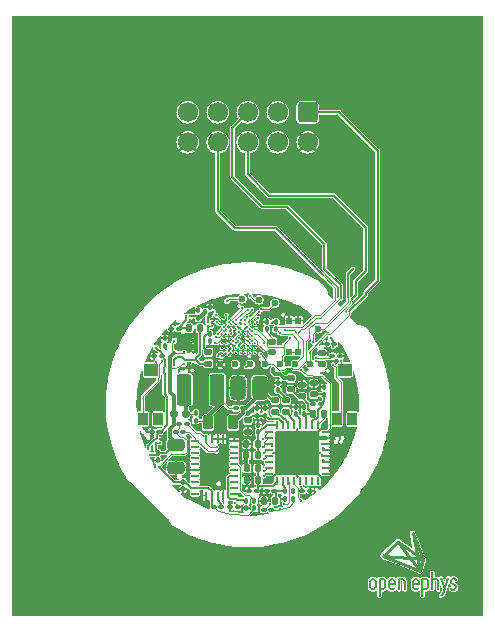
<source format=gtl>
%TF.GenerationSoftware,KiCad,Pcbnew,(6.0.0)*%
%TF.CreationDate,2022-12-06T17:03:37-05:00*%
%TF.ProjectId,headstage-64s,68656164-7374-4616-9765-2d3634732e6b,B*%
%TF.SameCoordinates,Original*%
%TF.FileFunction,Copper,L1,Top*%
%TF.FilePolarity,Positive*%
%FSLAX46Y46*%
G04 Gerber Fmt 4.6, Leading zero omitted, Abs format (unit mm)*
G04 Created by KiCad (PCBNEW (6.0.0)) date 2022-12-06 17:03:37*
%MOMM*%
%LPD*%
G01*
G04 APERTURE LIST*
G04 Aperture macros list*
%AMRoundRect*
0 Rectangle with rounded corners*
0 $1 Rounding radius*
0 $2 $3 $4 $5 $6 $7 $8 $9 X,Y pos of 4 corners*
0 Add a 4 corners polygon primitive as box body*
4,1,4,$2,$3,$4,$5,$6,$7,$8,$9,$2,$3,0*
0 Add four circle primitives for the rounded corners*
1,1,$1+$1,$2,$3*
1,1,$1+$1,$4,$5*
1,1,$1+$1,$6,$7*
1,1,$1+$1,$8,$9*
0 Add four rect primitives between the rounded corners*
20,1,$1+$1,$2,$3,$4,$5,0*
20,1,$1+$1,$4,$5,$6,$7,0*
20,1,$1+$1,$6,$7,$8,$9,0*
20,1,$1+$1,$8,$9,$2,$3,0*%
G04 Aperture macros list end*
%TA.AperFunction,EtchedComponent*%
%ADD10C,0.180000*%
%TD*%
%TA.AperFunction,EtchedComponent*%
%ADD11C,0.275000*%
%TD*%
%TA.AperFunction,SMDPad,CuDef*%
%ADD12RoundRect,0.325000X0.325000X0.675000X-0.325000X0.675000X-0.325000X-0.675000X0.325000X-0.675000X0*%
%TD*%
%TA.AperFunction,SMDPad,CuDef*%
%ADD13RoundRect,0.085000X-0.340000X-0.465000X0.340000X-0.465000X0.340000X0.465000X-0.340000X0.465000X0*%
%TD*%
%TA.AperFunction,SMDPad,CuDef*%
%ADD14RoundRect,0.110000X-0.490000X-0.440000X0.490000X-0.440000X0.490000X0.440000X-0.490000X0.440000X0*%
%TD*%
%TA.AperFunction,SMDPad,CuDef*%
%ADD15RoundRect,0.100000X-0.130000X-0.100000X0.130000X-0.100000X0.130000X0.100000X-0.130000X0.100000X0*%
%TD*%
%TA.AperFunction,SMDPad,CuDef*%
%ADD16RoundRect,0.147500X0.172500X-0.147500X0.172500X0.147500X-0.172500X0.147500X-0.172500X-0.147500X0*%
%TD*%
%TA.AperFunction,SMDPad,CuDef*%
%ADD17RoundRect,0.147500X0.147500X0.172500X-0.147500X0.172500X-0.147500X-0.172500X0.147500X-0.172500X0*%
%TD*%
%TA.AperFunction,SMDPad,CuDef*%
%ADD18RoundRect,0.100000X-0.100000X0.130000X-0.100000X-0.130000X0.100000X-0.130000X0.100000X0.130000X0*%
%TD*%
%TA.AperFunction,SMDPad,CuDef*%
%ADD19RoundRect,0.100000X0.130000X0.100000X-0.130000X0.100000X-0.130000X-0.100000X0.130000X-0.100000X0*%
%TD*%
%TA.AperFunction,SMDPad,CuDef*%
%ADD20RoundRect,0.027500X0.247500X-0.247500X0.247500X0.247500X-0.247500X0.247500X-0.247500X-0.247500X0*%
%TD*%
%TA.AperFunction,SMDPad,CuDef*%
%ADD21C,0.170000*%
%TD*%
%TA.AperFunction,SMDPad,CuDef*%
%ADD22RoundRect,0.100000X0.100000X-0.130000X0.100000X0.130000X-0.100000X0.130000X-0.100000X-0.130000X0*%
%TD*%
%TA.AperFunction,SMDPad,CuDef*%
%ADD23RoundRect,0.050000X-0.250000X0.200000X-0.250000X-0.200000X0.250000X-0.200000X0.250000X0.200000X0*%
%TD*%
%TA.AperFunction,SMDPad,CuDef*%
%ADD24RoundRect,0.059200X1.790800X1.790800X-1.790800X1.790800X-1.790800X-1.790800X1.790800X-1.790800X0*%
%TD*%
%TA.AperFunction,SMDPad,CuDef*%
%ADD25RoundRect,0.050000X0.075000X0.250000X-0.075000X0.250000X-0.075000X-0.250000X0.075000X-0.250000X0*%
%TD*%
%TA.AperFunction,SMDPad,CuDef*%
%ADD26RoundRect,0.050000X-0.250000X0.075000X-0.250000X-0.075000X0.250000X-0.075000X0.250000X0.075000X0*%
%TD*%
%TA.AperFunction,ComponentPad*%
%ADD27RoundRect,0.250000X-0.600000X0.600000X-0.600000X-0.600000X0.600000X-0.600000X0.600000X0.600000X0*%
%TD*%
%TA.AperFunction,ComponentPad*%
%ADD28C,1.700000*%
%TD*%
%TA.AperFunction,SMDPad,CuDef*%
%ADD29RoundRect,0.140000X0.140000X0.170000X-0.140000X0.170000X-0.140000X-0.170000X0.140000X-0.170000X0*%
%TD*%
%TA.AperFunction,SMDPad,CuDef*%
%ADD30RoundRect,0.140000X0.170000X-0.140000X0.170000X0.140000X-0.170000X0.140000X-0.170000X-0.140000X0*%
%TD*%
%TA.AperFunction,SMDPad,CuDef*%
%ADD31RoundRect,0.250000X-0.375000X-1.075000X0.375000X-1.075000X0.375000X1.075000X-0.375000X1.075000X0*%
%TD*%
%TA.AperFunction,SMDPad,CuDef*%
%ADD32RoundRect,0.140000X-0.170000X0.140000X-0.170000X-0.140000X0.170000X-0.140000X0.170000X0.140000X0*%
%TD*%
%TA.AperFunction,SMDPad,CuDef*%
%ADD33C,0.200000*%
%TD*%
%TA.AperFunction,SMDPad,CuDef*%
%ADD34RoundRect,0.250000X-0.475000X0.250000X-0.475000X-0.250000X0.475000X-0.250000X0.475000X0.250000X0*%
%TD*%
%TA.AperFunction,SMDPad,CuDef*%
%ADD35R,0.675000X0.254000*%
%TD*%
%TA.AperFunction,SMDPad,CuDef*%
%ADD36R,0.254000X0.675000*%
%TD*%
%TA.AperFunction,SMDPad,CuDef*%
%ADD37RoundRect,0.147500X-0.147500X-0.172500X0.147500X-0.172500X0.147500X0.172500X-0.147500X0.172500X0*%
%TD*%
%TA.AperFunction,SMDPad,CuDef*%
%ADD38C,0.299999*%
%TD*%
%TA.AperFunction,SMDPad,CuDef*%
%ADD39RoundRect,0.147500X-0.172500X0.147500X-0.172500X-0.147500X0.172500X-0.147500X0.172500X0.147500X0*%
%TD*%
%TA.AperFunction,SMDPad,CuDef*%
%ADD40C,0.600000*%
%TD*%
%TA.AperFunction,SMDPad,CuDef*%
%ADD41RoundRect,0.218750X0.218750X0.381250X-0.218750X0.381250X-0.218750X-0.381250X0.218750X-0.381250X0*%
%TD*%
%TA.AperFunction,SMDPad,CuDef*%
%ADD42RoundRect,0.140000X-0.140000X-0.170000X0.140000X-0.170000X0.140000X0.170000X-0.140000X0.170000X0*%
%TD*%
%TA.AperFunction,SMDPad,CuDef*%
%ADD43RoundRect,0.150000X0.150000X0.200000X-0.150000X0.200000X-0.150000X-0.200000X0.150000X-0.200000X0*%
%TD*%
%TA.AperFunction,ViaPad*%
%ADD44C,0.200000*%
%TD*%
%TA.AperFunction,ViaPad*%
%ADD45C,0.300000*%
%TD*%
%TA.AperFunction,Conductor*%
%ADD46C,0.100000*%
%TD*%
%TA.AperFunction,Conductor*%
%ADD47C,0.200000*%
%TD*%
%TA.AperFunction,Conductor*%
%ADD48C,0.131000*%
%TD*%
%TA.AperFunction,Conductor*%
%ADD49C,0.150000*%
%TD*%
%TA.AperFunction,Conductor*%
%ADD50C,0.300000*%
%TD*%
%TA.AperFunction,Conductor*%
%ADD51C,0.172000*%
%TD*%
G04 APERTURE END LIST*
D10*
%TO.C,*%
X139850000Y-77658750D02*
X140180000Y-78618750D01*
X140750000Y-78058750D02*
X140910000Y-78178750D01*
X133860000Y-77928750D02*
X133860000Y-78448750D01*
X135480000Y-77928750D02*
X135480000Y-78448750D01*
D11*
X138060000Y-77088750D02*
X134960000Y-75788750D01*
D10*
X136600000Y-77748750D02*
X136300000Y-77748750D01*
X141010000Y-77708750D02*
X141050000Y-77728750D01*
X138600000Y-77748750D02*
X138300000Y-77748750D01*
X139900000Y-79148750D02*
X139850000Y-79148750D01*
X140060000Y-79028750D02*
X139990000Y-79128750D01*
X134040000Y-78628750D02*
X134160000Y-78628750D01*
X141000000Y-77708750D02*
X140880000Y-77708750D01*
X134670000Y-78628750D02*
X134970000Y-78628750D01*
X141140000Y-78468750D02*
X141140000Y-78418750D01*
X139630000Y-78628750D02*
X139620000Y-77928750D01*
X140840000Y-78658750D02*
X140960000Y-78658750D01*
X135540000Y-78188750D02*
X135960000Y-78188750D01*
X135960000Y-77948750D02*
X135960000Y-78188750D01*
D11*
X134960000Y-75788750D02*
X136260000Y-74588750D01*
D10*
X139140000Y-78618750D02*
X139140000Y-77198750D01*
X134670000Y-77748750D02*
X134670000Y-78628750D01*
X141050000Y-77728750D02*
X141100000Y-77758750D01*
X140720000Y-78578750D02*
X140720000Y-78558750D01*
X140710000Y-77998750D02*
X140750000Y-78058750D01*
X140490000Y-77658750D02*
X140070000Y-79008750D01*
D11*
X136260000Y-74588750D02*
X138060000Y-77088750D01*
D10*
X134340000Y-78448750D02*
X134340000Y-77928750D01*
X140740000Y-78608750D02*
X140720000Y-78578750D01*
X139440000Y-77748750D02*
X139210000Y-77748750D01*
X141040000Y-78278750D02*
X140880000Y-78158750D01*
X136300000Y-77748750D02*
X136300000Y-78628750D01*
X140700000Y-77898750D02*
X140700000Y-77948750D01*
X138780000Y-78448750D02*
X138780000Y-77928750D01*
X137800000Y-77748750D02*
X137680000Y-77748750D01*
D11*
X138360000Y-76088750D02*
X136260000Y-74588750D01*
D10*
X137500000Y-77928750D02*
X137500000Y-78448750D01*
X137980000Y-77948750D02*
X137980000Y-78188750D01*
X141100000Y-77758750D02*
X141120000Y-77788750D01*
X137680000Y-78628750D02*
X137860000Y-78628750D01*
X140790000Y-78638750D02*
X140740000Y-78608750D01*
X138300000Y-77748750D02*
X138300000Y-78628750D01*
D11*
X134960000Y-75788750D02*
X138360000Y-76088750D01*
D10*
X134970000Y-77748750D02*
X134670000Y-77748750D01*
X140830000Y-78658750D02*
X140790000Y-78638750D01*
X139990000Y-79128750D02*
X139900000Y-79148750D01*
X141130000Y-78368750D02*
X141040000Y-78278750D01*
X135660000Y-78628750D02*
X135840000Y-78628750D01*
D11*
X138060000Y-77088750D02*
X138360000Y-76088750D01*
D10*
X140700000Y-77948750D02*
X140710000Y-77998750D01*
X138300000Y-78628750D02*
X138600000Y-78628750D01*
X135780000Y-77748750D02*
X135660000Y-77748750D01*
X135150000Y-78448750D02*
X135150000Y-77928750D01*
X134670000Y-78638750D02*
X134670000Y-79158750D01*
X136780000Y-78628750D02*
X136780000Y-77928750D01*
X137560000Y-78188750D02*
X137980000Y-78188750D01*
D11*
X137460000Y-73888750D02*
X138360000Y-76088750D01*
D10*
X138300000Y-78638750D02*
X138300000Y-79158750D01*
X134160000Y-77748750D02*
X134040000Y-77748750D01*
X141120000Y-77788750D02*
X141120000Y-77808750D01*
D11*
X138060000Y-77088750D02*
X137460000Y-73888750D01*
D10*
X141140000Y-78418750D02*
X141130000Y-78368750D01*
X134160000Y-78628750D02*
G75*
G03*
X134340000Y-78448750I-1J180001D01*
G01*
X133860000Y-78448750D02*
G75*
G03*
X134040000Y-78628750I180001J1D01*
G01*
X135480000Y-78448750D02*
G75*
G03*
X135660000Y-78628750I180001J1D01*
G01*
X134340000Y-77928750D02*
G75*
G03*
X134160000Y-77748750I-180001J-1D01*
G01*
X140960000Y-78658750D02*
G75*
G03*
X141140000Y-78478750I-1J180001D01*
G01*
X135960000Y-77928750D02*
G75*
G03*
X135780000Y-77748750I-180001J-1D01*
G01*
X137980000Y-77928750D02*
G75*
G03*
X137800000Y-77748750I-180001J-1D01*
G01*
X135660000Y-77748750D02*
G75*
G03*
X135480000Y-77928750I1J-180001D01*
G01*
X136780000Y-77928750D02*
G75*
G03*
X136600000Y-77748750I-180001J-1D01*
G01*
X138780000Y-77928750D02*
G75*
G03*
X138600000Y-77748750I-180001J-1D01*
G01*
X137680000Y-77748750D02*
G75*
G03*
X137500000Y-77928750I1J-180001D01*
G01*
X135150000Y-77928750D02*
G75*
G03*
X134970000Y-77748750I-180001J-1D01*
G01*
X140880000Y-77708750D02*
G75*
G03*
X140700000Y-77888750I1J-180001D01*
G01*
X137860000Y-78628750D02*
G75*
G03*
X137930000Y-78558750I-2J70002D01*
G01*
X139620000Y-77928750D02*
G75*
G03*
X139440000Y-77748750I-180001J-1D01*
G01*
X135840000Y-78628750D02*
G75*
G03*
X135910000Y-78558750I-2J70002D01*
G01*
X134970000Y-78628750D02*
G75*
G03*
X135150000Y-78448750I-1J180001D01*
G01*
X138600000Y-78628750D02*
G75*
G03*
X138780000Y-78448750I-1J180001D01*
G01*
X134040000Y-77748750D02*
G75*
G03*
X133860000Y-77928750I1J-180001D01*
G01*
X137500000Y-78448750D02*
G75*
G03*
X137680000Y-78628750I180001J1D01*
G01*
%TD*%
D12*
%TO.P,J1,2,Ext*%
%TO.N,GND*%
X122710000Y-61550000D03*
%TO.P,J1,1,In*%
%TO.N,/DC Tap & Regulation/RF+DC*%
X124510000Y-61550000D03*
%TD*%
D13*
%TO.P,D3,3,A*%
%TO.N,/3D Pose/PD_{1}+*%
X131050000Y-64200000D03*
%TO.P,D3,2,C*%
%TO.N,unconnected-(D3-Pad2)*%
X132350000Y-64200000D03*
D14*
%TO.P,D3,1,K*%
%TO.N,/3D Pose/PD_{1}-*%
X131700000Y-60050000D03*
%TD*%
D13*
%TO.P,D1,3,A*%
%TO.N,/3D Pose/PD_{0}+*%
X114650000Y-64200000D03*
%TO.P,D1,2,C*%
%TO.N,unconnected-(D1-Pad2)*%
X115950000Y-64200000D03*
D14*
%TO.P,D1,1,K*%
%TO.N,/3D Pose/PD_{0}-*%
X115300000Y-60050000D03*
%TD*%
D15*
%TO.P,C24,2*%
%TO.N,+3V3*%
X116220000Y-58900000D03*
%TO.P,C24,1*%
%TO.N,GND*%
X115580000Y-58900000D03*
%TD*%
D16*
%TO.P,L7,1,1*%
%TO.N,Net-(C10-Pad1)*%
X127150000Y-61710000D03*
%TO.P,L7,2,2*%
%TO.N,+1V8*%
X127150000Y-60740000D03*
%TD*%
D17*
%TO.P,L2,1,1*%
%TO.N,Net-(C15-Pad1)*%
X124370000Y-67300000D03*
%TO.P,L2,2,2*%
%TO.N,+1V8*%
X123400000Y-67300000D03*
%TD*%
%TO.P,L1,1,1*%
%TO.N,Net-(C14-Pad1)*%
X124385000Y-68400000D03*
%TO.P,L1,2,2*%
%TO.N,+1V8*%
X123415000Y-68400000D03*
%TD*%
D18*
%TO.P,R16,2*%
%TO.N,Net-(R16-Pad2)*%
X116475000Y-58020000D03*
%TO.P,R16,1*%
%TO.N,GND*%
X116475000Y-57380000D03*
%TD*%
D19*
%TO.P,C41,1*%
%TO.N,Net-(C41-Pad1)*%
X117650000Y-56550000D03*
%TO.P,C41,2*%
%TO.N,GND*%
X117010000Y-56550000D03*
%TD*%
D20*
%TO.P,SW1,2,2*%
%TO.N,GND*%
X127025000Y-55875000D03*
X127775000Y-55875000D03*
%TO.P,SW1,1,1*%
%TO.N,/FPGA/CRESET_{B}*%
X127775000Y-58525000D03*
X127025000Y-58525000D03*
%TD*%
D19*
%TO.P,C27,1*%
%TO.N,+3V3*%
X116020000Y-65300000D03*
%TO.P,C27,2*%
%TO.N,GND*%
X115380000Y-65300000D03*
%TD*%
D21*
%TO.P,U8,A1,DPHY1_CKP*%
%TO.N,unconnected-(U8-PadA1)*%
X124100000Y-58600000D03*
%TO.P,U8,A2,DPHY1_CKN*%
%TO.N,unconnected-(U8-PadA2)*%
X123700000Y-58600000D03*
%TO.P,U8,A3,DPHY1_DP3*%
%TO.N,unconnected-(U8-PadA3)*%
X123300000Y-58600000D03*
%TO.P,U8,A4,DPHY1_DN3*%
%TO.N,unconnected-(U8-PadA4)*%
X122900000Y-58600000D03*
%TO.P,U8,A5,DPHY0_DN2*%
%TO.N,unconnected-(U8-PadA5)*%
X122500000Y-58600000D03*
%TO.P,U8,A6,DPHY0_DP0*%
%TO.N,/FPGA/D0+*%
X122100000Y-58600000D03*
%TO.P,U8,A7,DPHY0_CKP*%
%TO.N,/FPGA/CLK+*%
X121700000Y-58600000D03*
%TO.P,U8,A8,DPHY0_CKN*%
%TO.N,/FPGA/CLK-*%
X121300000Y-58600000D03*
%TO.P,U8,B1,DPHY1_DP2*%
%TO.N,unconnected-(U8-PadB1)*%
X124100000Y-58200000D03*
%TO.P,U8,B2,DPHY1_DN2*%
%TO.N,unconnected-(U8-PadB2)*%
X123700000Y-58200000D03*
%TO.P,U8,B3,DPHY1_DP1*%
%TO.N,unconnected-(U8-PadB3)*%
X123300000Y-58200000D03*
%TO.P,U8,B4,DPHY1_DN1*%
%TO.N,unconnected-(U8-PadB4)*%
X122900000Y-58200000D03*
%TO.P,U8,B5,DPHY0_DP2*%
%TO.N,unconnected-(U8-PadB5)*%
X122500000Y-58200000D03*
%TO.P,U8,B6,DPHY0_DN0*%
%TO.N,/FPGA/D0-*%
X122100000Y-58200000D03*
%TO.P,U8,B7,DPHY0_DP3*%
%TO.N,unconnected-(U8-PadB7)*%
X121700000Y-58200000D03*
%TO.P,U8,B8,DPHY0_DN3*%
%TO.N,unconnected-(U8-PadB8)*%
X121300000Y-58200000D03*
%TO.P,U8,C1,DPHY1_DP0*%
%TO.N,unconnected-(U8-PadC1)*%
X124100000Y-57800000D03*
%TO.P,U8,C2,DPHY1_DN0*%
%TO.N,unconnected-(U8-PadC2)*%
X123700000Y-57800000D03*
%TO.P,U8,C3,PCLKT0_0/USER_SDA/PB47*%
%TO.N,/FPGA/TDI*%
X123300000Y-57800000D03*
%TO.P,U8,C4,VCCPLL_DPHYx_*%
%TO.N,Net-(C45-Pad1)*%
X122900000Y-57800000D03*
%TO.P,U8,C5,VCCA_DPHYx*%
%TO.N,Net-(C46-Pad1)*%
X122500000Y-57800000D03*
%TO.P,U8,C6,GNDA_DPHYx*%
%TO.N,GND*%
X122100000Y-57800000D03*
%TO.P,U8,C7,DPHY0_DP1*%
%TO.N,unconnected-(U8-PadC7)*%
X121700000Y-57800000D03*
%TO.P,U8,C8,DPHY0_DN1*%
%TO.N,unconnected-(U8-PadC8)*%
X121300000Y-57800000D03*
%TO.P,U8,D1,PB34B*%
%TO.N,/FPGA/LED*%
X124100000Y-57400000D03*
%TO.P,U8,D2,GR_PCLK1_0/PB34A*%
%TO.N,/FPGA/GPIO0_{Ser}*%
X123700000Y-57400000D03*
%TO.P,U8,D3,SPI_SS/CSN/SCL/PB52*%
%TO.N,/FPGA/~{CS}_{Flash}*%
X123300000Y-57400000D03*
%TO.P,U8,D4,GND*%
%TO.N,GND*%
X122900000Y-57400000D03*
%TO.P,U8,D5,VCC*%
%TO.N,+1V2*%
X122500000Y-57400000D03*
%TO.P,U8,D6,VCCAUX*%
%TO.N,Net-(C51-Pad1)*%
X122100000Y-57400000D03*
%TO.P,U8,D7,PCLKT2_0_/PB16A*%
%TO.N,unconnected-(U8-PadD7)*%
X121700000Y-57400000D03*
%TO.P,U8,D8,GPLLT2_0/PB12A*%
%TO.N,/3D Pose/SCL*%
X121300000Y-57400000D03*
%TO.P,U8,E1,MISO/PB51*%
%TO.N,/FPGA/DO_{Flash}{slash}TCK*%
X124100000Y-57000000D03*
%TO.P,U8,E2,CRESET_B*%
%TO.N,/FPGA/CRESET_{B}*%
X123700000Y-57000000D03*
%TO.P,U8,E3,PCLKT0_1/USER_SCL/PB48*%
%TO.N,unconnected-(U8-PadE3)*%
X123300000Y-57000000D03*
%TO.P,U8,E4,VCC*%
%TO.N,+1V2*%
X122900000Y-57000000D03*
%TO.P,U8,E5,GND*%
%TO.N,GND*%
X122500000Y-57000000D03*
%TO.P,U8,E6,VCCIO2*%
%TO.N,Net-(C49-Pad1)*%
X122100000Y-57000000D03*
%TO.P,U8,E7,PCLKC2_0_/PB16B*%
%TO.N,unconnected-(U8-PadE7)*%
X121700000Y-57000000D03*
%TO.P,U8,E8,GPLLC2_0/PB12B*%
%TO.N,/3D Pose/SDA*%
X121300000Y-57000000D03*
%TO.P,U8,F1,SPI_SCK/MCK/SDA/PB53*%
%TO.N,/FPGA/SCLK_{Flash}{slash}TDO*%
X124100000Y-56600000D03*
%TO.P,U8,F2,MOSI/PB50*%
%TO.N,/FPGA/DI_{Flash}{slash}TMS*%
X123700000Y-56600000D03*
%TO.P,U8,F3,VCCIO0*%
%TO.N,Net-(C47-Pad1)*%
X123300000Y-56600000D03*
%TO.P,U8,F4,VCCIO1*%
%TO.N,Net-(C48-Pad1)*%
X122900000Y-56600000D03*
%TO.P,U8,F5,GND*%
%TO.N,GND*%
X122500000Y-56600000D03*
%TO.P,U8,F6,VCCIO2*%
%TO.N,Net-(C49-Pad1)*%
X122100000Y-56600000D03*
%TO.P,U8,F7,GR_PCLK2_0_/PB6A*%
%TO.N,/Ephys/SCLK*%
X121700000Y-56600000D03*
%TO.P,U8,F8,PB6B*%
%TO.N,/Ephys/~{CS}*%
X121300000Y-56600000D03*
%TO.P,U8,G1,PB38D*%
%TO.N,/FPGA/GPIO2_{Ser}*%
X124100000Y-56200000D03*
%TO.P,U8,G2,PB38C*%
%TO.N,/FPGA/GPIO1_{Ser}*%
X123700000Y-56200000D03*
%TO.P,U8,G3,PMU_WKUPN/CDONE/PB49*%
%TO.N,unconnected-(U8-PadG3)*%
X123300000Y-56200000D03*
%TO.P,U8,G4,VCCGPLL*%
%TO.N,Net-(C44-Pad1)*%
X122900000Y-56200000D03*
%TO.P,U8,G5,PCLKC1_0/PB29B*%
%TO.N,/FPGA/SCL_{Ser}*%
X122500000Y-56200000D03*
%TO.P,U8,G6,PCLKT1_0/PB29A*%
%TO.N,/FPGA/CLK*%
X122100000Y-56200000D03*
%TO.P,U8,G7,MIPI_CLKC2_0/PB2D*%
%TO.N,/Ephys/MOSI*%
X121700000Y-56200000D03*
%TO.P,U8,G8,MIPI_CLKT2_0/PB2C*%
%TO.N,/3D Pose/Env_{0}*%
X121300000Y-56200000D03*
%TO.P,U8,H1,MIPI_CLKC1_0/PB34D*%
%TO.N,/FPGA/GPIO3_{Ser}*%
X124100000Y-55800000D03*
%TO.P,U8,H2,MIPI_CLKT1_0/PB34C*%
%TO.N,/FPGA/PDB_{Ser}*%
X123700000Y-55800000D03*
%TO.P,U8,H3,PCLKT1_1/PB29C*%
%TO.N,/FPGA/CLK_{Ser}*%
X123300000Y-55800000D03*
%TO.P,U8,H4,PCLKC1_1/PB29D*%
%TO.N,/FPGA/SDA_{Ser}*%
X122900000Y-55800000D03*
%TO.P,U8,H5,PCLKC2_1/PB16D*%
%TO.N,/3D Pose/Data_{1}*%
X122500000Y-55800000D03*
%TO.P,U8,H6,PCLKT2_1/PB16C*%
%TO.N,/3D Pose/Env_{1}*%
X122100000Y-55800000D03*
%TO.P,U8,H7,PB12D*%
%TO.N,/Ephys/MISO*%
X121700000Y-55800000D03*
%TO.P,U8,H8,PB12C*%
%TO.N,/3D Pose/Data_{0}*%
X121300000Y-55800000D03*
%TD*%
D22*
%TO.P,R15,1*%
%TO.N,Net-(C13-Pad2)*%
X126070000Y-61770000D03*
%TO.P,R15,2*%
%TO.N,GND*%
X126070000Y-61130000D03*
%TD*%
D23*
%TO.P,D2,2,A*%
%TO.N,/FPGA/LED*%
X125600000Y-58550000D03*
%TO.P,D2,1,K*%
%TO.N,Net-(D2-Pad1)*%
X125600000Y-57650000D03*
%TD*%
D24*
%TO.P,U7,33,DAP(GND)*%
%TO.N,GND*%
X127700000Y-67100000D03*
D25*
%TO.P,U7,32,CSI_D2N*%
%TO.N,unconnected-(U7-Pad32)*%
X129449999Y-69500000D03*
%TO.P,U7,31,CSI_D2P*%
%TO.N,unconnected-(U7-Pad31)*%
X128950000Y-69500000D03*
%TO.P,U7,30,CSI_D3N*%
%TO.N,unconnected-(U7-Pad30)*%
X128450001Y-69500000D03*
%TO.P,U7,29,CSI_D3P*%
%TO.N,unconnected-(U7-Pad29)*%
X127950000Y-69500000D03*
%TO.P,U7,28,GPIO_3*%
%TO.N,/FPGA/GPIO3_{Ser}*%
X127450000Y-69500000D03*
%TO.P,U7,27,GPIO_2*%
%TO.N,/FPGA/GPIO2_{Ser}*%
X126950002Y-69500000D03*
%TO.P,U7,26,VDDD_CAP*%
%TO.N,Net-(C1-Pad1)*%
X126450000Y-69500000D03*
%TO.P,U7,25,VDDD*%
%TO.N,Net-(C14-Pad1)*%
X125950001Y-69500000D03*
D26*
%TO.P,U7,24,SCL*%
%TO.N,/FPGA/SCL_{Ser}*%
X125300000Y-68849999D03*
%TO.P,U7,23,SDA*%
%TO.N,/FPGA/SDA_{Ser}*%
X125300000Y-68350000D03*
%TO.P,U7,22,RES1*%
%TO.N,unconnected-(U7-Pad22)*%
X125300000Y-67850001D03*
%TO.P,U7,21,MODE*%
%TO.N,Net-(R3-Pad2)*%
X125300000Y-67350000D03*
%TO.P,U7,20,CLKIN*%
%TO.N,/FPGA/CLK_{Ser}*%
X125300000Y-66850000D03*
%TO.P,U7,19,CLK_OUT/IDX*%
%TO.N,Net-(R5-Pad2)*%
X125300000Y-66350002D03*
%TO.P,U7,18,GPIO_1*%
%TO.N,/FPGA/GPIO1_{Ser}*%
X125300000Y-65850000D03*
%TO.P,U7,17,GPIO_0*%
%TO.N,/FPGA/GPIO0_{Ser}*%
X125300000Y-65350001D03*
D25*
%TO.P,U7,16,VDDDRV*%
%TO.N,Net-(C15-Pad1)*%
X125950001Y-64700000D03*
%TO.P,U7,15,VDDDRV_CAP*%
%TO.N,Net-(C2-Pad1)*%
X126450000Y-64700000D03*
%TO.P,U7,14,DOUT+*%
%TO.N,Net-(C12-Pad1)*%
X126950002Y-64700000D03*
%TO.P,U7,13,DOUT-*%
%TO.N,Net-(C13-Pad1)*%
X127450000Y-64700000D03*
%TO.P,U7,12,LPF2*%
%TO.N,Net-(C11-Pad1)*%
X127950000Y-64700000D03*
%TO.P,U7,11,VDDPLL*%
%TO.N,Net-(C10-Pad1)*%
X128450001Y-64700000D03*
%TO.P,U7,10,VDDPLL_CAP*%
%TO.N,Net-(C3-Pad1)*%
X128950000Y-64700000D03*
%TO.P,U7,9,LPF1*%
%TO.N,Net-(C10-Pad2)*%
X129449999Y-64700000D03*
D26*
%TO.P,U7,8,PDB*%
%TO.N,/FPGA/PDB_{Ser}*%
X130100000Y-65350001D03*
%TO.P,U7,7,RES0*%
%TO.N,GND*%
X130100000Y-65850000D03*
%TO.P,U7,6,CSI_CLKN*%
%TO.N,/FPGA/CLK-*%
X130100000Y-66350002D03*
%TO.P,U7,5,CSI_CLKP*%
%TO.N,/FPGA/CLK+*%
X130100000Y-66850000D03*
%TO.P,U7,4,CSI_D0N*%
%TO.N,/FPGA/D0-*%
X130100000Y-67350000D03*
%TO.P,U7,3,CSI_D0P*%
%TO.N,/FPGA/D0+*%
X130100000Y-67850001D03*
%TO.P,U7,2,CSI_D1N*%
%TO.N,unconnected-(U7-Pad2)*%
X130100000Y-68350000D03*
%TO.P,U7,1,CSI_D1P*%
%TO.N,unconnected-(U7-Pad1)*%
X130100000Y-68849999D03*
%TD*%
D27*
%TO.P,J3,1,Pin_1*%
%TO.N,/FPGA/DO_{Flash}{slash}TCK*%
X128580000Y-38247500D03*
D28*
%TO.P,J3,2,Pin_2*%
%TO.N,GND*%
X128580000Y-40787500D03*
%TO.P,J3,3,Pin_3*%
%TO.N,/FPGA/SCLK_{Flash}{slash}TDO*%
X126040000Y-38247500D03*
%TO.P,J3,4,Pin_4*%
%TO.N,+1V8*%
X126040000Y-40787500D03*
%TO.P,J3,5,Pin_5*%
%TO.N,/FPGA/DI_{Flash}{slash}TMS*%
X123500000Y-38247500D03*
%TO.P,J3,6,Pin_6*%
%TO.N,/FPGA/~{CS}_{Flash}*%
X123500000Y-40787500D03*
%TO.P,J3,7,Pin_7*%
%TO.N,unconnected-(J3-Pad7)*%
X120960000Y-38247500D03*
%TO.P,J3,8,Pin_8*%
%TO.N,/FPGA/CRESET_{B}*%
X120960000Y-40787500D03*
%TO.P,J3,9,Pin_9*%
%TO.N,/FPGA/TDI*%
X118420000Y-38247500D03*
%TO.P,J3,10,Pin_10*%
%TO.N,GND*%
X118420000Y-40787500D03*
%TD*%
D18*
%TO.P,C29,1*%
%TO.N,+4V*%
X115900000Y-67080000D03*
%TO.P,C29,2*%
%TO.N,GND*%
X115900000Y-67720000D03*
%TD*%
%TO.P,C40,1*%
%TO.N,Net-(C40-Pad1)*%
X120275000Y-57005000D03*
%TO.P,C40,2*%
%TO.N,GND*%
X120275000Y-57645000D03*
%TD*%
D22*
%TO.P,C20,2*%
%TO.N,+3V3*%
X118025000Y-69505000D03*
%TO.P,C20,1*%
%TO.N,GND*%
X118025000Y-70145000D03*
%TD*%
%TO.P,R25,2*%
%TO.N,GND*%
X125100000Y-55980000D03*
%TO.P,R25,1*%
%TO.N,Net-(D2-Pad1)*%
X125100000Y-56620000D03*
%TD*%
D29*
%TO.P,C34,1*%
%TO.N,Net-(C15-Pad1)*%
X124355000Y-66325000D03*
%TO.P,C34,2*%
%TO.N,GND*%
X123395000Y-66325000D03*
%TD*%
D18*
%TO.P,R7,2*%
%TO.N,Net-(L3-Pad2)*%
X119100000Y-64345000D03*
%TO.P,R7,1*%
%TO.N,Net-(F1-Pad1)*%
X119100000Y-63705000D03*
%TD*%
D15*
%TO.P,R8,2*%
%TO.N,/DC Tap & Regulation/RF+DC*%
X123120000Y-63300000D03*
%TO.P,R8,1*%
%TO.N,Net-(L3-Pad2)*%
X122480000Y-63300000D03*
%TD*%
D18*
%TO.P,R20,2*%
%TO.N,/FPGA/CRESET_{B}*%
X125900000Y-56620000D03*
%TO.P,R20,1*%
%TO.N,+1V8*%
X125900000Y-55980000D03*
%TD*%
D22*
%TO.P,C8,1*%
%TO.N,Net-(C2-Pad1)*%
X124300000Y-63920000D03*
%TO.P,C8,2*%
%TO.N,GND*%
X124300000Y-63280000D03*
%TD*%
D19*
%TO.P,C14,1*%
%TO.N,Net-(C14-Pad1)*%
X124250000Y-70275000D03*
%TO.P,C14,2*%
%TO.N,GND*%
X123610000Y-70275000D03*
%TD*%
D15*
%TO.P,R11,2*%
%TO.N,/3D Pose/SDA*%
X118045000Y-65325000D03*
%TO.P,R11,1*%
%TO.N,+3V3*%
X117405000Y-65325000D03*
%TD*%
D30*
%TO.P,C12,1*%
%TO.N,Net-(C12-Pad1)*%
X125830000Y-63600000D03*
%TO.P,C12,2*%
%TO.N,/DC Tap & Regulation/RF+DC*%
X125830000Y-62640000D03*
%TD*%
D22*
%TO.P,R5,1*%
%TO.N,+1V8*%
X127375000Y-70970000D03*
%TO.P,R5,2*%
%TO.N,Net-(R5-Pad2)*%
X127375000Y-70330000D03*
%TD*%
%TO.P,C16,1*%
%TO.N,Net-(C10-Pad1)*%
X128275000Y-63820000D03*
%TO.P,C16,2*%
%TO.N,GND*%
X128275000Y-63180000D03*
%TD*%
D29*
%TO.P,C17,1*%
%TO.N,Net-(C14-Pad1)*%
X124380000Y-69400000D03*
%TO.P,C17,2*%
%TO.N,GND*%
X123420000Y-69400000D03*
%TD*%
D18*
%TO.P,C4,1*%
%TO.N,Net-(C1-Pad1)*%
X126625000Y-70330000D03*
%TO.P,C4,2*%
%TO.N,GND*%
X126625000Y-70970000D03*
%TD*%
D19*
%TO.P,C7,1*%
%TO.N,Net-(C1-Pad1)*%
X125745000Y-70275000D03*
%TO.P,C7,2*%
%TO.N,GND*%
X125105000Y-70275000D03*
%TD*%
D22*
%TO.P,C37,1*%
%TO.N,+1V8*%
X120300000Y-55370000D03*
%TO.P,C37,2*%
%TO.N,GND*%
X120300000Y-54730000D03*
%TD*%
D15*
%TO.P,C26,2*%
%TO.N,+3V3*%
X130820000Y-57850000D03*
%TO.P,C26,1*%
%TO.N,GND*%
X130180000Y-57850000D03*
%TD*%
D31*
%TO.P,L3,2,2*%
%TO.N,Net-(L3-Pad2)*%
X120930000Y-61720000D03*
%TO.P,L3,1,1*%
%TO.N,Net-(F1-Pad1)*%
X118130000Y-61720000D03*
%TD*%
D32*
%TO.P,C2,1*%
%TO.N,Net-(C2-Pad1)*%
X123500000Y-64320000D03*
%TO.P,C2,2*%
%TO.N,GND*%
X123500000Y-65280000D03*
%TD*%
D29*
%TO.P,C1,1*%
%TO.N,Net-(C1-Pad1)*%
X125830000Y-71125000D03*
%TO.P,C1,2*%
%TO.N,GND*%
X124870000Y-71125000D03*
%TD*%
D33*
%TO.P,U4,A1,VIN*%
%TO.N,+4V*%
X115725000Y-66250000D03*
%TO.P,U4,A2,VOUT*%
%TO.N,+3V3*%
X115725000Y-65900000D03*
%TO.P,U4,B1,EN*%
%TO.N,+4V*%
X116075000Y-66250000D03*
%TO.P,U4,B2,GND*%
%TO.N,GND*%
X116075000Y-65900000D03*
%TD*%
D34*
%TO.P,C18,1*%
%TO.N,+4V*%
X117425000Y-66425000D03*
%TO.P,C18,2*%
%TO.N,GND*%
X117425000Y-68325000D03*
%TD*%
D33*
%TO.P,U10,A1,VIN*%
%TO.N,Net-(C41-Pad1)*%
X118275000Y-55500000D03*
%TO.P,U10,A2,VOUT*%
%TO.N,+1V2*%
X118625000Y-55500000D03*
%TO.P,U10,B1,EN*%
%TO.N,Net-(C41-Pad1)*%
X118275000Y-55850000D03*
%TO.P,U10,B2,GND*%
%TO.N,GND*%
X118625000Y-55850000D03*
%TD*%
D35*
%TO.P,U3,28,VDDIO*%
%TO.N,+3V3*%
X119037500Y-70050000D03*
%TO.P,U3,27,XIN32*%
%TO.N,unconnected-(U3-Pad27)*%
X119037500Y-69550000D03*
%TO.P,U3,26,XOUT32*%
%TO.N,unconnected-(U3-Pad26)*%
X119037500Y-69050000D03*
%TO.P,U3,25,GNDIO*%
%TO.N,GND*%
X119037500Y-68550000D03*
%TO.P,U3,24,PIN24*%
%TO.N,unconnected-(U3-Pad24)*%
X119037500Y-68050000D03*
%TO.P,U3,23,PIN23*%
%TO.N,unconnected-(U3-Pad23)*%
X119037500Y-67550000D03*
%TO.P,U3,22,PIN22*%
%TO.N,unconnected-(U3-Pad22)*%
X119037500Y-67050000D03*
%TO.P,U3,21,PIN21*%
%TO.N,unconnected-(U3-Pad21)*%
X119037500Y-66550000D03*
%TO.P,U3,20,COM0*%
%TO.N,/3D Pose/SDA*%
X119037500Y-66050000D03*
D36*
%TO.P,U3,19,COM1*%
%TO.N,/3D Pose/SCL*%
X119950000Y-65912500D03*
%TO.P,U3,18,COM2*%
%TO.N,GND*%
X120450000Y-65912500D03*
%TO.P,U3,17,COM3*%
X120950000Y-65912500D03*
%TO.P,U3,16,GNDIO*%
X121450000Y-65912500D03*
D35*
%TO.P,U3,15,GNDIO*%
X122362500Y-66050000D03*
%TO.P,U3,14,INT*%
%TO.N,unconnected-(U3-Pad14)*%
X122362500Y-66550000D03*
%TO.P,U3,13,PIN13*%
%TO.N,unconnected-(U3-Pad13)*%
X122362500Y-67050000D03*
%TO.P,U3,12,PIN12*%
%TO.N,unconnected-(U3-Pad12)*%
X122362500Y-67550000D03*
%TO.P,U3,11,~{RESET}*%
%TO.N,Net-(R9-Pad2)*%
X122362500Y-68050000D03*
%TO.P,U3,10,BL_IND*%
%TO.N,unconnected-(U3-Pad10)*%
X122362500Y-68550000D03*
%TO.P,U3,9,CAP*%
%TO.N,Net-(C21-Pad2)*%
X122362500Y-69050000D03*
%TO.P,U3,8,PIN8*%
%TO.N,unconnected-(U3-Pad8)*%
X122362500Y-69550000D03*
%TO.P,U3,7,PIN7*%
%TO.N,unconnected-(U3-Pad7)*%
X122362500Y-70050000D03*
%TO.P,U3,6,PS0*%
%TO.N,GND*%
X122362500Y-70550000D03*
D36*
%TO.P,U3,5,PS1*%
X121450000Y-70687500D03*
%TO.P,U3,4,~{BOOT_LOAD_PIN}*%
%TO.N,Net-(R10-Pad2)*%
X120950000Y-70687500D03*
%TO.P,U3,3,VDD*%
%TO.N,+3V3*%
X120450000Y-70687500D03*
%TO.P,U3,2,GND*%
%TO.N,GND*%
X119950000Y-70687500D03*
D35*
%TO.P,U3,1,PIN1*%
%TO.N,unconnected-(U3-Pad1)*%
X119037500Y-70550000D03*
%TD*%
D37*
%TO.P,L9,1,1*%
%TO.N,Net-(C41-Pad1)*%
X118520000Y-56500000D03*
%TO.P,L9,2,2*%
%TO.N,+2V5*%
X119490000Y-56500000D03*
%TD*%
D15*
%TO.P,R12,2*%
%TO.N,/3D Pose/SCL*%
X118350000Y-64625000D03*
%TO.P,R12,1*%
%TO.N,+3V3*%
X117710000Y-64625000D03*
%TD*%
D22*
%TO.P,C21,2*%
%TO.N,Net-(C21-Pad2)*%
X123375000Y-71130000D03*
%TO.P,C21,1*%
%TO.N,GND*%
X123375000Y-71770000D03*
%TD*%
D15*
%TO.P,R6,2*%
%TO.N,GND*%
X128770000Y-70275000D03*
%TO.P,R6,1*%
%TO.N,Net-(R5-Pad2)*%
X128130000Y-70275000D03*
%TD*%
D19*
%TO.P,C9,1*%
%TO.N,Net-(C3-Pad1)*%
X129695000Y-62975000D03*
%TO.P,C9,2*%
%TO.N,GND*%
X129055000Y-62975000D03*
%TD*%
D22*
%TO.P,C6,1*%
%TO.N,Net-(C3-Pad1)*%
X129975000Y-62170000D03*
%TO.P,C6,2*%
%TO.N,GND*%
X129975000Y-61530000D03*
%TD*%
%TO.P,C15,1*%
%TO.N,Net-(C15-Pad1)*%
X124400000Y-65320000D03*
%TO.P,C15,2*%
%TO.N,GND*%
X124400000Y-64680000D03*
%TD*%
D38*
%TO.P,U5,A1,VOUT*%
%TO.N,+2V5*%
X117299999Y-59574998D03*
%TO.P,U5,A2,VIN*%
%TO.N,+4V*%
X117300000Y-58575000D03*
%TO.P,U5,A3,VIN*%
X117300000Y-57575000D03*
%TO.P,U5,B1,MODE*%
X118100000Y-59575000D03*
%TO.P,U5,B2,EN*%
X118100000Y-58575000D03*
%TO.P,U5,C1,GND*%
%TO.N,GND*%
X118900000Y-59575000D03*
%TO.P,U5,C2,GND*%
X118900000Y-58575000D03*
%TO.P,U5,C3,GND*%
X118900000Y-57575000D03*
%TD*%
D39*
%TO.P,L8,1,1*%
%TO.N,Net-(C40-Pad1)*%
X120175000Y-58565000D03*
%TO.P,L8,2,2*%
%TO.N,+2V5*%
X120175000Y-59535000D03*
%TD*%
D19*
%TO.P,R4,1*%
%TO.N,Net-(R3-Pad2)*%
X122645000Y-71675000D03*
%TO.P,R4,2*%
%TO.N,GND*%
X122005000Y-71675000D03*
%TD*%
D22*
%TO.P,C5,1*%
%TO.N,Net-(C2-Pad1)*%
X125000000Y-63920000D03*
%TO.P,C5,2*%
%TO.N,GND*%
X125000000Y-63280000D03*
%TD*%
D40*
%TO.P,TP4,1,1*%
%TO.N,+3V3*%
X124450000Y-54125000D03*
%TD*%
D30*
%TO.P,C25,2*%
%TO.N,GND*%
X129800000Y-58620000D03*
%TO.P,C25,1*%
%TO.N,Net-(C25-Pad1)*%
X129800000Y-59580000D03*
%TD*%
D40*
%TO.P,J5,7,TCK*%
%TO.N,/FPGA/DO_{Flash}{slash}TCK*%
X128807047Y-59567641D03*
%TO.P,J5,6,TMS*%
%TO.N,/FPGA/DI_{Flash}{slash}TMS*%
X127537047Y-59567641D03*
%TO.P,J5,5,TDO*%
%TO.N,/FPGA/SCLK_{Flash}{slash}TDO*%
X126267047Y-59567641D03*
%TO.P,J5,4,TDI*%
%TO.N,/FPGA/TDI*%
X124997047Y-59567641D03*
%TO.P,J5,3,VREF*%
%TO.N,+1V8*%
X123727047Y-59567641D03*
%TO.P,J5,2,VCOAX*%
%TO.N,unconnected-(J5-Pad2)*%
X122457047Y-59567641D03*
%TO.P,J5,1,GND*%
%TO.N,GND*%
X121187047Y-59567641D03*
%TD*%
D41*
%TO.P,L4,2,2*%
%TO.N,Net-(L3-Pad2)*%
X120137500Y-64500000D03*
%TO.P,L4,1,1*%
%TO.N,/DC Tap & Regulation/RF+DC*%
X122262500Y-64500000D03*
%TD*%
D30*
%TO.P,C35,1*%
%TO.N,Net-(C10-Pad1)*%
X128125000Y-62280000D03*
%TO.P,C35,2*%
%TO.N,GND*%
X128125000Y-61320000D03*
%TD*%
D19*
%TO.P,R3,1*%
%TO.N,+1V8*%
X125495000Y-71900000D03*
%TO.P,R3,2*%
%TO.N,Net-(R3-Pad2)*%
X124855000Y-71900000D03*
%TD*%
%TO.P,R17,2*%
%TO.N,Net-(R17-Pad2)*%
X130680000Y-58875000D03*
%TO.P,R17,1*%
%TO.N,GND*%
X131320000Y-58875000D03*
%TD*%
D40*
%TO.P,TP9,1,1*%
%TO.N,/FPGA/~{CS}_{Flash}*%
X129450000Y-56575000D03*
%TD*%
D30*
%TO.P,C13,1*%
%TO.N,Net-(C13-Pad1)*%
X126750000Y-63600000D03*
%TO.P,C13,2*%
%TO.N,Net-(C13-Pad2)*%
X126750000Y-62640000D03*
%TD*%
D40*
%TO.P,TP2,1,1*%
%TO.N,/FPGA/GPIO1_{Ser}*%
X125800000Y-54400000D03*
%TD*%
D15*
%TO.P,R10,2*%
%TO.N,Net-(R10-Pad2)*%
X121270000Y-71675000D03*
%TO.P,R10,1*%
%TO.N,+3V3*%
X120630000Y-71675000D03*
%TD*%
D40*
%TO.P,TP8,1,1*%
%TO.N,+1V2*%
X123030000Y-54030000D03*
%TD*%
D22*
%TO.P,C11,1*%
%TO.N,Net-(C11-Pad1)*%
X127575000Y-63820000D03*
%TO.P,C11,2*%
%TO.N,GND*%
X127575000Y-63180000D03*
%TD*%
D30*
%TO.P,C3,1*%
%TO.N,Net-(C3-Pad1)*%
X129100000Y-62130000D03*
%TO.P,C3,2*%
%TO.N,GND*%
X129100000Y-61170000D03*
%TD*%
D22*
%TO.P,R9,2*%
%TO.N,Net-(R9-Pad2)*%
X124075000Y-71130000D03*
%TO.P,R9,1*%
%TO.N,+3V3*%
X124075000Y-71770000D03*
%TD*%
D42*
%TO.P,C10,2*%
%TO.N,Net-(C10-Pad2)*%
X129980000Y-63750000D03*
%TO.P,C10,1*%
%TO.N,Net-(C10-Pad1)*%
X129020000Y-63750000D03*
%TD*%
D33*
%TO.P,U9,A1,VIN*%
%TO.N,Net-(C40-Pad1)*%
X120100000Y-56375000D03*
%TO.P,U9,A2,VOUT*%
%TO.N,+1V8*%
X120100000Y-56025000D03*
%TO.P,U9,B1,EN*%
%TO.N,Net-(C40-Pad1)*%
X120450000Y-56375000D03*
%TO.P,U9,B2,GND*%
%TO.N,GND*%
X120450000Y-56025000D03*
%TD*%
D43*
%TO.P,F1,2*%
%TO.N,+4V*%
X117250000Y-63800000D03*
%TO.P,F1,1*%
%TO.N,Net-(F1-Pad1)*%
X118250000Y-63800000D03*
%TD*%
D22*
%TO.P,C38,1*%
%TO.N,+1V2*%
X119325000Y-55645000D03*
%TO.P,C38,2*%
%TO.N,GND*%
X119325000Y-55005000D03*
%TD*%
D44*
%TO.N,GND*%
X130700000Y-60125000D03*
D45*
X119500000Y-32000000D03*
D44*
X130280000Y-58600000D03*
X118500288Y-59876803D03*
X115433557Y-65722252D03*
X119950000Y-71450000D03*
X123900000Y-69400000D03*
D45*
X128500000Y-79000000D03*
D44*
X116575000Y-68025000D03*
X128400000Y-60000000D03*
X115425500Y-66663330D03*
D45*
X128575000Y-67712400D03*
D44*
X115200000Y-58775000D03*
D45*
X118500000Y-79000000D03*
D44*
X127000000Y-60100000D03*
D45*
X126300000Y-67725000D03*
D44*
X118200000Y-70700000D03*
X117540521Y-70000000D03*
D45*
X136500000Y-56000000D03*
D44*
X126175000Y-55200000D03*
X123675000Y-71525000D03*
X119101469Y-58134825D03*
X116189174Y-60913674D03*
X122000000Y-54800000D03*
X121600000Y-67600000D03*
X132496194Y-60843346D03*
X122100000Y-62725000D03*
D45*
X126310926Y-49005195D03*
X105500000Y-79000000D03*
X129325000Y-67725000D03*
D44*
X130275000Y-69375000D03*
D45*
X126500000Y-32000000D03*
D44*
X121600000Y-68600000D03*
D45*
X105500000Y-50000000D03*
D44*
X121100000Y-69300000D03*
X126300000Y-55975000D03*
D45*
X110500000Y-55000000D03*
D44*
X130050000Y-69625000D03*
X123900000Y-67900000D03*
D45*
X105500000Y-32000000D03*
D44*
X125275000Y-70750000D03*
D45*
X136500000Y-70000000D03*
X118000000Y-48500000D03*
D44*
X132600000Y-61150000D03*
X123917193Y-66770970D03*
X122198899Y-60097941D03*
X115500000Y-67750000D03*
X120400000Y-68200000D03*
X125300000Y-53900000D03*
X129851424Y-56948576D03*
X130817600Y-63125000D03*
X118550000Y-55980000D03*
X120900000Y-67400000D03*
X126700000Y-59150000D03*
X119425000Y-71325000D03*
X117675000Y-67950000D03*
X132600000Y-61600000D03*
X114510000Y-60830000D03*
X124776424Y-67898576D03*
D45*
X105500000Y-39000000D03*
D44*
X121300000Y-66600000D03*
D45*
X141500000Y-32000000D03*
D44*
X127625000Y-54700000D03*
X126600000Y-57300000D03*
X114500000Y-61300000D03*
X117777732Y-59948069D03*
X117340000Y-69230000D03*
X123225000Y-70200000D03*
X128400000Y-55300000D03*
X120950000Y-68550000D03*
X118800000Y-54900000D03*
X125276726Y-55229574D03*
X122950000Y-67875000D03*
X124910000Y-69575500D03*
X122900000Y-66900000D03*
X124725000Y-70200000D03*
X120551424Y-69248576D03*
D45*
X105500000Y-60000000D03*
D44*
X122800000Y-70725000D03*
X116150500Y-63150000D03*
X128620000Y-70780000D03*
D45*
X105500000Y-70000000D03*
D44*
X122925000Y-66000000D03*
X122725000Y-62675000D03*
D45*
X141500000Y-76000000D03*
D44*
X123892537Y-68916551D03*
X121920000Y-57950000D03*
D45*
X129350000Y-66775000D03*
D44*
X128699500Y-57738000D03*
X118475000Y-69325000D03*
X126236599Y-70744797D03*
D45*
X141500000Y-64000000D03*
D44*
X124000000Y-60100000D03*
X120752485Y-55749500D03*
X128642371Y-55574781D03*
D45*
X126325000Y-66500000D03*
D44*
X116296978Y-65722252D03*
X122800500Y-57356340D03*
X118590000Y-57120000D03*
X121600000Y-60000000D03*
X132520000Y-65100000D03*
D45*
X141500000Y-41000000D03*
D44*
X114370000Y-61740000D03*
D45*
X141500000Y-52000000D03*
D44*
X121700000Y-66900000D03*
D45*
X125285660Y-69375500D03*
X111500000Y-72000000D03*
D44*
X129700000Y-69950000D03*
X115474500Y-60922447D03*
X122125000Y-71275000D03*
X119040000Y-56990000D03*
%TO.N,+3V3*%
X130750000Y-58100000D03*
X123739716Y-53807436D03*
D45*
X115953044Y-68273956D03*
D44*
X116400000Y-59875000D03*
D45*
X115740000Y-58160000D03*
X130525000Y-57350000D03*
X115075000Y-66750000D03*
D44*
%TO.N,+1V8*%
X126200000Y-71850000D03*
D45*
X125620000Y-60010000D03*
X123400000Y-67875000D03*
X120600000Y-55150000D03*
D44*
X123400000Y-59790000D03*
X125525000Y-56050000D03*
%TO.N,Net-(R3-Pad2)*%
X125370779Y-71410580D03*
X124900000Y-67575000D03*
X122423272Y-71302116D03*
%TO.N,Net-(R5-Pad2)*%
X127256866Y-70194708D03*
X128025000Y-69999500D03*
X125575000Y-66475000D03*
%TO.N,+2V5*%
X119160000Y-59010000D03*
%TO.N,/FPGA/D0+*%
X121927125Y-58750000D03*
X129850000Y-67675000D03*
%TO.N,/FPGA/CLK+*%
X129850000Y-66675000D03*
X121310000Y-58890000D03*
%TO.N,/FPGA/CLK-*%
X121005142Y-58885118D03*
X129775000Y-66325000D03*
%TO.N,/FPGA/D0-*%
X121900000Y-58425201D03*
X129778352Y-67297160D03*
D45*
%TO.N,+1V2*%
X121726213Y-54221171D03*
X119900000Y-55050000D03*
D44*
X122727602Y-56829298D03*
%TO.N,Net-(C44-Pad1)*%
X122836770Y-56052919D03*
%TO.N,Net-(C45-Pad1)*%
X122725000Y-58000000D03*
%TO.N,Net-(C46-Pad1)*%
X122648620Y-57642597D03*
%TO.N,Net-(C47-Pad1)*%
X123450000Y-56450000D03*
%TO.N,Net-(C48-Pad1)*%
X122723099Y-56423453D03*
%TO.N,Net-(C51-Pad1)*%
X122275873Y-57575288D03*
%TO.N,/FPGA/CRESET_{B}*%
X126200000Y-56925000D03*
X123875000Y-57175000D03*
%TO.N,/FPGA/SDA_{Ser}*%
X123867484Y-54949989D03*
X124900000Y-68575000D03*
%TO.N,/FPGA/SCL_{Ser}*%
X124850000Y-69050000D03*
X122275000Y-56000000D03*
%TO.N,/FPGA/GPIO0_{Ser}*%
X124757496Y-65932496D03*
X123875000Y-57575000D03*
%TO.N,/FPGA/GPIO1_{Ser}*%
X124825000Y-66600000D03*
X124640000Y-54920000D03*
X123570655Y-56026353D03*
%TO.N,/FPGA/TDI*%
X132400000Y-51500000D03*
X123500000Y-58025000D03*
X124590000Y-58730000D03*
%TO.N,/FPGA/CLK*%
X121912925Y-56026057D03*
%TO.N,/FPGA/PDB_{Ser}*%
X124425000Y-55150000D03*
X128050000Y-60050000D03*
%TO.N,/FPGA/GPIO2_{Ser}*%
X126600000Y-71400000D03*
X124273688Y-56000944D03*
%TO.N,/FPGA/GPIO3_{Ser}*%
X124380500Y-55650000D03*
X128050000Y-71125000D03*
%TO.N,/FPGA/CLK_{Ser}*%
X123420500Y-55600000D03*
X124875000Y-67050000D03*
%TO.N,/FPGA/SCLK_{Flash}{slash}TDO*%
X127124406Y-57324500D03*
%TO.N,/FPGA/DI_{Flash}{slash}TMS*%
X126625000Y-56700000D03*
X123866898Y-56799723D03*
%TO.N,/FPGA/DO_{Flash}{slash}TCK*%
X128750000Y-58600000D03*
X124900980Y-57786670D03*
%TO.N,/FPGA/~{CS}_{Flash}*%
X123500000Y-57570702D03*
X129022174Y-57708205D03*
%TO.N,Net-(C49-Pad1)*%
X121980000Y-56750000D03*
%TO.N,+4V*%
X115225000Y-67225000D03*
%TO.N,/Ephys/~{CS}*%
X120970673Y-57001717D03*
%TO.N,/Ephys/SCLK*%
X121468378Y-56799518D03*
%TO.N,/Ephys/MISO*%
X121696395Y-55377006D03*
%TO.N,/Ephys/MOSI*%
X121475000Y-56400000D03*
%TO.N,/3D Pose/SDA*%
X120875000Y-66950000D03*
X120780000Y-57251217D03*
%TO.N,/3D Pose/SCL*%
X120745915Y-57775001D03*
X120875000Y-66550000D03*
%TO.N,Net-(R16-Pad2)*%
X116604512Y-58242640D03*
%TO.N,Net-(C25-Pad1)*%
X129250000Y-59300000D03*
%TO.N,Net-(R17-Pad2)*%
X129308737Y-59006313D03*
%TO.N,/3D Pose/Data_{0}*%
X120860000Y-55430000D03*
%TO.N,/3D Pose/Env_{0}*%
X120883749Y-56018706D03*
%TO.N,/3D Pose/Data_{1}*%
X123500000Y-54950000D03*
%TO.N,/3D Pose/Env_{1}*%
X123025000Y-54825000D03*
%TO.N,/3D Pose/PD_{0}-*%
X115726424Y-59426424D03*
%TO.N,/3D Pose/PD_{0}+*%
X116235119Y-59312543D03*
%TO.N,/3D Pose/PD_{1}-*%
X131400000Y-59300000D03*
%TO.N,/3D Pose/PD_{1}+*%
X130726840Y-59600000D03*
%TD*%
D46*
%TO.N,/FPGA/DO_{Flash}{slash}TCK*%
X128750000Y-58600000D02*
X128750000Y-58447151D01*
X128750000Y-58447151D02*
X130147150Y-57050000D01*
X130147150Y-57050000D02*
X130440000Y-57050000D01*
X130440000Y-57050000D02*
X132100000Y-55390000D01*
X132100000Y-55390000D02*
X132100000Y-55100000D01*
%TO.N,/FPGA/CRESET_{B}*%
X126090000Y-56430000D02*
X125900000Y-56620000D01*
X126090000Y-56430000D02*
X128140000Y-56430000D01*
D47*
X122450000Y-48080000D02*
X120960000Y-46590000D01*
X129840000Y-52040000D02*
X125880000Y-48080000D01*
D46*
X130900000Y-53100000D02*
X129840000Y-52040000D01*
X130900000Y-54130000D02*
X130900000Y-53100000D01*
D47*
X125880000Y-48080000D02*
X122450000Y-48080000D01*
D46*
X129620000Y-55410000D02*
X130900000Y-54130000D01*
X129160000Y-55410000D02*
X129620000Y-55410000D01*
X128140000Y-56430000D02*
X129160000Y-55410000D01*
%TO.N,/FPGA/DI_{Flash}{slash}TMS*%
X128040489Y-56629511D02*
X127683576Y-56986424D01*
X128272640Y-56629511D02*
X128040489Y-56629511D01*
X129672640Y-55629511D02*
X129272640Y-55629511D01*
X129692640Y-55609511D02*
X129672640Y-55629511D01*
X129702640Y-55609511D02*
X129692640Y-55609511D01*
X131312151Y-54000000D02*
X129702640Y-55609511D01*
D47*
%TO.N,/FPGA/CRESET_{B}*%
X120960000Y-46590000D02*
X120960000Y-40787500D01*
D46*
%TO.N,/FPGA/DI_{Flash}{slash}TMS*%
X131400000Y-54000000D02*
X131312151Y-54000000D01*
%TO.N,/FPGA/TDI*%
X132000000Y-54290000D02*
X132000000Y-53900000D01*
X128700000Y-56544302D02*
X129185281Y-56059021D01*
X128700000Y-57352849D02*
X128700000Y-56544302D01*
%TO.N,/FPGA/DI_{Flash}{slash}TMS*%
X129272640Y-55629511D02*
X128272640Y-56629511D01*
%TO.N,/FPGA/TDI*%
X128450000Y-57602849D02*
X128700000Y-57352849D01*
X127723242Y-60017152D02*
X128450000Y-59290394D01*
X129185281Y-56059021D02*
X130230979Y-56059021D01*
X127350852Y-60017152D02*
X127723242Y-60017152D01*
X126550000Y-60050000D02*
X126750000Y-59850000D01*
X127183700Y-59850000D02*
X127350852Y-60017152D01*
X125631341Y-59567641D02*
X126113700Y-60050000D01*
X128450000Y-59290394D02*
X128450000Y-57602849D01*
X126113700Y-60050000D02*
X126550000Y-60050000D01*
X130230979Y-56059021D02*
X132000000Y-54290000D01*
X126750000Y-59850000D02*
X127183700Y-59850000D01*
X124997047Y-59567641D02*
X125631341Y-59567641D01*
%TO.N,/FPGA/~{CS}_{Flash}*%
X132199511Y-54372640D02*
X132199511Y-54200489D01*
X129450000Y-56575000D02*
X129997151Y-56575000D01*
X129997151Y-56575000D02*
X132199511Y-54372640D01*
X132199511Y-54200489D02*
X132350000Y-54050000D01*
D48*
%TO.N,/FPGA/D0+*%
X130100000Y-67850001D02*
X130025001Y-67850001D01*
X130025001Y-67850001D02*
X129850000Y-67675000D01*
%TO.N,/FPGA/D0-*%
X130100000Y-67350000D02*
X129831192Y-67350000D01*
X129831192Y-67350000D02*
X129778352Y-67297160D01*
%TO.N,/FPGA/CLK+*%
X130100000Y-66850000D02*
X130025000Y-66850000D01*
X130025000Y-66850000D02*
X129850000Y-66675000D01*
D46*
%TO.N,/3D Pose/PD_{0}+*%
X115900999Y-60999001D02*
X114650000Y-62250000D01*
X115900999Y-60771652D02*
X115900999Y-60999001D01*
X114650000Y-62250000D02*
X114650000Y-64200000D01*
X116025720Y-59521942D02*
X116025720Y-60646931D01*
X116025720Y-60646931D02*
X115900999Y-60771652D01*
X116235119Y-59312543D02*
X116025720Y-59521942D01*
%TO.N,/3D Pose/PD_{1}+*%
X130974280Y-59847440D02*
X130726840Y-59600000D01*
X130974280Y-60674280D02*
X130974280Y-59847440D01*
X131400000Y-61100000D02*
X130974280Y-60674280D01*
X131400000Y-63850000D02*
X131400000Y-61100000D01*
X131050000Y-64200000D02*
X131400000Y-63850000D01*
D47*
%TO.N,Net-(C1-Pad1)*%
X126450000Y-69800000D02*
X126700000Y-70050000D01*
X126700000Y-70330000D02*
X125800000Y-70330000D01*
X126700000Y-70050000D02*
X126700000Y-70330000D01*
X126450000Y-69500000D02*
X126450000Y-69800000D01*
X125745000Y-70275000D02*
X125880000Y-70410000D01*
X125880000Y-71125000D02*
X125880000Y-70410000D01*
D46*
%TO.N,GND*%
X121950000Y-57950000D02*
X121920000Y-57950000D01*
D49*
X127700000Y-67100000D02*
X130000000Y-69400000D01*
X125424500Y-69375500D02*
X127700000Y-67100000D01*
X130000000Y-69400000D02*
X130000000Y-69500000D01*
X125285660Y-69375500D02*
X125424500Y-69375500D01*
X127700000Y-67100000D02*
X129800000Y-65000000D01*
D46*
X122900000Y-57400000D02*
X122844160Y-57400000D01*
D50*
X130100000Y-65850000D02*
X128950000Y-65850000D01*
X128950000Y-65850000D02*
X127700000Y-67100000D01*
D46*
X122844160Y-57400000D02*
X122800500Y-57356340D01*
D47*
%TO.N,Net-(C2-Pad1)*%
X125280000Y-64200000D02*
X125000000Y-63920000D01*
X125000000Y-63920000D02*
X124300000Y-63920000D01*
X126450000Y-64700000D02*
X126450000Y-64522125D01*
X123900000Y-63920000D02*
X124300000Y-63920000D01*
X126127875Y-64200000D02*
X125280000Y-64200000D01*
X123500000Y-64320000D02*
X123900000Y-63920000D01*
X126450000Y-64522125D02*
X126127875Y-64200000D01*
%TO.N,Net-(C3-Pad1)*%
X129935000Y-62130000D02*
X129975000Y-62170000D01*
D49*
X129474520Y-63450480D02*
X129695000Y-63230000D01*
X129109520Y-64234520D02*
X128950000Y-64394040D01*
D47*
X129975000Y-62695000D02*
X129975000Y-62170000D01*
D49*
X129290278Y-64234520D02*
X129474520Y-64050278D01*
X129109520Y-64234520D02*
X129290278Y-64234520D01*
X129474520Y-64050278D02*
X129474520Y-63450480D01*
D47*
X129100000Y-62130000D02*
X129935000Y-62130000D01*
D49*
X129695000Y-63230000D02*
X129695000Y-62975000D01*
X128950000Y-64394040D02*
X128950000Y-64700000D01*
D47*
X129695000Y-62975000D02*
X129975000Y-62695000D01*
D49*
%TO.N,Net-(C10-Pad1)*%
X129020000Y-63750000D02*
X128649520Y-63379520D01*
X128649520Y-62899520D02*
X128125000Y-62375000D01*
X127720000Y-62280000D02*
X128125000Y-62280000D01*
D47*
X128275000Y-63820000D02*
X128950000Y-63820000D01*
D49*
X127150000Y-61710000D02*
X127720000Y-62280000D01*
D47*
X128275000Y-63820000D02*
X128450001Y-63995001D01*
D49*
X128649520Y-63379520D02*
X128649520Y-62899520D01*
D47*
X128950000Y-63820000D02*
X129020000Y-63750000D01*
X128450001Y-63995001D02*
X128450001Y-64700000D01*
D46*
%TO.N,Net-(C10-Pad2)*%
X129980000Y-63750000D02*
X129980000Y-64120000D01*
X129449999Y-64650001D02*
X129449999Y-64700000D01*
X129980000Y-64120000D02*
X129449999Y-64650001D01*
D49*
%TO.N,Net-(C11-Pad1)*%
X127950000Y-64195000D02*
X127950000Y-64700000D01*
X127575000Y-63820000D02*
X127950000Y-64195000D01*
D51*
%TO.N,Net-(C12-Pad1)*%
X126622555Y-64214480D02*
X126546141Y-64214480D01*
X126950002Y-64700000D02*
X126950002Y-64541927D01*
X126546141Y-64214480D02*
X125931661Y-63600000D01*
X126950002Y-64541927D02*
X126622555Y-64214480D01*
X125931661Y-63600000D02*
X125830000Y-63600000D01*
D50*
%TO.N,/DC Tap & Regulation/RF+DC*%
X123120000Y-63660000D02*
X123120000Y-63300000D01*
X123390000Y-63300000D02*
X124500000Y-62190000D01*
D51*
X125830000Y-62640000D02*
X125600000Y-62640000D01*
D50*
X124500000Y-62190000D02*
X124500000Y-61600000D01*
X122280000Y-64500000D02*
X123120000Y-63660000D01*
D51*
X125800000Y-62795000D02*
X125605000Y-62600000D01*
D50*
X122262500Y-64500000D02*
X122280000Y-64500000D01*
D51*
X125600000Y-62640000D02*
X124510000Y-61550000D01*
D50*
X123120000Y-63300000D02*
X123390000Y-63300000D01*
D51*
%TO.N,Net-(C13-Pad1)*%
X127450000Y-64350000D02*
X126800000Y-63700000D01*
X126800000Y-63700000D02*
X126800000Y-63580000D01*
X127450000Y-64700000D02*
X127450000Y-64350000D01*
%TO.N,Net-(C13-Pad2)*%
X126750000Y-62640000D02*
X126750000Y-62450000D01*
X126750000Y-62450000D02*
X126070000Y-61770000D01*
D47*
%TO.N,Net-(C14-Pad1)*%
X125950001Y-69500000D02*
X125950001Y-69549999D01*
X125625000Y-69875000D02*
X124400000Y-69875000D01*
X124250000Y-70275000D02*
X124380000Y-70145000D01*
X124380000Y-69400000D02*
X124380000Y-68405000D01*
X125950001Y-69549999D02*
X125625000Y-69875000D01*
X124380000Y-70145000D02*
X124380000Y-69400000D01*
X124380000Y-68405000D02*
X124385000Y-68400000D01*
%TO.N,Net-(C15-Pad1)*%
X124400000Y-66180000D02*
X124380000Y-66200000D01*
X124400000Y-65320000D02*
X124400000Y-66180000D01*
X124370000Y-67300000D02*
X124370000Y-66210000D01*
X125950001Y-64700000D02*
X125100000Y-64700000D01*
X125100000Y-64700000D02*
X124480000Y-65320000D01*
X124480000Y-65320000D02*
X124400000Y-65320000D01*
X124370000Y-66210000D02*
X124380000Y-66200000D01*
D46*
%TO.N,+3V3*%
X124057280Y-54125000D02*
X123739716Y-53807436D01*
D47*
X116246150Y-58900000D02*
X116220000Y-58900000D01*
D46*
X118150000Y-67200000D02*
X117027000Y-67200000D01*
X117705000Y-64650000D02*
X117705000Y-65000000D01*
D47*
X116488685Y-60413685D02*
X116400000Y-60325000D01*
D49*
X115725000Y-65900000D02*
X115650000Y-65900000D01*
X115784520Y-65535480D02*
X116020000Y-65300000D01*
D46*
X117380000Y-65325000D02*
X117755000Y-65700000D01*
D47*
X116488685Y-62113685D02*
X116488685Y-60413685D01*
D49*
X115650000Y-65900000D02*
X115275000Y-66275000D01*
D46*
X120630000Y-71680000D02*
X120950000Y-72000000D01*
D49*
X115784520Y-65840480D02*
X115784520Y-65535480D01*
D47*
X118110000Y-69500000D02*
X118660000Y-70050000D01*
D46*
X120950000Y-72000000D02*
X122125000Y-72250000D01*
D49*
X130745000Y-57750000D02*
X130745000Y-58095000D01*
D47*
X116220000Y-58640000D02*
X115740000Y-58160000D01*
X116534630Y-59740370D02*
X116400000Y-59875000D01*
D46*
X118325000Y-65975000D02*
X118325000Y-67025000D01*
X118325000Y-67025000D02*
X118150000Y-67200000D01*
D50*
X116020000Y-65300000D02*
X116128082Y-65300000D01*
D46*
X117027000Y-67200000D02*
X115953044Y-68273956D01*
X120630000Y-71675000D02*
X120630000Y-71680000D01*
D49*
X130745000Y-58095000D02*
X130750000Y-58100000D01*
X116400000Y-59875000D02*
X116474022Y-59800978D01*
D47*
X116220000Y-58900000D02*
X116220000Y-58640000D01*
X120450000Y-70323978D02*
X120450000Y-70687500D01*
X118660000Y-70050000D02*
X119037500Y-70050000D01*
X115275000Y-66275000D02*
X115075000Y-66475000D01*
X120176022Y-70050000D02*
X120450000Y-70323978D01*
D46*
X123545000Y-72300000D02*
X124075000Y-71770000D01*
X117705000Y-65000000D02*
X117380000Y-65325000D01*
D47*
X118025000Y-69580000D02*
X117259088Y-69580000D01*
D46*
X124450000Y-54125000D02*
X124057280Y-54125000D01*
D47*
X130525000Y-57350000D02*
X130745000Y-57570000D01*
X116534630Y-59188480D02*
X116246150Y-58900000D01*
D46*
X118050000Y-65700000D02*
X118325000Y-65975000D01*
D47*
X116534630Y-59740370D02*
X116534630Y-59188480D01*
X119037500Y-70050000D02*
X120176022Y-70050000D01*
X116700000Y-62325000D02*
X116488685Y-62113685D01*
D46*
X117755000Y-65700000D02*
X118050000Y-65700000D01*
D47*
X130745000Y-57570000D02*
X130745000Y-57750000D01*
D49*
X115725000Y-65900000D02*
X115784520Y-65840480D01*
D47*
X116700000Y-64728082D02*
X116700000Y-62325000D01*
D49*
X120450000Y-70687500D02*
X120450000Y-71495000D01*
D47*
X117259088Y-69580000D02*
X115953044Y-68273956D01*
X118020000Y-69500000D02*
X118110000Y-69500000D01*
D49*
X120450000Y-71495000D02*
X120630000Y-71675000D01*
D47*
X115075000Y-66475000D02*
X115075000Y-66750000D01*
X116128082Y-65300000D02*
X116700000Y-64728082D01*
D46*
X122125000Y-72250000D02*
X123545000Y-72300000D01*
D47*
X116400000Y-60325000D02*
X116400000Y-59875000D01*
%TO.N,+1V8*%
X120100000Y-56025000D02*
X120100000Y-55570000D01*
D50*
X126230978Y-60410000D02*
X125840000Y-60410000D01*
D46*
X127400000Y-71175000D02*
X127000000Y-71625000D01*
X127400000Y-70995000D02*
X127400000Y-71175000D01*
D50*
X125840000Y-60410000D02*
X125620000Y-60190000D01*
X126560978Y-60740000D02*
X126230978Y-60410000D01*
X123400000Y-68385000D02*
X123415000Y-68400000D01*
D47*
X125595000Y-55980000D02*
X125900000Y-55980000D01*
D46*
X126150000Y-71900000D02*
X126200000Y-71850000D01*
X123622359Y-59567641D02*
X123727047Y-59567641D01*
X125495000Y-71900000D02*
X126150000Y-71900000D01*
X123400000Y-59790000D02*
X123622359Y-59567641D01*
D50*
X123400000Y-67875000D02*
X123400000Y-67300000D01*
X123400000Y-67875000D02*
X123400000Y-68385000D01*
D47*
X125525000Y-56050000D02*
X125595000Y-55980000D01*
X120380000Y-55370000D02*
X120600000Y-55150000D01*
D46*
X127375000Y-70970000D02*
X127400000Y-70995000D01*
D47*
X120300000Y-55370000D02*
X120380000Y-55370000D01*
D50*
X127150000Y-60740000D02*
X126560978Y-60740000D01*
X125620000Y-60190000D02*
X125620000Y-60010000D01*
D46*
X127000000Y-71625000D02*
X126200000Y-71850000D01*
D47*
X120100000Y-55570000D02*
X120300000Y-55370000D01*
X120305000Y-55375000D02*
X120300000Y-55370000D01*
D46*
%TO.N,Net-(R3-Pad2)*%
X124881359Y-71900000D02*
X124855000Y-71900000D01*
X122645000Y-71675000D02*
X122645000Y-71523844D01*
X122645000Y-71523844D02*
X122423272Y-71302116D01*
X125370779Y-71410580D02*
X124881359Y-71900000D01*
X125125000Y-67350000D02*
X124900000Y-67575000D01*
X125300000Y-67350000D02*
X125125000Y-67350000D01*
%TO.N,Net-(R5-Pad2)*%
X127375000Y-70330000D02*
X127256866Y-70211866D01*
X128130000Y-70104500D02*
X128025000Y-69999500D01*
X125450002Y-66350002D02*
X125575000Y-66475000D01*
X127256866Y-70211866D02*
X127256866Y-70194708D01*
X128130000Y-70275000D02*
X128130000Y-70104500D01*
X125300000Y-66350002D02*
X125450002Y-66350002D01*
D49*
%TO.N,Net-(R10-Pad2)*%
X120950000Y-71075392D02*
X120950000Y-70687500D01*
X121270000Y-71395392D02*
X120950000Y-71075392D01*
X121270000Y-71675000D02*
X121270000Y-71395392D01*
D47*
%TO.N,+2V5*%
X117299999Y-59200001D02*
X117299999Y-59599998D01*
X117550000Y-58950000D02*
X117299999Y-59200001D01*
X119075000Y-59200000D02*
X118219282Y-59200000D01*
X119150000Y-59125000D02*
X119075000Y-59200000D01*
X119460000Y-56575000D02*
X119460000Y-58710000D01*
X118219282Y-59200000D02*
X117969282Y-58950000D01*
X119460000Y-58710000D02*
X119160000Y-59010000D01*
X119160000Y-59210000D02*
X119160000Y-59010000D01*
X117969282Y-58950000D02*
X117550000Y-58950000D01*
X119485000Y-59535000D02*
X119160000Y-59210000D01*
X120175000Y-59535000D02*
X119485000Y-59535000D01*
D48*
%TO.N,/FPGA/D0+*%
X121950000Y-58750000D02*
X122100000Y-58600000D01*
X121927125Y-58750000D02*
X121950000Y-58750000D01*
%TO.N,/FPGA/CLK+*%
X121660000Y-58600000D02*
X121370000Y-58890000D01*
X121700000Y-58600000D02*
X121660000Y-58600000D01*
X121370000Y-58890000D02*
X121310000Y-58890000D01*
%TO.N,/FPGA/CLK-*%
X130100000Y-66350002D02*
X129800002Y-66350002D01*
X129800002Y-66350002D02*
X129775000Y-66325000D01*
X121005142Y-58794858D02*
X121005142Y-58885118D01*
X121200000Y-58600000D02*
X121005142Y-58794858D01*
X121300000Y-58600000D02*
X121200000Y-58600000D01*
%TO.N,/FPGA/D0-*%
X122100000Y-58200000D02*
X121900000Y-58400000D01*
X121900000Y-58400000D02*
X121900000Y-58425201D01*
D50*
%TO.N,+1V2*%
X119409295Y-55645000D02*
X119850480Y-55203815D01*
D46*
X122500000Y-57303990D02*
X122500000Y-57400000D01*
X123030000Y-54030000D02*
X121917384Y-54030000D01*
X122900000Y-57000000D02*
X122793161Y-57106839D01*
X122793161Y-57106839D02*
X122697152Y-57106839D01*
D47*
X118625000Y-55500000D02*
X119180000Y-55500000D01*
D50*
X119850480Y-55203815D02*
X119850480Y-55099520D01*
D47*
X119180000Y-55500000D02*
X119325000Y-55645000D01*
D50*
X119850480Y-55099520D02*
X119900000Y-55050000D01*
D46*
X122898304Y-57000000D02*
X122727602Y-56829298D01*
X122900000Y-57000000D02*
X122898304Y-57000000D01*
D50*
X119325000Y-55645000D02*
X119409295Y-55645000D01*
D46*
X121917384Y-54030000D02*
X121726213Y-54221171D01*
X122697152Y-57106839D02*
X122500000Y-57303990D01*
D47*
%TO.N,Net-(C40-Pad1)*%
X119800000Y-58190000D02*
X119800000Y-57300000D01*
X120275000Y-56950000D02*
X120100000Y-56775000D01*
X120175000Y-58565000D02*
X119800000Y-58190000D01*
X120275000Y-57005000D02*
X120275000Y-56950000D01*
X119800000Y-57300000D02*
X120095000Y-57005000D01*
D46*
X120450000Y-56375000D02*
X120100000Y-56375000D01*
D47*
X120100000Y-56775000D02*
X120100000Y-56375000D01*
X120095000Y-57005000D02*
X120275000Y-57005000D01*
D49*
%TO.N,Net-(C41-Pad1)*%
X118283331Y-55841669D02*
X118283331Y-55500000D01*
X117700000Y-56500000D02*
X117650000Y-56550000D01*
X118520000Y-56500000D02*
X117685000Y-56500000D01*
X117650000Y-56550000D02*
X117650000Y-56475000D01*
X117650000Y-56475000D02*
X118275000Y-55850000D01*
D46*
%TO.N,Net-(C44-Pad1)*%
X122836770Y-56052919D02*
X122900000Y-56116149D01*
X122900000Y-56116149D02*
X122900000Y-56200000D01*
D49*
%TO.N,Net-(C45-Pad1)*%
X122900000Y-57800000D02*
X122725000Y-57975000D01*
X122725000Y-57975000D02*
X122725000Y-58000000D01*
%TO.N,Net-(C46-Pad1)*%
X122648620Y-57642597D02*
X122648620Y-57651380D01*
X122648620Y-57651380D02*
X122500000Y-57800000D01*
%TO.N,Net-(C47-Pad1)*%
X123450000Y-56450000D02*
X123300000Y-56600000D01*
%TO.N,Net-(C48-Pad1)*%
X122723099Y-56423453D02*
X122723453Y-56423453D01*
X122723453Y-56423453D02*
X122900000Y-56600000D01*
D46*
%TO.N,Net-(C51-Pad1)*%
X122275288Y-57575288D02*
X122275873Y-57575288D01*
X122100000Y-57400000D02*
X122275288Y-57575288D01*
%TO.N,Net-(L3-Pad2)*%
X119100000Y-64395000D02*
X120032500Y-64395000D01*
D50*
X120137500Y-63962500D02*
X121200000Y-62900000D01*
X121200000Y-62900000D02*
X121200000Y-61700000D01*
D46*
X122480000Y-63300000D02*
X121900000Y-63300000D01*
D50*
X120137500Y-64500000D02*
X120137500Y-63962500D01*
D46*
X121900000Y-63300000D02*
X121200000Y-62600000D01*
X121200000Y-62600000D02*
X121200000Y-61700000D01*
X120032500Y-64395000D02*
X120137500Y-64500000D01*
%TO.N,/FPGA/CRESET_{B}*%
X123875000Y-57175000D02*
X123700000Y-57000000D01*
X127775000Y-57575000D02*
X127212500Y-57012500D01*
X127212500Y-57012500D02*
X126287500Y-57012500D01*
X127775000Y-58525000D02*
X127775000Y-57575000D01*
X126287500Y-57012500D02*
X126200000Y-56925000D01*
X126200000Y-56920000D02*
X125900000Y-56620000D01*
X127025000Y-58525000D02*
X127775000Y-58525000D01*
X126200000Y-56925000D02*
X126200000Y-56920000D01*
%TO.N,/FPGA/SDA_{Ser}*%
X123317148Y-55350489D02*
X122900000Y-55767637D01*
X123466984Y-55350489D02*
X123317148Y-55350489D01*
X125300000Y-68350000D02*
X125125000Y-68350000D01*
X125125000Y-68350000D02*
X124900000Y-68575000D01*
X122900000Y-55767637D02*
X122900000Y-55800000D01*
X123867484Y-54949989D02*
X123466984Y-55350489D01*
%TO.N,/FPGA/SCL_{Ser}*%
X122300000Y-56000000D02*
X122275000Y-56000000D01*
X125300000Y-68849999D02*
X125050001Y-68849999D01*
X122500000Y-56200000D02*
X122300000Y-56000000D01*
X125050001Y-68849999D02*
X124850000Y-69050000D01*
%TO.N,/FPGA/GPIO0_{Ser}*%
X125300000Y-65350001D02*
X125192836Y-65350001D01*
X123700000Y-57400000D02*
X123875000Y-57575000D01*
X124757496Y-65785341D02*
X124757496Y-65932496D01*
X125192836Y-65350001D02*
X124757496Y-65785341D01*
%TO.N,/FPGA/GPIO1_{Ser}*%
X124640000Y-54920000D02*
X125280000Y-54920000D01*
X123570655Y-56070655D02*
X123700000Y-56200000D01*
X124850480Y-66574520D02*
X124850480Y-66192359D01*
X125280000Y-54920000D02*
X125800000Y-54400000D01*
X124850480Y-66192359D02*
X125192839Y-65850000D01*
X123570655Y-56026353D02*
X123570655Y-56070655D01*
X124825000Y-66600000D02*
X124850480Y-66574520D01*
X125192839Y-65850000D02*
X125300000Y-65850000D01*
%TO.N,/FPGA/TDI*%
X123500000Y-58000000D02*
X123500000Y-58025000D01*
D47*
X132000000Y-51900000D02*
X132000000Y-53900000D01*
D46*
X123300000Y-57800000D02*
X123500000Y-58000000D01*
X124590000Y-58730000D02*
X124997047Y-59137047D01*
X124997047Y-59137047D02*
X124997047Y-59567641D01*
D47*
X132400000Y-51500000D02*
X132000000Y-51900000D01*
D46*
%TO.N,/FPGA/CLK*%
X121926057Y-56026057D02*
X121912925Y-56026057D01*
X122100000Y-56200000D02*
X121926057Y-56026057D01*
%TO.N,/FPGA/PDB_{Ser}*%
X130100000Y-65350001D02*
X130450001Y-65000000D01*
X130450001Y-65000000D02*
X130450001Y-61175001D01*
X123700000Y-55800000D02*
X124350000Y-55150000D01*
X128983093Y-60500000D02*
X128500000Y-60500000D01*
X129027787Y-60544694D02*
X128983093Y-60500000D01*
X129819694Y-60544694D02*
X129027787Y-60544694D01*
X128500000Y-60500000D02*
X128050000Y-60050000D01*
X130450001Y-61175001D02*
X129819694Y-60544694D01*
X124350000Y-55150000D02*
X124425000Y-55150000D01*
%TO.N,/FPGA/GPIO2_{Ser}*%
X126600000Y-71400000D02*
X126848585Y-71400000D01*
X126848585Y-71400000D02*
X127007365Y-71241220D01*
X127007365Y-71241220D02*
X127007365Y-69557363D01*
X124100000Y-56200000D02*
X124100000Y-56174632D01*
X124100000Y-56174632D02*
X124273688Y-56000944D01*
X127007365Y-69557363D02*
X126950002Y-69500000D01*
%TO.N,/FPGA/GPIO3_{Ser}*%
X127450000Y-69500000D02*
X127450000Y-69725000D01*
X124380500Y-55650000D02*
X124250000Y-55650000D01*
X127750480Y-70025480D02*
X127750480Y-70825480D01*
X127750480Y-70825480D02*
X128050000Y-71125000D01*
X124250000Y-55650000D02*
X124100000Y-55800000D01*
X127450000Y-69725000D02*
X127750480Y-70025480D01*
%TO.N,/FPGA/CLK_{Ser}*%
X123300000Y-55720500D02*
X123420500Y-55600000D01*
X125300000Y-66850000D02*
X125075000Y-66850000D01*
X125075000Y-66850000D02*
X124875000Y-67050000D01*
X123300000Y-55800000D02*
X123300000Y-55720500D01*
%TO.N,/FPGA/SCLK_{Flash}{slash}TDO*%
X124100000Y-56600000D02*
X124275000Y-56600000D01*
X126599501Y-58700499D02*
X126599501Y-57849405D01*
X126400000Y-58900000D02*
X126599501Y-58700499D01*
X126599501Y-57849405D02*
X127124406Y-57324500D01*
X126267047Y-59567641D02*
X126400000Y-59434688D01*
X124275000Y-56600000D02*
X125150480Y-57475480D01*
X125150480Y-57475480D02*
X125150480Y-58025480D01*
X125250000Y-58125000D02*
X126500000Y-58125000D01*
X126400000Y-59434688D02*
X126400000Y-58900000D01*
X125150480Y-58025480D02*
X125250000Y-58125000D01*
%TO.N,/FPGA/DI_{Flash}{slash}TMS*%
X128200000Y-57502849D02*
X128200000Y-58904688D01*
X123866898Y-56799723D02*
X123700000Y-56632825D01*
X127397151Y-56700000D02*
X127683576Y-56986424D01*
X127683576Y-56986424D02*
X128200000Y-57502849D01*
D47*
X130000000Y-51500000D02*
X130000000Y-49400000D01*
X126850000Y-46250000D02*
X124750000Y-46250000D01*
D46*
X123700000Y-56632825D02*
X123700000Y-56600000D01*
X128200000Y-58904688D02*
X127537047Y-59567641D01*
D47*
X122200000Y-43700000D02*
X122200000Y-39547500D01*
D46*
X126625000Y-56700000D02*
X127397151Y-56700000D01*
D47*
X131400000Y-52900000D02*
X130000000Y-51500000D01*
X131400000Y-54000000D02*
X131400000Y-52900000D01*
X122200000Y-39547500D02*
X123500000Y-38247500D01*
X130000000Y-49400000D02*
X126850000Y-46250000D01*
X124750000Y-46250000D02*
X122200000Y-43700000D01*
%TO.N,/FPGA/DO_{Flash}{slash}TCK*%
X128580000Y-38247500D02*
X131247500Y-38247500D01*
D46*
X128807047Y-59567641D02*
X128807047Y-58657047D01*
X124100000Y-57000000D02*
X124325000Y-57000000D01*
X124900980Y-57575980D02*
X124900980Y-57786670D01*
X124325000Y-57000000D02*
X124900980Y-57575980D01*
D47*
X133500000Y-53700000D02*
X132100000Y-55100000D01*
X133500000Y-53500000D02*
X133500000Y-53700000D01*
X134500000Y-52500000D02*
X133500000Y-53500000D01*
X134500000Y-41500000D02*
X134500000Y-52500000D01*
X131247500Y-38247500D02*
X134500000Y-41500000D01*
D46*
X128807047Y-58657047D02*
X128750000Y-58600000D01*
D47*
%TO.N,/FPGA/~{CS}_{Flash}*%
X132350000Y-54050000D02*
X132650000Y-53750000D01*
X132650000Y-53750000D02*
X132650000Y-52550000D01*
X123500000Y-43500000D02*
X123500000Y-40787500D01*
X133500000Y-51700000D02*
X133500000Y-48000000D01*
D46*
X129450000Y-56575000D02*
X129022174Y-57002826D01*
D47*
X130800000Y-45300000D02*
X125300000Y-45300000D01*
D46*
X123470702Y-57570702D02*
X123500000Y-57570702D01*
D47*
X132650000Y-52550000D02*
X133500000Y-51700000D01*
X125300000Y-45300000D02*
X123500000Y-43500000D01*
D46*
X123300000Y-57400000D02*
X123470702Y-57570702D01*
D47*
X133500000Y-48000000D02*
X130800000Y-45300000D01*
D46*
X129022174Y-57002826D02*
X129022174Y-57708205D01*
%TO.N,Net-(C49-Pad1)*%
X122100000Y-56630000D02*
X121980000Y-56750000D01*
X122100000Y-56870000D02*
X121980000Y-56750000D01*
X122100000Y-56600000D02*
X122100000Y-56630000D01*
X122100000Y-57000000D02*
X122100000Y-56870000D01*
D50*
%TO.N,+4V*%
X116900489Y-59924511D02*
X116900489Y-61901467D01*
D46*
X117299999Y-58600000D02*
X117124501Y-58424502D01*
D50*
X116900489Y-58999511D02*
X116900489Y-59924511D01*
D47*
X115725000Y-66905000D02*
X115900000Y-67080000D01*
D46*
X117124501Y-57775497D02*
X117299999Y-57599999D01*
D50*
X117225480Y-64405225D02*
X117225480Y-64755225D01*
D46*
X116900489Y-59924511D02*
X117448427Y-59924511D01*
X117448427Y-59924511D02*
X117674380Y-59698558D01*
X116075000Y-66250000D02*
X115725000Y-66250000D01*
D50*
X116900489Y-61901467D02*
X117250000Y-62250978D01*
X117225480Y-64755225D02*
X116900480Y-65080225D01*
D47*
X116570000Y-67080000D02*
X117400000Y-66250000D01*
D46*
X117674380Y-59698558D02*
X117801442Y-59698558D01*
D50*
X116900480Y-65750480D02*
X117400000Y-66250000D01*
D47*
X115900000Y-67080000D02*
X116570000Y-67080000D01*
D50*
X117299999Y-58600000D02*
X116900489Y-58999511D01*
X117250000Y-64380705D02*
X117225480Y-64405225D01*
D46*
X117925002Y-59574998D02*
X118099997Y-59574998D01*
D50*
X116900480Y-65080225D02*
X116900480Y-65750480D01*
D46*
X118100000Y-58600000D02*
X117299999Y-58600000D01*
D47*
X115725000Y-66250000D02*
X115725000Y-66905000D01*
D46*
X117801442Y-59698558D02*
X117925002Y-59574998D01*
D47*
X115755000Y-67225000D02*
X115225000Y-67225000D01*
D46*
X117124501Y-58424502D02*
X117124501Y-57775497D01*
D47*
X115900000Y-67080000D02*
X115755000Y-67225000D01*
D50*
X117250000Y-62250978D02*
X117250000Y-64380705D01*
D46*
%TO.N,Net-(F1-Pad1)*%
X119100000Y-63755000D02*
X118320000Y-63755000D01*
D50*
X118250000Y-61850000D02*
X118250000Y-63825000D01*
D46*
X118320000Y-63755000D02*
X118250000Y-63825000D01*
%TO.N,Net-(D2-Pad1)*%
X125600000Y-57380000D02*
X125600000Y-57650000D01*
X125100000Y-56620000D02*
X125100000Y-56880000D01*
X125100000Y-56880000D02*
X125600000Y-57380000D01*
%TO.N,/FPGA/LED*%
X124320000Y-57620000D02*
X124320000Y-57819520D01*
X124100000Y-57400000D02*
X124320000Y-57620000D01*
X124925480Y-58425000D02*
X125475000Y-58425000D01*
X124320000Y-57819520D02*
X124925480Y-58425000D01*
X125475000Y-58425000D02*
X125600000Y-58550000D01*
D47*
%TO.N,Net-(C21-Pad2)*%
X122505000Y-70975000D02*
X122560000Y-71030000D01*
X121975000Y-70975000D02*
X122505000Y-70975000D01*
X122362500Y-69050000D02*
X121950000Y-69050000D01*
X121825489Y-69174511D02*
X121825489Y-70825489D01*
X121950000Y-69050000D02*
X121825489Y-69174511D01*
X123275000Y-71030000D02*
X123375000Y-71130000D01*
X121825489Y-70825489D02*
X121975000Y-70975000D01*
X122560000Y-71030000D02*
X123275000Y-71030000D01*
D46*
%TO.N,Net-(R9-Pad2)*%
X122849511Y-68273489D02*
X122849511Y-70199511D01*
X122849511Y-70199511D02*
X123300000Y-70650000D01*
X122626022Y-68050000D02*
X122849511Y-68273489D01*
X123595000Y-70650000D02*
X124075000Y-71130000D01*
X123300000Y-70650000D02*
X123595000Y-70650000D01*
X122362500Y-68050000D02*
X122626022Y-68050000D01*
%TO.N,/Ephys/~{CS}*%
X120970673Y-56929327D02*
X121300000Y-56600000D01*
X120970673Y-57001717D02*
X120970673Y-56929327D01*
%TO.N,/Ephys/SCLK*%
X121700000Y-56600000D02*
X121500482Y-56799518D01*
X121500482Y-56799518D02*
X121468378Y-56799518D01*
%TO.N,/Ephys/MISO*%
X121696395Y-55377006D02*
X121696395Y-55796395D01*
X121696395Y-55796395D02*
X121700000Y-55800000D01*
%TO.N,/Ephys/MOSI*%
X121500000Y-56400000D02*
X121475000Y-56400000D01*
X121700000Y-56200000D02*
X121500000Y-56400000D01*
%TO.N,/3D Pose/SDA*%
X119037500Y-66050000D02*
X119037500Y-65812500D01*
X120148000Y-66950000D02*
X120875000Y-66950000D01*
X119037500Y-65812500D02*
X118550000Y-65325000D01*
X121300000Y-57025253D02*
X121300000Y-57000000D01*
X119037500Y-66050000D02*
X119248000Y-66050000D01*
X120780000Y-57251217D02*
X121074036Y-57251217D01*
X119248000Y-66050000D02*
X120148000Y-66950000D01*
X121074036Y-57251217D02*
X121300000Y-57025253D01*
X118550000Y-65325000D02*
X118045000Y-65325000D01*
%TO.N,/3D Pose/SCL*%
X119950000Y-65912500D02*
X119950000Y-66200000D01*
X119125000Y-65400000D02*
X119500000Y-65400000D01*
X120745915Y-57775001D02*
X120924999Y-57775001D01*
X118350000Y-64625000D02*
X119125000Y-65400000D01*
X120924999Y-57775001D02*
X121300000Y-57400000D01*
X119500000Y-65400000D02*
X119950000Y-65850000D01*
X120300000Y-66550000D02*
X120875000Y-66550000D01*
X119950000Y-66200000D02*
X120300000Y-66550000D01*
X119950000Y-65850000D02*
X119950000Y-65912500D01*
D49*
%TO.N,Net-(R16-Pad2)*%
X116475000Y-58020000D02*
X116475000Y-58113128D01*
X116475000Y-58113128D02*
X116604512Y-58242640D01*
D46*
%TO.N,Net-(C25-Pad1)*%
X129520000Y-59300000D02*
X129250000Y-59300000D01*
X129800000Y-59580000D02*
X129520000Y-59300000D01*
%TO.N,Net-(R17-Pad2)*%
X129308737Y-59006313D02*
X129351944Y-59049520D01*
X130505480Y-59049520D02*
X130680000Y-58875000D01*
X129351944Y-59049520D02*
X130505480Y-59049520D01*
%TO.N,/3D Pose/Data_{0}*%
X121300000Y-55800000D02*
X120930000Y-55430000D01*
X120930000Y-55430000D02*
X120860000Y-55430000D01*
%TO.N,/3D Pose/Env_{0}*%
X121300000Y-56200000D02*
X121065043Y-56200000D01*
X121065043Y-56200000D02*
X120883749Y-56018706D01*
%TO.N,/3D Pose/Data_{1}*%
X123500000Y-54950000D02*
X123325000Y-54950000D01*
X122500000Y-55775000D02*
X122500000Y-55800000D01*
X123325000Y-54950000D02*
X122500000Y-55775000D01*
%TO.N,/3D Pose/Env_{1}*%
X122100000Y-55800000D02*
X123025000Y-54875000D01*
X123025000Y-54875000D02*
X123025000Y-54825000D01*
%TO.N,/3D Pose/PD_{0}-*%
X115300000Y-60050000D02*
X115726424Y-59623576D01*
X115726424Y-59623576D02*
X115726424Y-59426424D01*
%TO.N,/3D Pose/PD_{1}-*%
X131700000Y-60050000D02*
X131400000Y-59750000D01*
X131400000Y-59750000D02*
X131400000Y-59300000D01*
%TD*%
%TA.AperFunction,Conductor*%
%TO.N,GND*%
G36*
X143408577Y-30091423D02*
G01*
X143420000Y-30119000D01*
X143420000Y-80881000D01*
X143408577Y-80908577D01*
X143381000Y-80920000D01*
X103619000Y-80920000D01*
X103591423Y-80908577D01*
X103580000Y-80881000D01*
X103580000Y-78448751D01*
X133665114Y-78448751D01*
X133665604Y-78450899D01*
X133668713Y-78464528D01*
X133669356Y-78468111D01*
X133679524Y-78545340D01*
X133716806Y-78635347D01*
X133776113Y-78712637D01*
X133853403Y-78771944D01*
X133943410Y-78809226D01*
X133945945Y-78809560D01*
X133945946Y-78809560D01*
X134019648Y-78819264D01*
X134023362Y-78819937D01*
X134037168Y-78823137D01*
X134037173Y-78823138D01*
X134039319Y-78823635D01*
X134039999Y-78823636D01*
X134057135Y-78819727D01*
X134065809Y-78818750D01*
X134133784Y-78818750D01*
X134142591Y-78819757D01*
X134159321Y-78823635D01*
X134160001Y-78823636D01*
X134175776Y-78820037D01*
X134179361Y-78819394D01*
X134254055Y-78809560D01*
X134254057Y-78809560D01*
X134256590Y-78809226D01*
X134346597Y-78771944D01*
X134384289Y-78743022D01*
X134417258Y-78717724D01*
X134446091Y-78709999D01*
X134471941Y-78724923D01*
X134480000Y-78748665D01*
X134480000Y-79180169D01*
X134480487Y-79182303D01*
X134480487Y-79182305D01*
X134481680Y-79187535D01*
X134494393Y-79243264D01*
X134497131Y-79246700D01*
X134499080Y-79249146D01*
X134548415Y-79311057D01*
X134626492Y-79348717D01*
X134630885Y-79348721D01*
X134630886Y-79348721D01*
X134669606Y-79348755D01*
X134713177Y-79348793D01*
X134791319Y-79311269D01*
X134845460Y-79243570D01*
X134846516Y-79238981D01*
X134859506Y-79182486D01*
X134860000Y-79180338D01*
X134860000Y-78857750D01*
X134871423Y-78830173D01*
X134899000Y-78818750D01*
X134943784Y-78818750D01*
X134952591Y-78819757D01*
X134969321Y-78823635D01*
X134970001Y-78823636D01*
X134985776Y-78820037D01*
X134989361Y-78819394D01*
X135064055Y-78809560D01*
X135064057Y-78809560D01*
X135066590Y-78809226D01*
X135156597Y-78771944D01*
X135233887Y-78712637D01*
X135265125Y-78671927D01*
X135284059Y-78647252D01*
X135309910Y-78632328D01*
X135338742Y-78640053D01*
X135345941Y-78647252D01*
X135364875Y-78671927D01*
X135396113Y-78712637D01*
X135473403Y-78771944D01*
X135563410Y-78809226D01*
X135565945Y-78809560D01*
X135565946Y-78809560D01*
X135639648Y-78819264D01*
X135643362Y-78819937D01*
X135657168Y-78823137D01*
X135657173Y-78823138D01*
X135659319Y-78823635D01*
X135659999Y-78823636D01*
X135677135Y-78819727D01*
X135685809Y-78818750D01*
X135813788Y-78818750D01*
X135822594Y-78819757D01*
X135839326Y-78823635D01*
X135840006Y-78823636D01*
X135862313Y-78818547D01*
X135864877Y-78818052D01*
X135921349Y-78809106D01*
X135933484Y-78802923D01*
X135972583Y-78783000D01*
X135994730Y-78771715D01*
X136052965Y-78713480D01*
X136054564Y-78710342D01*
X136054795Y-78710145D01*
X136056163Y-78708262D01*
X136056615Y-78708590D01*
X136077262Y-78690958D01*
X136107019Y-78693301D01*
X136123742Y-78710409D01*
X136124393Y-78713264D01*
X136127130Y-78716698D01*
X136127130Y-78716699D01*
X136127947Y-78717724D01*
X136178415Y-78781057D01*
X136215691Y-78799037D01*
X136251270Y-78816198D01*
X136256492Y-78818717D01*
X136260885Y-78818721D01*
X136260886Y-78818721D01*
X136299606Y-78818755D01*
X136343177Y-78818793D01*
X136421319Y-78781269D01*
X136475460Y-78713570D01*
X136476516Y-78708981D01*
X136489506Y-78652486D01*
X136490000Y-78650338D01*
X136490000Y-77977750D01*
X136501423Y-77950173D01*
X136529000Y-77938750D01*
X136551000Y-77938750D01*
X136578577Y-77950173D01*
X136590000Y-77977750D01*
X136590000Y-78650169D01*
X136590487Y-78652303D01*
X136590487Y-78652305D01*
X136590618Y-78652880D01*
X136604393Y-78713264D01*
X136607131Y-78716700D01*
X136607947Y-78717724D01*
X136658415Y-78781057D01*
X136695691Y-78799037D01*
X136731270Y-78816198D01*
X136736492Y-78818717D01*
X136740885Y-78818721D01*
X136740886Y-78818721D01*
X136779606Y-78818755D01*
X136823177Y-78818793D01*
X136901319Y-78781269D01*
X136955460Y-78713570D01*
X136956516Y-78708981D01*
X136969506Y-78652486D01*
X136970000Y-78650338D01*
X136970000Y-78448751D01*
X137305114Y-78448751D01*
X137305604Y-78450899D01*
X137308713Y-78464528D01*
X137309356Y-78468111D01*
X137319524Y-78545340D01*
X137356806Y-78635347D01*
X137416113Y-78712637D01*
X137493403Y-78771944D01*
X137583410Y-78809226D01*
X137585945Y-78809560D01*
X137585946Y-78809560D01*
X137659648Y-78819264D01*
X137663362Y-78819937D01*
X137677168Y-78823137D01*
X137677173Y-78823138D01*
X137679319Y-78823635D01*
X137679999Y-78823636D01*
X137697135Y-78819727D01*
X137705809Y-78818750D01*
X137833788Y-78818750D01*
X137842594Y-78819757D01*
X137859326Y-78823635D01*
X137860006Y-78823636D01*
X137882313Y-78818547D01*
X137884877Y-78818052D01*
X137941349Y-78809106D01*
X137953484Y-78802923D01*
X137992583Y-78783000D01*
X138014730Y-78771715D01*
X138043423Y-78743022D01*
X138071000Y-78731599D01*
X138098577Y-78743022D01*
X138110000Y-78770599D01*
X138110000Y-79180169D01*
X138110487Y-79182303D01*
X138110487Y-79182305D01*
X138111680Y-79187535D01*
X138124393Y-79243264D01*
X138127131Y-79246700D01*
X138129080Y-79249146D01*
X138178415Y-79311057D01*
X138256492Y-79348717D01*
X138260885Y-79348721D01*
X138260886Y-79348721D01*
X138299606Y-79348755D01*
X138343177Y-79348793D01*
X138421319Y-79311269D01*
X138475460Y-79243570D01*
X138476516Y-79238981D01*
X138489506Y-79182486D01*
X138490000Y-79180338D01*
X138490000Y-78857750D01*
X138501423Y-78830173D01*
X138529000Y-78818750D01*
X138573784Y-78818750D01*
X138582591Y-78819757D01*
X138599321Y-78823635D01*
X138600001Y-78823636D01*
X138615776Y-78820037D01*
X138619361Y-78819394D01*
X138694055Y-78809560D01*
X138694057Y-78809560D01*
X138696590Y-78809226D01*
X138786597Y-78771944D01*
X138863887Y-78712637D01*
X138880936Y-78690419D01*
X138892499Y-78675350D01*
X138918350Y-78660426D01*
X138947182Y-78668151D01*
X138961463Y-78690419D01*
X138964393Y-78703264D01*
X138967131Y-78706700D01*
X138968376Y-78708262D01*
X139018415Y-78771057D01*
X139042715Y-78782778D01*
X139073513Y-78797633D01*
X139096492Y-78808717D01*
X139100885Y-78808721D01*
X139100886Y-78808721D01*
X139139606Y-78808755D01*
X139183177Y-78808793D01*
X139261319Y-78771269D01*
X139315460Y-78703570D01*
X139316516Y-78698981D01*
X139327504Y-78651194D01*
X139330000Y-78640338D01*
X139330000Y-77977750D01*
X139341423Y-77950173D01*
X139369000Y-77938750D01*
X139391676Y-77938750D01*
X139419253Y-77950173D01*
X139430672Y-77977193D01*
X139434248Y-78227486D01*
X139440325Y-78652880D01*
X139455618Y-78715763D01*
X139458405Y-78719159D01*
X139458405Y-78719160D01*
X139506551Y-78777839D01*
X139510603Y-78782778D01*
X139589210Y-78819319D01*
X139631617Y-78818750D01*
X139671494Y-78818215D01*
X139675887Y-78818156D01*
X139753485Y-78779520D01*
X139758417Y-78773170D01*
X139803960Y-78714524D01*
X139806654Y-78711055D01*
X139820289Y-78647621D01*
X139816460Y-78379623D01*
X139827488Y-78351887D01*
X139854899Y-78340071D01*
X139882636Y-78351099D01*
X139892338Y-78366389D01*
X139981899Y-78626930D01*
X139982256Y-78651194D01*
X139965961Y-78703570D01*
X139895975Y-78928527D01*
X139890689Y-78939301D01*
X139888720Y-78942114D01*
X139863550Y-78958156D01*
X139856770Y-78958750D01*
X139828581Y-78958750D01*
X139826447Y-78959237D01*
X139826445Y-78959237D01*
X139774294Y-78971134D01*
X139765486Y-78973143D01*
X139697693Y-79027165D01*
X139695784Y-79031123D01*
X139670427Y-79083694D01*
X139660033Y-79105242D01*
X139659957Y-79191927D01*
X139697481Y-79270069D01*
X139765180Y-79324210D01*
X139769457Y-79325193D01*
X139769458Y-79325194D01*
X139807294Y-79333894D01*
X139828412Y-79338750D01*
X139898365Y-79338750D01*
X139898652Y-79338751D01*
X139917959Y-79338893D01*
X139920143Y-79338909D01*
X139920858Y-79338750D01*
X139921419Y-79338750D01*
X139942524Y-79333936D01*
X139942655Y-79333906D01*
X139954038Y-79331377D01*
X139989246Y-79323553D01*
X139995319Y-79322697D01*
X139997592Y-79322558D01*
X140001924Y-79323270D01*
X140006135Y-79322034D01*
X140006136Y-79322034D01*
X140036246Y-79313197D01*
X140038767Y-79312548D01*
X140049992Y-79310053D01*
X140052125Y-79309579D01*
X140055112Y-79308162D01*
X140060845Y-79305977D01*
X140085101Y-79298857D01*
X140092358Y-79292310D01*
X140101769Y-79286029D01*
X140106626Y-79283725D01*
X140110596Y-79281842D01*
X140126479Y-79262173D01*
X140130687Y-79257728D01*
X140133274Y-79255393D01*
X140141113Y-79244194D01*
X140142711Y-79242071D01*
X140162295Y-79217818D01*
X140165055Y-79214400D01*
X140166060Y-79210121D01*
X140167268Y-79207652D01*
X140170351Y-79202425D01*
X140185931Y-79180169D01*
X140227937Y-79120160D01*
X140232220Y-79109636D01*
X140233719Y-79105951D01*
X140236147Y-79101015D01*
X140243897Y-79087717D01*
X140243899Y-79087712D01*
X140245010Y-79085806D01*
X140526381Y-78181397D01*
X140545480Y-78158460D01*
X140575206Y-78155745D01*
X140593417Y-78167822D01*
X140596484Y-78171454D01*
X140599137Y-78174983D01*
X140602576Y-78180141D01*
X140603792Y-78181965D01*
X140610072Y-78187916D01*
X140613039Y-78191057D01*
X140618730Y-78197797D01*
X140620498Y-78199123D01*
X140620499Y-78199124D01*
X140625412Y-78202809D01*
X140628837Y-78205699D01*
X140650766Y-78226479D01*
X140655346Y-78227946D01*
X140666850Y-78233887D01*
X140739430Y-78288323D01*
X140745824Y-78294357D01*
X140747252Y-78296047D01*
X140748730Y-78297797D01*
X140750494Y-78299120D01*
X140752097Y-78300633D01*
X140751399Y-78301372D01*
X140764940Y-78324216D01*
X140757546Y-78353135D01*
X140731869Y-78368355D01*
X140726301Y-78368750D01*
X140693955Y-78368722D01*
X140676823Y-78368707D01*
X140598681Y-78406231D01*
X140544540Y-78473930D01*
X140530000Y-78537162D01*
X140530000Y-78568773D01*
X140529854Y-78572145D01*
X140526959Y-78605503D01*
X140528514Y-78609609D01*
X140528514Y-78609610D01*
X140536717Y-78631272D01*
X140538266Y-78636407D01*
X140544393Y-78663264D01*
X140565178Y-78689347D01*
X140571234Y-78700065D01*
X140575465Y-78711453D01*
X140575466Y-78711455D01*
X140576994Y-78715566D01*
X140580154Y-78718609D01*
X140580155Y-78718610D01*
X140593015Y-78730992D01*
X140593461Y-78731468D01*
X140593792Y-78731965D01*
X140594968Y-78733079D01*
X140594975Y-78733087D01*
X140608667Y-78746062D01*
X140608817Y-78746206D01*
X140623734Y-78760567D01*
X140624248Y-78760875D01*
X140624745Y-78761299D01*
X140637577Y-78773459D01*
X140637580Y-78773461D01*
X140640766Y-78776480D01*
X140656832Y-78781626D01*
X140664987Y-78785318D01*
X140677541Y-78792850D01*
X140682284Y-78796202D01*
X140685721Y-78799037D01*
X140697170Y-78804762D01*
X140699782Y-78806196D01*
X140708739Y-78811570D01*
X140708741Y-78811571D01*
X140710613Y-78812694D01*
X140714886Y-78814092D01*
X140720195Y-78816274D01*
X140752075Y-78832215D01*
X140752076Y-78832215D01*
X140753700Y-78833027D01*
X140755180Y-78834210D01*
X140756822Y-78834588D01*
X140764187Y-78838270D01*
X140766312Y-78838789D01*
X140766313Y-78838789D01*
X140793293Y-78845373D01*
X140827057Y-78853613D01*
X140831353Y-78852701D01*
X140831355Y-78852701D01*
X140845962Y-78849600D01*
X140854060Y-78848750D01*
X140933784Y-78848750D01*
X140942591Y-78849757D01*
X140959321Y-78853635D01*
X140960001Y-78853636D01*
X140975776Y-78850037D01*
X140979361Y-78849394D01*
X141054055Y-78839560D01*
X141054057Y-78839560D01*
X141056590Y-78839226D01*
X141146597Y-78801944D01*
X141223887Y-78742637D01*
X141283194Y-78665347D01*
X141320476Y-78575340D01*
X141322570Y-78559436D01*
X141330514Y-78499102D01*
X141331187Y-78495388D01*
X141334387Y-78481582D01*
X141334388Y-78481577D01*
X141334885Y-78479431D01*
X141334886Y-78478751D01*
X141330977Y-78461615D01*
X141330000Y-78452941D01*
X141330000Y-78422213D01*
X141330016Y-78421097D01*
X141330481Y-78404858D01*
X141330544Y-78402657D01*
X141330124Y-78400558D01*
X141330071Y-78400016D01*
X141330028Y-78399506D01*
X141330000Y-78399326D01*
X141330000Y-78397331D01*
X141325891Y-78379319D01*
X141325671Y-78378293D01*
X141323764Y-78368756D01*
X141318266Y-78341268D01*
X141317749Y-78337937D01*
X141314532Y-78309022D01*
X141314531Y-78309020D01*
X141314046Y-78304658D01*
X141299427Y-78281309D01*
X141296898Y-78276575D01*
X141287420Y-78255445D01*
X141287419Y-78255443D01*
X141285622Y-78251438D01*
X141259871Y-78229723D01*
X141257436Y-78227486D01*
X141181206Y-78151255D01*
X141178987Y-78148841D01*
X141172697Y-78141393D01*
X141171270Y-78139703D01*
X141167022Y-78136517D01*
X141162845Y-78132894D01*
X141159205Y-78129254D01*
X141149037Y-78122863D01*
X141146394Y-78121046D01*
X141126288Y-78105966D01*
X141076917Y-78068938D01*
X141061709Y-78043253D01*
X141069117Y-78014338D01*
X141094802Y-77999130D01*
X141100351Y-77998738D01*
X141121047Y-77998756D01*
X141163177Y-77998793D01*
X141241319Y-77961269D01*
X141295460Y-77893570D01*
X141310000Y-77830338D01*
X141310000Y-77798727D01*
X141310146Y-77795355D01*
X141312661Y-77766373D01*
X141313041Y-77761997D01*
X141306671Y-77745172D01*
X141303284Y-77736228D01*
X141301734Y-77731093D01*
X141296584Y-77708519D01*
X141295607Y-77704236D01*
X141274822Y-77678153D01*
X141268768Y-77667439D01*
X141263006Y-77651934D01*
X141253605Y-77642883D01*
X141246991Y-77636515D01*
X141246539Y-77636032D01*
X141246208Y-77635535D01*
X141245027Y-77634416D01*
X141245014Y-77634402D01*
X141231307Y-77621414D01*
X141231200Y-77621312D01*
X141216266Y-77606934D01*
X141215752Y-77606626D01*
X141215257Y-77606203D01*
X141202424Y-77594043D01*
X141202421Y-77594042D01*
X141199234Y-77591021D01*
X141195054Y-77589682D01*
X141195052Y-77589681D01*
X141183176Y-77585878D01*
X141175012Y-77582181D01*
X141162459Y-77574650D01*
X141157716Y-77571298D01*
X141155984Y-77569869D01*
X141155982Y-77569868D01*
X141154279Y-77568463D01*
X141142841Y-77562744D01*
X141140216Y-77561303D01*
X141131265Y-77555932D01*
X141131263Y-77555931D01*
X141129388Y-77554806D01*
X141125112Y-77553407D01*
X141119803Y-77551225D01*
X141087925Y-77535285D01*
X141087924Y-77535285D01*
X141086300Y-77534473D01*
X141084820Y-77533290D01*
X141083178Y-77532912D01*
X141075813Y-77529230D01*
X141073691Y-77528712D01*
X141073688Y-77528711D01*
X141029255Y-77517868D01*
X141012942Y-77513887D01*
X141008646Y-77514799D01*
X141008644Y-77514799D01*
X140994037Y-77517900D01*
X140985939Y-77518750D01*
X140906216Y-77518750D01*
X140897410Y-77517743D01*
X140882827Y-77514363D01*
X140882828Y-77514363D01*
X140880679Y-77513865D01*
X140879999Y-77513864D01*
X140877851Y-77514354D01*
X140864222Y-77517463D01*
X140860639Y-77518106D01*
X140785945Y-77527940D01*
X140785943Y-77527940D01*
X140783410Y-77528274D01*
X140714556Y-77556794D01*
X140700192Y-77562744D01*
X140697543Y-77563841D01*
X140667693Y-77563841D01*
X140651953Y-77551008D01*
X140651342Y-77549437D01*
X140628673Y-77528274D01*
X140613771Y-77514363D01*
X140587977Y-77490283D01*
X140505228Y-77464459D01*
X140500884Y-77465098D01*
X140500882Y-77465098D01*
X140423808Y-77476437D01*
X140423807Y-77476437D01*
X140419466Y-77477076D01*
X140415831Y-77479534D01*
X140356361Y-77519750D01*
X140347658Y-77525635D01*
X140345446Y-77529431D01*
X140316103Y-77579783D01*
X140316101Y-77579787D01*
X140314990Y-77581694D01*
X140212746Y-77910337D01*
X140212340Y-77911641D01*
X140193241Y-77934579D01*
X140163515Y-77937294D01*
X140140577Y-77918195D01*
X140138219Y-77912733D01*
X140023429Y-77578796D01*
X140023427Y-77578792D01*
X140022718Y-77576729D01*
X139988595Y-77521740D01*
X139915469Y-77475190D01*
X139866358Y-77469352D01*
X139833751Y-77465475D01*
X139833750Y-77465475D01*
X139829391Y-77464957D01*
X139825240Y-77466380D01*
X139825239Y-77466380D01*
X139799537Y-77475190D01*
X139747389Y-77493065D01*
X139685689Y-77553953D01*
X139678826Y-77573143D01*
X139675787Y-77581640D01*
X139655745Y-77603760D01*
X139624140Y-77604538D01*
X139557002Y-77576729D01*
X139536590Y-77568274D01*
X139534055Y-77567940D01*
X139534054Y-77567940D01*
X139460352Y-77558236D01*
X139456638Y-77557563D01*
X139442832Y-77554363D01*
X139442827Y-77554362D01*
X139440681Y-77553865D01*
X139440001Y-77553864D01*
X139422997Y-77557743D01*
X139422865Y-77557773D01*
X139414191Y-77558750D01*
X139369000Y-77558750D01*
X139341423Y-77547327D01*
X139330000Y-77519750D01*
X139330000Y-77177331D01*
X139329472Y-77175014D01*
X139316584Y-77118519D01*
X139315607Y-77114236D01*
X139312632Y-77110502D01*
X139310920Y-77108354D01*
X139261585Y-77046443D01*
X139183508Y-77008783D01*
X139179115Y-77008779D01*
X139179114Y-77008779D01*
X139140394Y-77008745D01*
X139096823Y-77008707D01*
X139018681Y-77046231D01*
X138964540Y-77113930D01*
X138963557Y-77118207D01*
X138963556Y-77118208D01*
X138960111Y-77133189D01*
X138950000Y-77177162D01*
X138950000Y-77662197D01*
X138938577Y-77689774D01*
X138911000Y-77701197D01*
X138883423Y-77689774D01*
X138880059Y-77685939D01*
X138875382Y-77679843D01*
X138863887Y-77664863D01*
X138786597Y-77605556D01*
X138696590Y-77568274D01*
X138694055Y-77567940D01*
X138694054Y-77567940D01*
X138620352Y-77558236D01*
X138616638Y-77557563D01*
X138602832Y-77554363D01*
X138602827Y-77554362D01*
X138600681Y-77553865D01*
X138600001Y-77553864D01*
X138582997Y-77557743D01*
X138582865Y-77557773D01*
X138574191Y-77558750D01*
X138305868Y-77558750D01*
X138256823Y-77558707D01*
X138240902Y-77566352D01*
X138232697Y-77569217D01*
X138219768Y-77572166D01*
X138219767Y-77572166D01*
X138215486Y-77573143D01*
X138212052Y-77575880D01*
X138212051Y-77575880D01*
X138201840Y-77584017D01*
X138194417Y-77588674D01*
X138182639Y-77594330D01*
X138182638Y-77594331D01*
X138178681Y-77596231D01*
X138175940Y-77599659D01*
X138175938Y-77599660D01*
X138167652Y-77610021D01*
X138161504Y-77616159D01*
X138147693Y-77627165D01*
X138145785Y-77631121D01*
X138140111Y-77642883D01*
X138135443Y-77650296D01*
X138124541Y-77663929D01*
X138122812Y-77662546D01*
X138106620Y-77676953D01*
X138076821Y-77675213D01*
X138066243Y-77667690D01*
X138065440Y-77666887D01*
X138063887Y-77664863D01*
X137986597Y-77605556D01*
X137896590Y-77568274D01*
X137894055Y-77567940D01*
X137894054Y-77567940D01*
X137820352Y-77558236D01*
X137816638Y-77557563D01*
X137802832Y-77554363D01*
X137802827Y-77554362D01*
X137800681Y-77553865D01*
X137800001Y-77553864D01*
X137782997Y-77557743D01*
X137782865Y-77557773D01*
X137774191Y-77558750D01*
X137706216Y-77558750D01*
X137697410Y-77557743D01*
X137690585Y-77556161D01*
X137680679Y-77553865D01*
X137679999Y-77553864D01*
X137677851Y-77554354D01*
X137664222Y-77557463D01*
X137660639Y-77558106D01*
X137585945Y-77567940D01*
X137585943Y-77567940D01*
X137583410Y-77568274D01*
X137493403Y-77605556D01*
X137416113Y-77664863D01*
X137356806Y-77742153D01*
X137319524Y-77832160D01*
X137319190Y-77834695D01*
X137319190Y-77834696D01*
X137309486Y-77908398D01*
X137308813Y-77912112D01*
X137305613Y-77925918D01*
X137305612Y-77925923D01*
X137305115Y-77928069D01*
X137305114Y-77928749D01*
X137305604Y-77930897D01*
X137309023Y-77945885D01*
X137310000Y-77954559D01*
X137310000Y-78422534D01*
X137308993Y-78431340D01*
X137305115Y-78448071D01*
X137305114Y-78448751D01*
X136970000Y-78448751D01*
X136970000Y-77954966D01*
X136971007Y-77946160D01*
X136974387Y-77931577D01*
X136974885Y-77929429D01*
X136974886Y-77928749D01*
X136971287Y-77912972D01*
X136970644Y-77909389D01*
X136960810Y-77834695D01*
X136960810Y-77834693D01*
X136960476Y-77832160D01*
X136923194Y-77742153D01*
X136863887Y-77664863D01*
X136786597Y-77605556D01*
X136696590Y-77568274D01*
X136694055Y-77567940D01*
X136694054Y-77567940D01*
X136620352Y-77558236D01*
X136616638Y-77557563D01*
X136602832Y-77554363D01*
X136602827Y-77554362D01*
X136600681Y-77553865D01*
X136600001Y-77553864D01*
X136582997Y-77557743D01*
X136582865Y-77557773D01*
X136574191Y-77558750D01*
X136305868Y-77558750D01*
X136256823Y-77558707D01*
X136240902Y-77566352D01*
X136232697Y-77569217D01*
X136219768Y-77572166D01*
X136219767Y-77572166D01*
X136215486Y-77573143D01*
X136212052Y-77575880D01*
X136212051Y-77575880D01*
X136201840Y-77584017D01*
X136194417Y-77588674D01*
X136182639Y-77594330D01*
X136182638Y-77594331D01*
X136178681Y-77596231D01*
X136175940Y-77599659D01*
X136175938Y-77599660D01*
X136167652Y-77610021D01*
X136161504Y-77616159D01*
X136147693Y-77627165D01*
X136145785Y-77631121D01*
X136140111Y-77642883D01*
X136135443Y-77650296D01*
X136124540Y-77663930D01*
X136123556Y-77668209D01*
X136121644Y-77672164D01*
X136119761Y-77671254D01*
X136107035Y-77689146D01*
X136077602Y-77694113D01*
X136055383Y-77679843D01*
X136045445Y-77666892D01*
X136045440Y-77666887D01*
X136043887Y-77664863D01*
X135966597Y-77605556D01*
X135876590Y-77568274D01*
X135874055Y-77567940D01*
X135874054Y-77567940D01*
X135800352Y-77558236D01*
X135796638Y-77557563D01*
X135782832Y-77554363D01*
X135782827Y-77554362D01*
X135780681Y-77553865D01*
X135780001Y-77553864D01*
X135762997Y-77557743D01*
X135762865Y-77557773D01*
X135754191Y-77558750D01*
X135686216Y-77558750D01*
X135677410Y-77557743D01*
X135670585Y-77556161D01*
X135660679Y-77553865D01*
X135659999Y-77553864D01*
X135657851Y-77554354D01*
X135644222Y-77557463D01*
X135640639Y-77558106D01*
X135565945Y-77567940D01*
X135565943Y-77567940D01*
X135563410Y-77568274D01*
X135473403Y-77605556D01*
X135396113Y-77664863D01*
X135394560Y-77666887D01*
X135345941Y-77730248D01*
X135320090Y-77745172D01*
X135291258Y-77737447D01*
X135284059Y-77730248D01*
X135235440Y-77666887D01*
X135233887Y-77664863D01*
X135156597Y-77605556D01*
X135066590Y-77568274D01*
X135064055Y-77567940D01*
X135064054Y-77567940D01*
X134990352Y-77558236D01*
X134986638Y-77557563D01*
X134972832Y-77554363D01*
X134972827Y-77554362D01*
X134970681Y-77553865D01*
X134970001Y-77553864D01*
X134952997Y-77557743D01*
X134952865Y-77557773D01*
X134944191Y-77558750D01*
X134675868Y-77558750D01*
X134626823Y-77558707D01*
X134610902Y-77566352D01*
X134602697Y-77569217D01*
X134589768Y-77572166D01*
X134589767Y-77572166D01*
X134585486Y-77573143D01*
X134582052Y-77575880D01*
X134582051Y-77575880D01*
X134571840Y-77584017D01*
X134564417Y-77588674D01*
X134552639Y-77594330D01*
X134552638Y-77594331D01*
X134548681Y-77596231D01*
X134545940Y-77599659D01*
X134545938Y-77599660D01*
X134537652Y-77610021D01*
X134531504Y-77616159D01*
X134517693Y-77627165D01*
X134515785Y-77631121D01*
X134510111Y-77642883D01*
X134505443Y-77650296D01*
X134497284Y-77660498D01*
X134497283Y-77660500D01*
X134494540Y-77663930D01*
X134494101Y-77665837D01*
X134472872Y-77684752D01*
X134443072Y-77683034D01*
X134429106Y-77671663D01*
X134425445Y-77666892D01*
X134425440Y-77666887D01*
X134423887Y-77664863D01*
X134346597Y-77605556D01*
X134256590Y-77568274D01*
X134254055Y-77567940D01*
X134254054Y-77567940D01*
X134180352Y-77558236D01*
X134176638Y-77557563D01*
X134162832Y-77554363D01*
X134162827Y-77554362D01*
X134160681Y-77553865D01*
X134160001Y-77553864D01*
X134142997Y-77557743D01*
X134142865Y-77557773D01*
X134134191Y-77558750D01*
X134066216Y-77558750D01*
X134057410Y-77557743D01*
X134050585Y-77556161D01*
X134040679Y-77553865D01*
X134039999Y-77553864D01*
X134037851Y-77554354D01*
X134024222Y-77557463D01*
X134020639Y-77558106D01*
X133945945Y-77567940D01*
X133945943Y-77567940D01*
X133943410Y-77568274D01*
X133853403Y-77605556D01*
X133776113Y-77664863D01*
X133716806Y-77742153D01*
X133679524Y-77832160D01*
X133679190Y-77834695D01*
X133679190Y-77834696D01*
X133669486Y-77908398D01*
X133668813Y-77912112D01*
X133665613Y-77925918D01*
X133665612Y-77925923D01*
X133665115Y-77928069D01*
X133665114Y-77928749D01*
X133665604Y-77930897D01*
X133669023Y-77945885D01*
X133670000Y-77954559D01*
X133670000Y-78422534D01*
X133668993Y-78431340D01*
X133665115Y-78448071D01*
X133665114Y-78448751D01*
X103580000Y-78448751D01*
X103580000Y-75791756D01*
X134717213Y-75791756D01*
X134717331Y-75792280D01*
X134717228Y-75792808D01*
X134718124Y-75796702D01*
X134718124Y-75796704D01*
X134718889Y-75800026D01*
X134719749Y-75812003D01*
X134719135Y-75819388D01*
X134720485Y-75823254D01*
X134720485Y-75823255D01*
X134730572Y-75852141D01*
X134731796Y-75856417D01*
X134739426Y-75890247D01*
X134739746Y-75890677D01*
X134739867Y-75891201D01*
X134742261Y-75894382D01*
X134742261Y-75894383D01*
X134744322Y-75897122D01*
X134749978Y-75907714D01*
X134752420Y-75914707D01*
X134755228Y-75917692D01*
X134755229Y-75917694D01*
X134776183Y-75939970D01*
X134779042Y-75943379D01*
X134799777Y-75971188D01*
X134800246Y-75971451D01*
X134800569Y-75971880D01*
X134807052Y-75975480D01*
X134816522Y-75982852D01*
X134821598Y-75988248D01*
X134825378Y-75989833D01*
X134825379Y-75989834D01*
X134853585Y-76001662D01*
X134857583Y-76003614D01*
X134887834Y-76020583D01*
X134888368Y-76020632D01*
X134888839Y-76020894D01*
X134895998Y-76021525D01*
X134896219Y-76021545D01*
X134907874Y-76024428D01*
X135879221Y-76431767D01*
X137921630Y-77288262D01*
X137921720Y-77288311D01*
X137921778Y-77288373D01*
X137922009Y-77288470D01*
X137922225Y-77288588D01*
X137922234Y-77288567D01*
X137922264Y-77288580D01*
X137922558Y-77288771D01*
X137927015Y-77291214D01*
X137927090Y-77291092D01*
X137930587Y-77293225D01*
X137933567Y-77296041D01*
X137935882Y-77296855D01*
X137937695Y-77298502D01*
X137941591Y-77299786D01*
X137941592Y-77299787D01*
X137975301Y-77310900D01*
X137978167Y-77311971D01*
X137991172Y-77317425D01*
X137991258Y-77317441D01*
X137991342Y-77317471D01*
X138014922Y-77327335D01*
X138019020Y-77327242D01*
X138021962Y-77327798D01*
X138024941Y-77328183D01*
X138028810Y-77329544D01*
X138031255Y-77329346D01*
X138033583Y-77330114D01*
X138037664Y-77329703D01*
X138043910Y-77329074D01*
X138055091Y-77329562D01*
X138061263Y-77330734D01*
X138061267Y-77330734D01*
X138065292Y-77331498D01*
X138086268Y-77326560D01*
X138094314Y-77325532D01*
X138115861Y-77325043D01*
X138119569Y-77323290D01*
X138122506Y-77322596D01*
X138125363Y-77321743D01*
X138129447Y-77321413D01*
X138131601Y-77320238D01*
X138134038Y-77319992D01*
X138137598Y-77317957D01*
X138143050Y-77314841D01*
X138153464Y-77310738D01*
X138153798Y-77310659D01*
X138163569Y-77308359D01*
X138166830Y-77305879D01*
X138166835Y-77305877D01*
X138180721Y-77295318D01*
X138187658Y-77291104D01*
X138194658Y-77287795D01*
X138207140Y-77281894D01*
X138209813Y-77278786D01*
X138212201Y-77276967D01*
X138214482Y-77275012D01*
X138218075Y-77273051D01*
X138219564Y-77271103D01*
X138221692Y-77269886D01*
X138224116Y-77266580D01*
X138227831Y-77261514D01*
X138235674Y-77253532D01*
X138240674Y-77249730D01*
X138240676Y-77249727D01*
X138243938Y-77247247D01*
X138254302Y-77228357D01*
X138258927Y-77221684D01*
X138270303Y-77208458D01*
X138272978Y-77205348D01*
X138274157Y-77201418D01*
X138275606Y-77198772D01*
X138276884Y-77196079D01*
X138279371Y-77192823D01*
X138279939Y-77190437D01*
X138281388Y-77188460D01*
X138283590Y-77178315D01*
X138287511Y-77167829D01*
X138292503Y-77158730D01*
X138294288Y-77137255D01*
X138295799Y-77129279D01*
X138320713Y-77046231D01*
X138574657Y-76199753D01*
X138580082Y-76188567D01*
X138581081Y-76187143D01*
X138581082Y-76187141D01*
X138583434Y-76183787D01*
X138586268Y-76169264D01*
X138589419Y-76159792D01*
X138594067Y-76150157D01*
X138594067Y-76150155D01*
X138595847Y-76146466D01*
X138596218Y-76134324D01*
X138598013Y-76123763D01*
X138600438Y-76116091D01*
X138600438Y-76116088D01*
X138601673Y-76112181D01*
X138601212Y-76108108D01*
X138601212Y-76108106D01*
X138600783Y-76104320D01*
X138601257Y-76092463D01*
X138601988Y-76088719D01*
X138601988Y-76088716D01*
X138602773Y-76084693D01*
X138601082Y-76077341D01*
X138600220Y-76065405D01*
X138600501Y-76061981D01*
X138600837Y-76057894D01*
X138599481Y-76054023D01*
X138599221Y-76051990D01*
X138599213Y-76051827D01*
X138599174Y-76051679D01*
X138598807Y-76049648D01*
X138598932Y-76045548D01*
X138594332Y-76034302D01*
X138591677Y-76023928D01*
X138590772Y-76015932D01*
X138590771Y-76015930D01*
X138590310Y-76011858D01*
X138588232Y-76008326D01*
X138588231Y-76008322D01*
X138586298Y-76005036D01*
X138581906Y-75994006D01*
X138580133Y-75986299D01*
X138577667Y-75983022D01*
X138577666Y-75983019D01*
X138575600Y-75980273D01*
X138569957Y-75969719D01*
X138569349Y-75967982D01*
X138567466Y-75962605D01*
X138564656Y-75959623D01*
X138563585Y-75957861D01*
X138560813Y-75952368D01*
X138556405Y-75941591D01*
X137970969Y-74510528D01*
X137689191Y-73821737D01*
X137688941Y-73821029D01*
X137688832Y-73820447D01*
X137679536Y-73798136D01*
X137670366Y-73775721D01*
X137670031Y-73775230D01*
X137669710Y-73774554D01*
X137661392Y-73754589D01*
X137661390Y-73754586D01*
X137659815Y-73750806D01*
X137656838Y-73747992D01*
X137656836Y-73747990D01*
X137644901Y-73736712D01*
X137639454Y-73730320D01*
X137627906Y-73713359D01*
X137608923Y-73701611D01*
X137602660Y-73696794D01*
X137586433Y-73681459D01*
X137582566Y-73680099D01*
X137582565Y-73680098D01*
X137567077Y-73674650D01*
X137559496Y-73671023D01*
X137553473Y-73667296D01*
X137542052Y-73660228D01*
X137528829Y-73658429D01*
X137519929Y-73657217D01*
X137512248Y-73655363D01*
X137495059Y-73649317D01*
X137491190Y-73647956D01*
X137487104Y-73648286D01*
X137487103Y-73648286D01*
X137470742Y-73649608D01*
X137462342Y-73649379D01*
X137446073Y-73647165D01*
X137442010Y-73646612D01*
X137438075Y-73647759D01*
X137438074Y-73647759D01*
X137436266Y-73648286D01*
X137420576Y-73652859D01*
X137412809Y-73654289D01*
X137390553Y-73656087D01*
X137386956Y-73658050D01*
X137386952Y-73658051D01*
X137372540Y-73665915D01*
X137364773Y-73669122D01*
X137359574Y-73670637D01*
X137345079Y-73674862D01*
X137341951Y-73677510D01*
X137341949Y-73677511D01*
X137328038Y-73689287D01*
X137321521Y-73693756D01*
X137305521Y-73702486D01*
X137305518Y-73702488D01*
X137301925Y-73704449D01*
X137299438Y-73707705D01*
X137299436Y-73707706D01*
X137289469Y-73720751D01*
X137283678Y-73726840D01*
X137268018Y-73740097D01*
X137266238Y-73743788D01*
X137266236Y-73743790D01*
X137258318Y-73760206D01*
X137254181Y-73766939D01*
X137240629Y-73784677D01*
X137239681Y-73788661D01*
X137239679Y-73788666D01*
X137235881Y-73804634D01*
X137233067Y-73812553D01*
X137225933Y-73827342D01*
X137225932Y-73827346D01*
X137224153Y-73831034D01*
X137224028Y-73835129D01*
X137223470Y-73853353D01*
X137222430Y-73861184D01*
X137218213Y-73878913D01*
X137218213Y-73878916D01*
X137217265Y-73882901D01*
X137221045Y-73903061D01*
X137221695Y-73911439D01*
X137221068Y-73931952D01*
X137222620Y-73935745D01*
X137229522Y-73952617D01*
X137231757Y-73960195D01*
X137240755Y-74008180D01*
X137437061Y-75055149D01*
X137430916Y-75084359D01*
X137405916Y-75100668D01*
X137376062Y-75094072D01*
X136433184Y-74420587D01*
X136424588Y-74412165D01*
X136422675Y-74409599D01*
X136422672Y-74409597D01*
X136420223Y-74406312D01*
X136403571Y-74396971D01*
X136396431Y-74391828D01*
X136385339Y-74381754D01*
X136382305Y-74378998D01*
X136378414Y-74377715D01*
X136378412Y-74377714D01*
X136367702Y-74374184D01*
X136359751Y-74371562D01*
X136352885Y-74368538D01*
X136335744Y-74358922D01*
X136335742Y-74358921D01*
X136332167Y-74356916D01*
X136328002Y-74356530D01*
X136326109Y-74356355D01*
X136314134Y-74353277D01*
X136312323Y-74352488D01*
X136312321Y-74352488D01*
X136308564Y-74350851D01*
X136304466Y-74350884D01*
X136304465Y-74350884D01*
X136303820Y-74350889D01*
X136303634Y-74350891D01*
X136291106Y-74348931D01*
X136291010Y-74348899D01*
X136286417Y-74347385D01*
X136273684Y-74348668D01*
X136262783Y-74349766D01*
X136255279Y-74349796D01*
X136243093Y-74348668D01*
X136231633Y-74347607D01*
X136227753Y-74348921D01*
X136227751Y-74348921D01*
X136225877Y-74349556D01*
X136213683Y-74351616D01*
X136207603Y-74351665D01*
X136203870Y-74353363D01*
X136203871Y-74353363D01*
X136203110Y-74353709D01*
X136190872Y-74357013D01*
X136190758Y-74357025D01*
X136185961Y-74357508D01*
X136166666Y-74368538D01*
X136165343Y-74369294D01*
X136158500Y-74372374D01*
X136136003Y-74379993D01*
X136131533Y-74384119D01*
X136121235Y-74390956D01*
X136119435Y-74391775D01*
X136119433Y-74391777D01*
X136115702Y-74393474D01*
X136112986Y-74396540D01*
X136112983Y-74396542D01*
X136112429Y-74397168D01*
X136102594Y-74405164D01*
X136098308Y-74407614D01*
X136095885Y-74410920D01*
X136095883Y-74410921D01*
X136084264Y-74426769D01*
X136079265Y-74432366D01*
X135404583Y-75055149D01*
X134821618Y-75593271D01*
X134819817Y-75594933D01*
X134813428Y-75599719D01*
X134794538Y-75611050D01*
X134790281Y-75617120D01*
X134781960Y-75625768D01*
X134776062Y-75630253D01*
X134774091Y-75633846D01*
X134759379Y-75660661D01*
X134757020Y-75664432D01*
X134752794Y-75670403D01*
X134736980Y-75692746D01*
X134736875Y-75693273D01*
X134736566Y-75693713D01*
X134735796Y-75697659D01*
X134735795Y-75697661D01*
X134735147Y-75700984D01*
X134731061Y-75712273D01*
X134727497Y-75718770D01*
X134727158Y-75722854D01*
X134724624Y-75753340D01*
X134724003Y-75757746D01*
X134717213Y-75791756D01*
X103580000Y-75791756D01*
X103580000Y-62774061D01*
X111472947Y-62774061D01*
X111473193Y-62796769D01*
X111480258Y-63448189D01*
X111480313Y-63453287D01*
X111525982Y-64131016D01*
X111609808Y-64805089D01*
X111676318Y-65170252D01*
X111729686Y-65463262D01*
X111731525Y-65473361D01*
X111731650Y-65473879D01*
X111731652Y-65473889D01*
X111886637Y-66116670D01*
X111890744Y-66133703D01*
X111890903Y-66134230D01*
X112084994Y-66777499D01*
X112086959Y-66784012D01*
X112319545Y-67422217D01*
X112319754Y-67422703D01*
X112319761Y-67422721D01*
X112418918Y-67653432D01*
X112587761Y-68046287D01*
X112588003Y-68046773D01*
X112588006Y-68046779D01*
X112701228Y-68273956D01*
X112890753Y-68654232D01*
X112891012Y-68654686D01*
X112891017Y-68654695D01*
X113168065Y-69139925D01*
X113227556Y-69244119D01*
X113228157Y-69243753D01*
X113228965Y-69244447D01*
X113233886Y-69251721D01*
X113234087Y-69252260D01*
X113233622Y-69252629D01*
X113383788Y-69412429D01*
X113558548Y-69544886D01*
X113717731Y-69627892D01*
X113733654Y-69636195D01*
X113743199Y-69643199D01*
X116784233Y-72684233D01*
X116794103Y-72700914D01*
X116796789Y-72710146D01*
X116797497Y-72711610D01*
X116797500Y-72711617D01*
X116875433Y-72872694D01*
X116892940Y-72908879D01*
X117020876Y-73088802D01*
X117177016Y-73244879D01*
X117356926Y-73372697D01*
X117356803Y-73372905D01*
X117362066Y-73375827D01*
X117362067Y-73375828D01*
X117854802Y-73649379D01*
X117948869Y-73701602D01*
X117949338Y-73701829D01*
X117949342Y-73701831D01*
X118557980Y-73996304D01*
X118557988Y-73996307D01*
X118558458Y-73996535D01*
X118558945Y-73996738D01*
X118558959Y-73996744D01*
X119183124Y-74256554D01*
X119183133Y-74256557D01*
X119183646Y-74256771D01*
X119400335Y-74332997D01*
X119821946Y-74481310D01*
X119821962Y-74481315D01*
X119822462Y-74481491D01*
X120472888Y-74669985D01*
X121132872Y-74821658D01*
X121133403Y-74821749D01*
X121133408Y-74821750D01*
X121290118Y-74848603D01*
X121800332Y-74936031D01*
X121800852Y-74936090D01*
X121800864Y-74936092D01*
X122472607Y-75012681D01*
X122472613Y-75012681D01*
X122473161Y-75012744D01*
X122473714Y-75012776D01*
X122473717Y-75012776D01*
X123148705Y-75051524D01*
X123148722Y-75051524D01*
X123149236Y-75051554D01*
X123149755Y-75051555D01*
X123149769Y-75051555D01*
X123497851Y-75051958D01*
X123826424Y-75052339D01*
X123826963Y-75052309D01*
X123826975Y-75052309D01*
X124502047Y-75015127D01*
X124502056Y-75015126D01*
X124502587Y-75015097D01*
X124503116Y-75015038D01*
X124503127Y-75015037D01*
X125175039Y-74940007D01*
X125175048Y-74940006D01*
X125175592Y-74939945D01*
X125843316Y-74827121D01*
X125843851Y-74826999D01*
X125843868Y-74826996D01*
X126294458Y-74724544D01*
X126503650Y-74676979D01*
X126875925Y-74570029D01*
X127154004Y-74490140D01*
X127154015Y-74490136D01*
X127154511Y-74489994D01*
X127155005Y-74489821D01*
X127155016Y-74489818D01*
X127422151Y-74396542D01*
X127793846Y-74266757D01*
X128419636Y-74007971D01*
X129029908Y-73714453D01*
X129622735Y-73387130D01*
X129623178Y-73386852D01*
X129623193Y-73386843D01*
X130195767Y-73027335D01*
X130195773Y-73027331D01*
X130196246Y-73027034D01*
X130748631Y-72635302D01*
X130817031Y-72580774D01*
X131065611Y-72382605D01*
X131278148Y-72213170D01*
X131285646Y-72206471D01*
X131782704Y-71762347D01*
X131783126Y-71761970D01*
X132261970Y-71283126D01*
X132371562Y-71160472D01*
X132712804Y-70778558D01*
X132712810Y-70778551D01*
X132713170Y-70778148D01*
X132969802Y-70456232D01*
X133134946Y-70249078D01*
X133134952Y-70249070D01*
X133135302Y-70248631D01*
X133527034Y-69696246D01*
X133531048Y-69689853D01*
X133886843Y-69123193D01*
X133886852Y-69123178D01*
X133887130Y-69122735D01*
X134214453Y-68529908D01*
X134507971Y-67919636D01*
X134712280Y-67425581D01*
X134766550Y-67294347D01*
X134766552Y-67294342D01*
X134766757Y-67293846D01*
X134939368Y-66799500D01*
X134989818Y-66655016D01*
X134989821Y-66655005D01*
X134989994Y-66654511D01*
X134991558Y-66649069D01*
X135079757Y-66342063D01*
X135176979Y-66003650D01*
X135230614Y-65767760D01*
X135326996Y-65343868D01*
X135326999Y-65343851D01*
X135327121Y-65343316D01*
X135340568Y-65263736D01*
X135393144Y-64952576D01*
X135439945Y-64675592D01*
X135440007Y-64675039D01*
X135515037Y-64003127D01*
X135515038Y-64003116D01*
X135515097Y-64002587D01*
X135515267Y-63999500D01*
X135552309Y-63326975D01*
X135552309Y-63326963D01*
X135552339Y-63326424D01*
X135551956Y-62995791D01*
X135551555Y-62649769D01*
X135551555Y-62649755D01*
X135551554Y-62649236D01*
X135551468Y-62647728D01*
X135512776Y-61973717D01*
X135512776Y-61973714D01*
X135512744Y-61973161D01*
X135510590Y-61954265D01*
X135436092Y-61300864D01*
X135436090Y-61300852D01*
X135436031Y-61300332D01*
X135357679Y-60843083D01*
X135321750Y-60633408D01*
X135321749Y-60633403D01*
X135321658Y-60632872D01*
X135169985Y-59972888D01*
X134981491Y-59322462D01*
X134981315Y-59321962D01*
X134981310Y-59321946D01*
X134847367Y-58941186D01*
X134756771Y-58683646D01*
X134756180Y-58682226D01*
X134496744Y-58058959D01*
X134496738Y-58058945D01*
X134496535Y-58058458D01*
X134494790Y-58054850D01*
X134201831Y-57449342D01*
X134201829Y-57449338D01*
X134201602Y-57448869D01*
X133872905Y-56856803D01*
X133874404Y-56855971D01*
X133874168Y-56855571D01*
X133872592Y-56856646D01*
X133871679Y-56855308D01*
X133871708Y-56855290D01*
X133868142Y-56850500D01*
X133795267Y-56752627D01*
X133741832Y-56680862D01*
X133627148Y-56570595D01*
X133586235Y-56531258D01*
X133586234Y-56531258D01*
X133585069Y-56530137D01*
X133569622Y-56519552D01*
X133407013Y-56408124D01*
X133407009Y-56408122D01*
X133405677Y-56407209D01*
X133404217Y-56406529D01*
X133404213Y-56406527D01*
X133305480Y-56360558D01*
X133208529Y-56315418D01*
X133079118Y-56279500D01*
X133000538Y-56257690D01*
X133000536Y-56257690D01*
X132998981Y-56257258D01*
X132915228Y-56248370D01*
X132856911Y-56242181D01*
X132832953Y-56230470D01*
X132579445Y-55967573D01*
X132191614Y-55565376D01*
X132180694Y-55537597D01*
X132192111Y-55510729D01*
X132220431Y-55482409D01*
X132220432Y-55482407D01*
X132234935Y-55467904D01*
X132236309Y-55462779D01*
X132238915Y-55453052D01*
X132242811Y-55443647D01*
X132247934Y-55434774D01*
X132247935Y-55434770D01*
X132250500Y-55430327D01*
X132250501Y-55349673D01*
X132250500Y-55349671D01*
X132250500Y-55249204D01*
X132261923Y-55221627D01*
X133612891Y-53870659D01*
X133623587Y-53863079D01*
X133624064Y-53862850D01*
X133624065Y-53862849D01*
X133628024Y-53860948D01*
X133648325Y-53835563D01*
X133651205Y-53832345D01*
X133657758Y-53825792D01*
X133662523Y-53818211D01*
X133665084Y-53814607D01*
X133682413Y-53792938D01*
X133685156Y-53789508D01*
X133686328Y-53784412D01*
X133691316Y-53772400D01*
X133691761Y-53771692D01*
X133694099Y-53767972D01*
X133697710Y-53736029D01*
X133698452Y-53731691D01*
X133700500Y-53722781D01*
X133700500Y-53713543D01*
X133700747Y-53709162D01*
X133703881Y-53681440D01*
X133703881Y-53681439D01*
X133704374Y-53677076D01*
X133702680Y-53672224D01*
X133700500Y-53659368D01*
X133700500Y-53599204D01*
X133711923Y-53571627D01*
X134612891Y-52670659D01*
X134623587Y-52663079D01*
X134624064Y-52662850D01*
X134624065Y-52662849D01*
X134628024Y-52660948D01*
X134648325Y-52635563D01*
X134651205Y-52632345D01*
X134657758Y-52625792D01*
X134662523Y-52618211D01*
X134665084Y-52614607D01*
X134682413Y-52592938D01*
X134685156Y-52589508D01*
X134686328Y-52584412D01*
X134691316Y-52572400D01*
X134691761Y-52571692D01*
X134694099Y-52567972D01*
X134697662Y-52536457D01*
X134697709Y-52536038D01*
X134698454Y-52531678D01*
X134700006Y-52524928D01*
X134700500Y-52522781D01*
X134700500Y-52513548D01*
X134700747Y-52509167D01*
X134704375Y-52477076D01*
X134702679Y-52472220D01*
X134700500Y-52459367D01*
X134700500Y-41540848D01*
X134702703Y-41527927D01*
X134702879Y-41527426D01*
X134702879Y-41527424D01*
X134704334Y-41523281D01*
X134700739Y-41490975D01*
X134700500Y-41486663D01*
X134700500Y-41477397D01*
X134698508Y-41468664D01*
X134697771Y-41464309D01*
X134694703Y-41436733D01*
X134694703Y-41436732D01*
X134694217Y-41432367D01*
X134691442Y-41427934D01*
X134686476Y-41415918D01*
X134685312Y-41410815D01*
X134665285Y-41385683D01*
X134662737Y-41382086D01*
X134657884Y-41374334D01*
X134651352Y-41367802D01*
X134648429Y-41364530D01*
X134648192Y-41364232D01*
X134628305Y-41339276D01*
X134623673Y-41337042D01*
X134613044Y-41329494D01*
X131418159Y-38134609D01*
X131410579Y-38123913D01*
X131410350Y-38123436D01*
X131410349Y-38123435D01*
X131408448Y-38119476D01*
X131383063Y-38099175D01*
X131379845Y-38096295D01*
X131373292Y-38089742D01*
X131365711Y-38084977D01*
X131362107Y-38082416D01*
X131340438Y-38065087D01*
X131337008Y-38062344D01*
X131331912Y-38061172D01*
X131319900Y-38056184D01*
X131319192Y-38055739D01*
X131315472Y-38053401D01*
X131283529Y-38049790D01*
X131279191Y-38049048D01*
X131270281Y-38047000D01*
X131261043Y-38047000D01*
X131256662Y-38046753D01*
X131228940Y-38043619D01*
X131228939Y-38043619D01*
X131224576Y-38043126D01*
X131219724Y-38044820D01*
X131206868Y-38047000D01*
X129569500Y-38047000D01*
X129541923Y-38035577D01*
X129530500Y-38008000D01*
X129530500Y-37614282D01*
X129520358Y-37545388D01*
X129519023Y-37542668D01*
X129470354Y-37443540D01*
X129470352Y-37443537D01*
X129468932Y-37440645D01*
X129386350Y-37358207D01*
X129383456Y-37356792D01*
X129383454Y-37356791D01*
X129287432Y-37309855D01*
X129281518Y-37306964D01*
X129213218Y-37297000D01*
X127946782Y-37297000D01*
X127945371Y-37297208D01*
X127945367Y-37297208D01*
X127914929Y-37301689D01*
X127877888Y-37307142D01*
X127875170Y-37308476D01*
X127875168Y-37308477D01*
X127776040Y-37357146D01*
X127776037Y-37357148D01*
X127773145Y-37358568D01*
X127690707Y-37441150D01*
X127689292Y-37444044D01*
X127689291Y-37444046D01*
X127665288Y-37493151D01*
X127639464Y-37545982D01*
X127629500Y-37614282D01*
X127629500Y-38880718D01*
X127639642Y-38949612D01*
X127640976Y-38952330D01*
X127640977Y-38952332D01*
X127689646Y-39051460D01*
X127689648Y-39051463D01*
X127691068Y-39054355D01*
X127773650Y-39136793D01*
X127776544Y-39138208D01*
X127776546Y-39138209D01*
X127825651Y-39162212D01*
X127878482Y-39188036D01*
X127946782Y-39198000D01*
X129213218Y-39198000D01*
X129214629Y-39197792D01*
X129214633Y-39197792D01*
X129245071Y-39193311D01*
X129282112Y-39187858D01*
X129284830Y-39186524D01*
X129284832Y-39186523D01*
X129383960Y-39137854D01*
X129383963Y-39137852D01*
X129386855Y-39136432D01*
X129469293Y-39053850D01*
X129479627Y-39032710D01*
X129519207Y-38951736D01*
X129520536Y-38949018D01*
X129530500Y-38880718D01*
X129530500Y-38487000D01*
X129541923Y-38459423D01*
X129569500Y-38448000D01*
X131148296Y-38448000D01*
X131175873Y-38459423D01*
X134288077Y-41571627D01*
X134299500Y-41599204D01*
X134299500Y-52400796D01*
X134288077Y-52428373D01*
X133387109Y-53329341D01*
X133376413Y-53336921D01*
X133375936Y-53337150D01*
X133375935Y-53337151D01*
X133371976Y-53339052D01*
X133369233Y-53342482D01*
X133351676Y-53364436D01*
X133348795Y-53367655D01*
X133342242Y-53374208D01*
X133341076Y-53376063D01*
X133337477Y-53381789D01*
X133334916Y-53385393D01*
X133314844Y-53410492D01*
X133313860Y-53414772D01*
X133313672Y-53415588D01*
X133308684Y-53427600D01*
X133305901Y-53432028D01*
X133302922Y-53458379D01*
X133302291Y-53463964D01*
X133301548Y-53468309D01*
X133299500Y-53477219D01*
X133299500Y-53486457D01*
X133299253Y-53490838D01*
X133295626Y-53522924D01*
X133297073Y-53527067D01*
X133297320Y-53527774D01*
X133299500Y-53540632D01*
X133299500Y-53600796D01*
X133288077Y-53628373D01*
X131942242Y-54974208D01*
X131941079Y-54976059D01*
X131941077Y-54976061D01*
X131930756Y-54992482D01*
X131905901Y-55032028D01*
X131905408Y-55036392D01*
X131905407Y-55036394D01*
X131896812Y-55112433D01*
X131895626Y-55122924D01*
X131897073Y-55127067D01*
X131897073Y-55127070D01*
X131911106Y-55167255D01*
X131909413Y-55197056D01*
X131887143Y-55216932D01*
X131857342Y-55215239D01*
X131846214Y-55207185D01*
X131741033Y-55098107D01*
X131730113Y-55070328D01*
X131741530Y-55043460D01*
X132334446Y-54450544D01*
X132338426Y-54435691D01*
X132342322Y-54426285D01*
X132347444Y-54417413D01*
X132350011Y-54412967D01*
X132350011Y-54286643D01*
X132361434Y-54259066D01*
X132384698Y-54247882D01*
X132390180Y-54247272D01*
X132413269Y-54244703D01*
X132413271Y-54244702D01*
X132417633Y-54244217D01*
X132475666Y-54207884D01*
X132762891Y-53920659D01*
X132773587Y-53913079D01*
X132774064Y-53912850D01*
X132774065Y-53912849D01*
X132778024Y-53910948D01*
X132798325Y-53885563D01*
X132801205Y-53882345D01*
X132807758Y-53875792D01*
X132812523Y-53868211D01*
X132815084Y-53864607D01*
X132832413Y-53842938D01*
X132835156Y-53839508D01*
X132836328Y-53834412D01*
X132841316Y-53822400D01*
X132841761Y-53821692D01*
X132844099Y-53817972D01*
X132847710Y-53786029D01*
X132848452Y-53781691D01*
X132850500Y-53772781D01*
X132850500Y-53763543D01*
X132850747Y-53759162D01*
X132853881Y-53731440D01*
X132853881Y-53731439D01*
X132854374Y-53727076D01*
X132852680Y-53722224D01*
X132850500Y-53709368D01*
X132850500Y-52649204D01*
X132861923Y-52621627D01*
X133612891Y-51870659D01*
X133623587Y-51863079D01*
X133624064Y-51862850D01*
X133624065Y-51862849D01*
X133628024Y-51860948D01*
X133648325Y-51835563D01*
X133651205Y-51832345D01*
X133657758Y-51825792D01*
X133662523Y-51818211D01*
X133665084Y-51814607D01*
X133682413Y-51792938D01*
X133685156Y-51789508D01*
X133686328Y-51784412D01*
X133691316Y-51772400D01*
X133691761Y-51771692D01*
X133694099Y-51767972D01*
X133695797Y-51752958D01*
X133697709Y-51736038D01*
X133698454Y-51731678D01*
X133700006Y-51724928D01*
X133700500Y-51722781D01*
X133700500Y-51713548D01*
X133700747Y-51709167D01*
X133703669Y-51683317D01*
X133704375Y-51677076D01*
X133702679Y-51672220D01*
X133700500Y-51659367D01*
X133700500Y-48040848D01*
X133702703Y-48027927D01*
X133702879Y-48027426D01*
X133702879Y-48027424D01*
X133704334Y-48023281D01*
X133700739Y-47990975D01*
X133700500Y-47986663D01*
X133700500Y-47977397D01*
X133698508Y-47968664D01*
X133697771Y-47964309D01*
X133697560Y-47962407D01*
X133694217Y-47932367D01*
X133691442Y-47927934D01*
X133686476Y-47915918D01*
X133685312Y-47910815D01*
X133665285Y-47885683D01*
X133662737Y-47882086D01*
X133657884Y-47874334D01*
X133651352Y-47867802D01*
X133648429Y-47864530D01*
X133648192Y-47864232D01*
X133628305Y-47839276D01*
X133623673Y-47837042D01*
X133613044Y-47829494D01*
X130970659Y-45187109D01*
X130963079Y-45176413D01*
X130962850Y-45175936D01*
X130962849Y-45175935D01*
X130960948Y-45171976D01*
X130935563Y-45151675D01*
X130932345Y-45148795D01*
X130925792Y-45142242D01*
X130918211Y-45137477D01*
X130914607Y-45134916D01*
X130892938Y-45117587D01*
X130889508Y-45114844D01*
X130884412Y-45113672D01*
X130872400Y-45108684D01*
X130871692Y-45108239D01*
X130867972Y-45105901D01*
X130836029Y-45102290D01*
X130831691Y-45101548D01*
X130822781Y-45099500D01*
X130813543Y-45099500D01*
X130809162Y-45099253D01*
X130781440Y-45096119D01*
X130781439Y-45096119D01*
X130777076Y-45095626D01*
X130772224Y-45097320D01*
X130759368Y-45099500D01*
X125399204Y-45099500D01*
X125371627Y-45088077D01*
X123711923Y-43428373D01*
X123700500Y-43400796D01*
X123700500Y-41748017D01*
X123711923Y-41720440D01*
X123729011Y-41710455D01*
X123845387Y-41677962D01*
X124011768Y-41593917D01*
X124143526Y-41490976D01*
X124157150Y-41480332D01*
X124157151Y-41480331D01*
X124158655Y-41479156D01*
X124280454Y-41338050D01*
X124372526Y-41175974D01*
X124431364Y-40999101D01*
X124454727Y-40814168D01*
X124454930Y-40799588D01*
X124455084Y-40788593D01*
X124455084Y-40788589D01*
X124455099Y-40787500D01*
X124454561Y-40782015D01*
X124453791Y-40774165D01*
X125084994Y-40774165D01*
X125088260Y-40813056D01*
X125100425Y-40957922D01*
X125100592Y-40959914D01*
X125101116Y-40961743D01*
X125101117Y-40961746D01*
X125151393Y-41137078D01*
X125151971Y-41139095D01*
X125237176Y-41304885D01*
X125238362Y-41306381D01*
X125238363Y-41306383D01*
X125262922Y-41337369D01*
X125352959Y-41450968D01*
X125354409Y-41452202D01*
X125354410Y-41452203D01*
X125399968Y-41490976D01*
X125494912Y-41571779D01*
X125496579Y-41572710D01*
X125496578Y-41572710D01*
X125655960Y-41661786D01*
X125655965Y-41661788D01*
X125657627Y-41662717D01*
X125659440Y-41663306D01*
X125659442Y-41663307D01*
X125833090Y-41719729D01*
X125833094Y-41719730D01*
X125834907Y-41720319D01*
X125836799Y-41720545D01*
X125836801Y-41720545D01*
X126013901Y-41741663D01*
X126019998Y-41742390D01*
X126205851Y-41728089D01*
X126207687Y-41727576D01*
X126207689Y-41727576D01*
X126295619Y-41703025D01*
X126385387Y-41677962D01*
X126551768Y-41593917D01*
X126658897Y-41510218D01*
X127966561Y-41510218D01*
X127968311Y-41514442D01*
X128033748Y-41570132D01*
X128036862Y-41572296D01*
X128196161Y-41661326D01*
X128199643Y-41662847D01*
X128373197Y-41719238D01*
X128376908Y-41720054D01*
X128558122Y-41741663D01*
X128561904Y-41741742D01*
X128743863Y-41727741D01*
X128747602Y-41727082D01*
X128923368Y-41678007D01*
X128926907Y-41676635D01*
X129089798Y-41594352D01*
X129093001Y-41592319D01*
X129191168Y-41515623D01*
X129194091Y-41510456D01*
X129193017Y-41506583D01*
X128585485Y-40899051D01*
X128580000Y-40896779D01*
X128574515Y-40899051D01*
X127968833Y-41504733D01*
X127966561Y-41510218D01*
X126658897Y-41510218D01*
X126683526Y-41490976D01*
X126697150Y-41480332D01*
X126697151Y-41480331D01*
X126698655Y-41479156D01*
X126820454Y-41338050D01*
X126912526Y-41175974D01*
X126971364Y-40999101D01*
X126994727Y-40814168D01*
X126994930Y-40799588D01*
X126995084Y-40788593D01*
X126995084Y-40788589D01*
X126995099Y-40787500D01*
X126994561Y-40782015D01*
X126993978Y-40776072D01*
X127625656Y-40776072D01*
X127640926Y-40957922D01*
X127641612Y-40961657D01*
X127691912Y-41137078D01*
X127693310Y-41140607D01*
X127776724Y-41302912D01*
X127778785Y-41306111D01*
X127852022Y-41398513D01*
X127857210Y-41401401D01*
X127861158Y-41400276D01*
X128468449Y-40792985D01*
X128470721Y-40787500D01*
X128689279Y-40787500D01*
X128691551Y-40792985D01*
X129297243Y-41398677D01*
X129301948Y-41400626D01*
X129308284Y-41397725D01*
X129358795Y-41339208D01*
X129360988Y-41336098D01*
X129451123Y-41177433D01*
X129452672Y-41173954D01*
X129510272Y-41000801D01*
X129511114Y-40997095D01*
X129534087Y-40815245D01*
X129534240Y-40813056D01*
X129534582Y-40788593D01*
X129534491Y-40786416D01*
X129516604Y-40603987D01*
X129515863Y-40600250D01*
X129463121Y-40425561D01*
X129461673Y-40422045D01*
X129376001Y-40260921D01*
X129373897Y-40257754D01*
X129307787Y-40176695D01*
X129302558Y-40173880D01*
X129298455Y-40175111D01*
X128691551Y-40782015D01*
X128689279Y-40787500D01*
X128470721Y-40787500D01*
X128468449Y-40782015D01*
X127862745Y-40176311D01*
X127857260Y-40174039D01*
X127853127Y-40175751D01*
X127793572Y-40246727D01*
X127791431Y-40249854D01*
X127703516Y-40409771D01*
X127702018Y-40413266D01*
X127646840Y-40587208D01*
X127646050Y-40590923D01*
X127625708Y-40772278D01*
X127625656Y-40776072D01*
X126993978Y-40776072D01*
X126977096Y-40603890D01*
X126977095Y-40603886D01*
X126976909Y-40601987D01*
X126923033Y-40423540D01*
X126917571Y-40413266D01*
X126836419Y-40260643D01*
X126835522Y-40258956D01*
X126717710Y-40114505D01*
X126657679Y-40064842D01*
X127966255Y-40064842D01*
X127967432Y-40068866D01*
X128574515Y-40675949D01*
X128580000Y-40678221D01*
X128585485Y-40675949D01*
X129191244Y-40070190D01*
X129193516Y-40064705D01*
X129191841Y-40060661D01*
X129115272Y-39997317D01*
X129112125Y-39995195D01*
X128951597Y-39908398D01*
X128948104Y-39906930D01*
X128773771Y-39852964D01*
X128770048Y-39852200D01*
X128588564Y-39833126D01*
X128584760Y-39833099D01*
X128403026Y-39849639D01*
X128399296Y-39850350D01*
X128224240Y-39901872D01*
X128220705Y-39903300D01*
X128058990Y-39987842D01*
X128055809Y-39989924D01*
X127969107Y-40059634D01*
X127966255Y-40064842D01*
X126657679Y-40064842D01*
X126645898Y-40055096D01*
X126575553Y-39996901D01*
X126575550Y-39996899D01*
X126574085Y-39995687D01*
X126558801Y-39987423D01*
X126411798Y-39907938D01*
X126411794Y-39907936D01*
X126410116Y-39907029D01*
X126408291Y-39906464D01*
X126233875Y-39852474D01*
X126233873Y-39852474D01*
X126232049Y-39851909D01*
X126046668Y-39832424D01*
X126044767Y-39832597D01*
X126044764Y-39832597D01*
X125862929Y-39849145D01*
X125862925Y-39849146D01*
X125861032Y-39849318D01*
X125859210Y-39849854D01*
X125859206Y-39849855D01*
X125684044Y-39901409D01*
X125684040Y-39901410D01*
X125682214Y-39901948D01*
X125517023Y-39988307D01*
X125371752Y-40105108D01*
X125251935Y-40247901D01*
X125162135Y-40411246D01*
X125105772Y-40588924D01*
X125105560Y-40590815D01*
X125105559Y-40590819D01*
X125085206Y-40772272D01*
X125084994Y-40774165D01*
X124453791Y-40774165D01*
X124437096Y-40603890D01*
X124437095Y-40603886D01*
X124436909Y-40601987D01*
X124383033Y-40423540D01*
X124377571Y-40413266D01*
X124296419Y-40260643D01*
X124295522Y-40258956D01*
X124177710Y-40114505D01*
X124105898Y-40055096D01*
X124035553Y-39996901D01*
X124035550Y-39996899D01*
X124034085Y-39995687D01*
X124018801Y-39987423D01*
X123871798Y-39907938D01*
X123871794Y-39907936D01*
X123870116Y-39907029D01*
X123868291Y-39906464D01*
X123693875Y-39852474D01*
X123693873Y-39852474D01*
X123692049Y-39851909D01*
X123506668Y-39832424D01*
X123504767Y-39832597D01*
X123504764Y-39832597D01*
X123322929Y-39849145D01*
X123322925Y-39849146D01*
X123321032Y-39849318D01*
X123319210Y-39849854D01*
X123319206Y-39849855D01*
X123144044Y-39901409D01*
X123144040Y-39901410D01*
X123142214Y-39901948D01*
X122977023Y-39988307D01*
X122831752Y-40105108D01*
X122711935Y-40247901D01*
X122622135Y-40411246D01*
X122565772Y-40588924D01*
X122565560Y-40590815D01*
X122565559Y-40590819D01*
X122545206Y-40772272D01*
X122544994Y-40774165D01*
X122548260Y-40813056D01*
X122560425Y-40957922D01*
X122560592Y-40959914D01*
X122561116Y-40961743D01*
X122561117Y-40961746D01*
X122611393Y-41137078D01*
X122611971Y-41139095D01*
X122697176Y-41304885D01*
X122698362Y-41306381D01*
X122698363Y-41306383D01*
X122722922Y-41337369D01*
X122812959Y-41450968D01*
X122814409Y-41452202D01*
X122814410Y-41452203D01*
X122859968Y-41490976D01*
X122954912Y-41571779D01*
X122956579Y-41572710D01*
X122956578Y-41572710D01*
X123115960Y-41661786D01*
X123115965Y-41661788D01*
X123117627Y-41662717D01*
X123119440Y-41663306D01*
X123119442Y-41663307D01*
X123166125Y-41678475D01*
X123272553Y-41713056D01*
X123295249Y-41732440D01*
X123299500Y-41750146D01*
X123299500Y-43459152D01*
X123297297Y-43472073D01*
X123297121Y-43472574D01*
X123297121Y-43472576D01*
X123295666Y-43476719D01*
X123296152Y-43481082D01*
X123299261Y-43509024D01*
X123299500Y-43513337D01*
X123299500Y-43522603D01*
X123301491Y-43531328D01*
X123302228Y-43535687D01*
X123305783Y-43567633D01*
X123308558Y-43572066D01*
X123313524Y-43584082D01*
X123314688Y-43589185D01*
X123323941Y-43600796D01*
X123334712Y-43614313D01*
X123337263Y-43617914D01*
X123342116Y-43625666D01*
X123348648Y-43632198D01*
X123351571Y-43635470D01*
X123371695Y-43660724D01*
X123376327Y-43662958D01*
X123386956Y-43670506D01*
X125129340Y-45412889D01*
X125136920Y-45423583D01*
X125139052Y-45428024D01*
X125142482Y-45430767D01*
X125164441Y-45448328D01*
X125167660Y-45451209D01*
X125174208Y-45457757D01*
X125176060Y-45458921D01*
X125181786Y-45462520D01*
X125185389Y-45465081D01*
X125201978Y-45478347D01*
X125210492Y-45485156D01*
X125215588Y-45486328D01*
X125227604Y-45491317D01*
X125232028Y-45494098D01*
X125255679Y-45496772D01*
X125263963Y-45497709D01*
X125268305Y-45498451D01*
X125277219Y-45500500D01*
X125286460Y-45500500D01*
X125290841Y-45500747D01*
X125322923Y-45504374D01*
X125327771Y-45502681D01*
X125340629Y-45500500D01*
X130700796Y-45500500D01*
X130728373Y-45511923D01*
X133288077Y-48071627D01*
X133299500Y-48099204D01*
X133299500Y-51600796D01*
X133288077Y-51628373D01*
X132537109Y-52379341D01*
X132526413Y-52386921D01*
X132525936Y-52387150D01*
X132525935Y-52387151D01*
X132521976Y-52389052D01*
X132519233Y-52392482D01*
X132501676Y-52414436D01*
X132498795Y-52417655D01*
X132492242Y-52424208D01*
X132491076Y-52426063D01*
X132487477Y-52431789D01*
X132484916Y-52435393D01*
X132464844Y-52460492D01*
X132463860Y-52464772D01*
X132463672Y-52465588D01*
X132458684Y-52477600D01*
X132455901Y-52482028D01*
X132452833Y-52509167D01*
X132452291Y-52513964D01*
X132451548Y-52518309D01*
X132449500Y-52527219D01*
X132449500Y-52536457D01*
X132449253Y-52540838D01*
X132446186Y-52567972D01*
X132445626Y-52572924D01*
X132447073Y-52577067D01*
X132447320Y-52577774D01*
X132449500Y-52590632D01*
X132449500Y-53650797D01*
X132438077Y-53678374D01*
X132267077Y-53849373D01*
X132239500Y-53860796D01*
X132211923Y-53849373D01*
X132200500Y-53821796D01*
X132200500Y-51999204D01*
X132211923Y-51971627D01*
X132512737Y-51670812D01*
X132523491Y-51663204D01*
X132523782Y-51663065D01*
X132523783Y-51663064D01*
X132527743Y-51661171D01*
X132530488Y-51657750D01*
X132530490Y-51657749D01*
X132548224Y-51635652D01*
X132551063Y-51632486D01*
X132557757Y-51625792D01*
X132562411Y-51618387D01*
X132565016Y-51614729D01*
X132566838Y-51612459D01*
X132584999Y-51589831D01*
X132585991Y-51585552D01*
X132585992Y-51585550D01*
X132586230Y-51584524D01*
X132591202Y-51572581D01*
X132591759Y-51571694D01*
X132591759Y-51571693D01*
X132594098Y-51567972D01*
X132597684Y-51536253D01*
X132598444Y-51531828D01*
X132605157Y-51502866D01*
X132605655Y-51500718D01*
X132605656Y-51500000D01*
X132604541Y-51495111D01*
X132603811Y-51482057D01*
X132603880Y-51481443D01*
X132604374Y-51477077D01*
X132593709Y-51446536D01*
X132592509Y-51442364D01*
X132586289Y-51415096D01*
X132586288Y-51415094D01*
X132585312Y-51410815D01*
X132582576Y-51407382D01*
X132582575Y-51407379D01*
X132582183Y-51406887D01*
X132575868Y-51395448D01*
X132575663Y-51394862D01*
X132574215Y-51390716D01*
X132571114Y-51387609D01*
X132571113Y-51387608D01*
X132551370Y-51367830D01*
X132548472Y-51364583D01*
X132531043Y-51342712D01*
X132528305Y-51339276D01*
X132524348Y-51337368D01*
X132524345Y-51337365D01*
X132523784Y-51337094D01*
X132513130Y-51329523D01*
X132509589Y-51325976D01*
X132505448Y-51324522D01*
X132505447Y-51324521D01*
X132479065Y-51315256D01*
X132475056Y-51313591D01*
X132445913Y-51299535D01*
X132441521Y-51299531D01*
X132440901Y-51299531D01*
X132428011Y-51297327D01*
X132423280Y-51295666D01*
X132418919Y-51296151D01*
X132418917Y-51296151D01*
X132391127Y-51299244D01*
X132386780Y-51299483D01*
X132376729Y-51299474D01*
X132354437Y-51299455D01*
X132350477Y-51301357D01*
X132350475Y-51301357D01*
X132349914Y-51301626D01*
X132337352Y-51305228D01*
X132336733Y-51305297D01*
X132336729Y-51305298D01*
X132332366Y-51305784D01*
X132319903Y-51313587D01*
X132304952Y-51322947D01*
X132301139Y-51325048D01*
X132294754Y-51328114D01*
X132271976Y-51339052D01*
X132269233Y-51342482D01*
X132251676Y-51364436D01*
X132248795Y-51367655D01*
X131887109Y-51729341D01*
X131876413Y-51736921D01*
X131875936Y-51737150D01*
X131875935Y-51737151D01*
X131871976Y-51739052D01*
X131869233Y-51742482D01*
X131851676Y-51764436D01*
X131848795Y-51767655D01*
X131842242Y-51774208D01*
X131841076Y-51776063D01*
X131837477Y-51781789D01*
X131834916Y-51785393D01*
X131814844Y-51810492D01*
X131813860Y-51814772D01*
X131813672Y-51815588D01*
X131808684Y-51827600D01*
X131805901Y-51832028D01*
X131802632Y-51860948D01*
X131802291Y-51863964D01*
X131801548Y-51868309D01*
X131799500Y-51877219D01*
X131799500Y-51886457D01*
X131799253Y-51890838D01*
X131796386Y-51916203D01*
X131795626Y-51922924D01*
X131797073Y-51927067D01*
X131797320Y-51927774D01*
X131799500Y-51940632D01*
X131799500Y-53922603D01*
X131799988Y-53924741D01*
X131813103Y-53982235D01*
X131814688Y-53989185D01*
X131817425Y-53992619D01*
X131817425Y-53992620D01*
X131841000Y-54022204D01*
X131849500Y-54046509D01*
X131849500Y-54211507D01*
X131838077Y-54239084D01*
X131395053Y-54682108D01*
X131367476Y-54693531D01*
X131339402Y-54681602D01*
X131297687Y-54638342D01*
X131122487Y-54456653D01*
X131111567Y-54428874D01*
X131122984Y-54402006D01*
X131315594Y-54209396D01*
X131343171Y-54197973D01*
X131350680Y-54198822D01*
X131354087Y-54200465D01*
X131358478Y-54200469D01*
X131358479Y-54200469D01*
X131399825Y-54200505D01*
X131445563Y-54200545D01*
X131528024Y-54160948D01*
X131585156Y-54089508D01*
X131588695Y-54074120D01*
X131600006Y-54024929D01*
X131600500Y-54022781D01*
X131600500Y-52940848D01*
X131602703Y-52927927D01*
X131602879Y-52927426D01*
X131602879Y-52927424D01*
X131604334Y-52923281D01*
X131600739Y-52890975D01*
X131600500Y-52886663D01*
X131600500Y-52877397D01*
X131598508Y-52868664D01*
X131597771Y-52864309D01*
X131594703Y-52836733D01*
X131594703Y-52836732D01*
X131594217Y-52832367D01*
X131591442Y-52827934D01*
X131586476Y-52815918D01*
X131585312Y-52810815D01*
X131565285Y-52785683D01*
X131562737Y-52782086D01*
X131557884Y-52774334D01*
X131551352Y-52767802D01*
X131548429Y-52764530D01*
X131547346Y-52763171D01*
X131528305Y-52739276D01*
X131523673Y-52737042D01*
X131513044Y-52729494D01*
X130211923Y-51428373D01*
X130200500Y-51400796D01*
X130200500Y-49440848D01*
X130202703Y-49427927D01*
X130202879Y-49427426D01*
X130202879Y-49427424D01*
X130204334Y-49423281D01*
X130200739Y-49390975D01*
X130200500Y-49386663D01*
X130200500Y-49377397D01*
X130198508Y-49368664D01*
X130197771Y-49364309D01*
X130194703Y-49336733D01*
X130194703Y-49336732D01*
X130194217Y-49332367D01*
X130191442Y-49327934D01*
X130186476Y-49315918D01*
X130185312Y-49310815D01*
X130165285Y-49285683D01*
X130162737Y-49282086D01*
X130157884Y-49274334D01*
X130151352Y-49267802D01*
X130148429Y-49264530D01*
X130148192Y-49264232D01*
X130128305Y-49239276D01*
X130123673Y-49237042D01*
X130113044Y-49229494D01*
X127020659Y-46137109D01*
X127013079Y-46126413D01*
X127012850Y-46125936D01*
X127012849Y-46125935D01*
X127010948Y-46121976D01*
X126985563Y-46101675D01*
X126982345Y-46098795D01*
X126975792Y-46092242D01*
X126968211Y-46087477D01*
X126964607Y-46084916D01*
X126942938Y-46067587D01*
X126939508Y-46064844D01*
X126934412Y-46063672D01*
X126922400Y-46058684D01*
X126921692Y-46058239D01*
X126917972Y-46055901D01*
X126886029Y-46052290D01*
X126881691Y-46051548D01*
X126872781Y-46049500D01*
X126863543Y-46049500D01*
X126859162Y-46049253D01*
X126831440Y-46046119D01*
X126831439Y-46046119D01*
X126827076Y-46045626D01*
X126822224Y-46047320D01*
X126809368Y-46049500D01*
X124849204Y-46049500D01*
X124821627Y-46038077D01*
X122411923Y-43628373D01*
X122400500Y-43600796D01*
X122400500Y-39646704D01*
X122411923Y-39619127D01*
X122962511Y-39068539D01*
X122990088Y-39057116D01*
X123009114Y-39062072D01*
X123115958Y-39121785D01*
X123115964Y-39121788D01*
X123117627Y-39122717D01*
X123119440Y-39123306D01*
X123119442Y-39123307D01*
X123293090Y-39179729D01*
X123293094Y-39179730D01*
X123294907Y-39180319D01*
X123296799Y-39180545D01*
X123296801Y-39180545D01*
X123478111Y-39202165D01*
X123479998Y-39202390D01*
X123665851Y-39188089D01*
X123667687Y-39187576D01*
X123667689Y-39187576D01*
X123755619Y-39163025D01*
X123845387Y-39137962D01*
X123847702Y-39136793D01*
X123982821Y-39068539D01*
X124011768Y-39053917D01*
X124158655Y-38939156D01*
X124280454Y-38798050D01*
X124372526Y-38635974D01*
X124431364Y-38459101D01*
X124454727Y-38274168D01*
X124455099Y-38247500D01*
X124453978Y-38236065D01*
X124453792Y-38234165D01*
X125084994Y-38234165D01*
X125100592Y-38419914D01*
X125101116Y-38421743D01*
X125101117Y-38421746D01*
X125111829Y-38459101D01*
X125151971Y-38599095D01*
X125237176Y-38764885D01*
X125352959Y-38910968D01*
X125494912Y-39031779D01*
X125496579Y-39032710D01*
X125496578Y-39032710D01*
X125655960Y-39121786D01*
X125655965Y-39121788D01*
X125657627Y-39122717D01*
X125659440Y-39123306D01*
X125659442Y-39123307D01*
X125833090Y-39179729D01*
X125833094Y-39179730D01*
X125834907Y-39180319D01*
X125836799Y-39180545D01*
X125836801Y-39180545D01*
X126018111Y-39202165D01*
X126019998Y-39202390D01*
X126205851Y-39188089D01*
X126207687Y-39187576D01*
X126207689Y-39187576D01*
X126295619Y-39163025D01*
X126385387Y-39137962D01*
X126387702Y-39136793D01*
X126522821Y-39068539D01*
X126551768Y-39053917D01*
X126698655Y-38939156D01*
X126820454Y-38798050D01*
X126912526Y-38635974D01*
X126971364Y-38459101D01*
X126994727Y-38274168D01*
X126995099Y-38247500D01*
X126993978Y-38236065D01*
X126977096Y-38063890D01*
X126977095Y-38063886D01*
X126976909Y-38061987D01*
X126923033Y-37883540D01*
X126916497Y-37871246D01*
X126836419Y-37720643D01*
X126835522Y-37718956D01*
X126717710Y-37574505D01*
X126645898Y-37515096D01*
X126575553Y-37456901D01*
X126575550Y-37456899D01*
X126574085Y-37455687D01*
X126558801Y-37447423D01*
X126411798Y-37367938D01*
X126411794Y-37367936D01*
X126410116Y-37367029D01*
X126408291Y-37366464D01*
X126233875Y-37312474D01*
X126233873Y-37312474D01*
X126232049Y-37311909D01*
X126046668Y-37292424D01*
X126044767Y-37292597D01*
X126044764Y-37292597D01*
X125862929Y-37309145D01*
X125862925Y-37309146D01*
X125861032Y-37309318D01*
X125859210Y-37309854D01*
X125859206Y-37309855D01*
X125684044Y-37361409D01*
X125684040Y-37361410D01*
X125682214Y-37361948D01*
X125517023Y-37448307D01*
X125371752Y-37565108D01*
X125251935Y-37707901D01*
X125162135Y-37871246D01*
X125161557Y-37873068D01*
X125106461Y-38046753D01*
X125105772Y-38048924D01*
X125105560Y-38050815D01*
X125105559Y-38050819D01*
X125096688Y-38129907D01*
X125084994Y-38234165D01*
X124453792Y-38234165D01*
X124437096Y-38063890D01*
X124437095Y-38063886D01*
X124436909Y-38061987D01*
X124383033Y-37883540D01*
X124376497Y-37871246D01*
X124296419Y-37720643D01*
X124295522Y-37718956D01*
X124177710Y-37574505D01*
X124105898Y-37515096D01*
X124035553Y-37456901D01*
X124035550Y-37456899D01*
X124034085Y-37455687D01*
X124018801Y-37447423D01*
X123871798Y-37367938D01*
X123871794Y-37367936D01*
X123870116Y-37367029D01*
X123868291Y-37366464D01*
X123693875Y-37312474D01*
X123693873Y-37312474D01*
X123692049Y-37311909D01*
X123506668Y-37292424D01*
X123504767Y-37292597D01*
X123504764Y-37292597D01*
X123322929Y-37309145D01*
X123322925Y-37309146D01*
X123321032Y-37309318D01*
X123319210Y-37309854D01*
X123319206Y-37309855D01*
X123144044Y-37361409D01*
X123144040Y-37361410D01*
X123142214Y-37361948D01*
X122977023Y-37448307D01*
X122831752Y-37565108D01*
X122711935Y-37707901D01*
X122622135Y-37871246D01*
X122621557Y-37873068D01*
X122566461Y-38046753D01*
X122565772Y-38048924D01*
X122565560Y-38050815D01*
X122565559Y-38050819D01*
X122556688Y-38129907D01*
X122544994Y-38234165D01*
X122560592Y-38419914D01*
X122561116Y-38421743D01*
X122561117Y-38421746D01*
X122571829Y-38459101D01*
X122611971Y-38599095D01*
X122684818Y-38740839D01*
X122687264Y-38770587D01*
X122677708Y-38786242D01*
X122087109Y-39376841D01*
X122076413Y-39384421D01*
X122075936Y-39384650D01*
X122075935Y-39384651D01*
X122071976Y-39386552D01*
X122069233Y-39389982D01*
X122051676Y-39411936D01*
X122048795Y-39415155D01*
X122042242Y-39421708D01*
X122041076Y-39423563D01*
X122037477Y-39429289D01*
X122034916Y-39432893D01*
X122014844Y-39457992D01*
X122013860Y-39462272D01*
X122013672Y-39463088D01*
X122008684Y-39475100D01*
X122005901Y-39479528D01*
X122002291Y-39511464D01*
X122001548Y-39515809D01*
X121999500Y-39524719D01*
X121999500Y-39533957D01*
X121999253Y-39538338D01*
X121995626Y-39570424D01*
X121997073Y-39574567D01*
X121997320Y-39575274D01*
X121999500Y-39588132D01*
X121999500Y-43659152D01*
X121997297Y-43672073D01*
X121997121Y-43672574D01*
X121997121Y-43672576D01*
X121995666Y-43676719D01*
X121996152Y-43681082D01*
X121999261Y-43709024D01*
X121999500Y-43713337D01*
X121999500Y-43722603D01*
X122001491Y-43731328D01*
X122002228Y-43735687D01*
X122005783Y-43767633D01*
X122008558Y-43772066D01*
X122013524Y-43784082D01*
X122014688Y-43789185D01*
X122017426Y-43792621D01*
X122034712Y-43814313D01*
X122037263Y-43817914D01*
X122042116Y-43825666D01*
X122048648Y-43832198D01*
X122051571Y-43835470D01*
X122071695Y-43860724D01*
X122076327Y-43862958D01*
X122086956Y-43870506D01*
X124579341Y-46362891D01*
X124586921Y-46373587D01*
X124589052Y-46378024D01*
X124592482Y-46380767D01*
X124614436Y-46398324D01*
X124617655Y-46401205D01*
X124624208Y-46407758D01*
X124626063Y-46408924D01*
X124631789Y-46412523D01*
X124635393Y-46415084D01*
X124660492Y-46435156D01*
X124665472Y-46436301D01*
X124665588Y-46436328D01*
X124677600Y-46441316D01*
X124682028Y-46444099D01*
X124686392Y-46444592D01*
X124686394Y-46444593D01*
X124713962Y-46447709D01*
X124718322Y-46448454D01*
X124721083Y-46449089D01*
X124727219Y-46450500D01*
X124736452Y-46450500D01*
X124740833Y-46450747D01*
X124772924Y-46454375D01*
X124777780Y-46452679D01*
X124790633Y-46450500D01*
X126750796Y-46450500D01*
X126778373Y-46461923D01*
X129788077Y-49471627D01*
X129799500Y-49499204D01*
X129799500Y-51459152D01*
X129797297Y-51472073D01*
X129797121Y-51472574D01*
X129797121Y-51472576D01*
X129795666Y-51476719D01*
X129797713Y-51495111D01*
X129799261Y-51509024D01*
X129799500Y-51513337D01*
X129799500Y-51522603D01*
X129801491Y-51531328D01*
X129802228Y-51535687D01*
X129805783Y-51567633D01*
X129808558Y-51572066D01*
X129813524Y-51584082D01*
X129814688Y-51589185D01*
X129823941Y-51600796D01*
X129834712Y-51614313D01*
X129837263Y-51617914D01*
X129842116Y-51625666D01*
X129848648Y-51632198D01*
X129851571Y-51635470D01*
X129871695Y-51660724D01*
X129876327Y-51662958D01*
X129886956Y-51670506D01*
X131188077Y-52971627D01*
X131199500Y-52999204D01*
X131199500Y-53883657D01*
X131188077Y-53911234D01*
X131177216Y-53922095D01*
X131177216Y-53922096D01*
X131117077Y-53982235D01*
X131089500Y-53993658D01*
X131061923Y-53982235D01*
X131050500Y-53954658D01*
X131050500Y-53059673D01*
X131042811Y-53046355D01*
X131038915Y-53036949D01*
X131036264Y-53027056D01*
X131034935Y-53022096D01*
X130977905Y-52965065D01*
X130977904Y-52965065D01*
X130050025Y-52037186D01*
X130038841Y-52013922D01*
X130037502Y-52001883D01*
X130034217Y-51972367D01*
X129997884Y-51914334D01*
X126050659Y-47967109D01*
X126043079Y-47956413D01*
X126042850Y-47955936D01*
X126042849Y-47955935D01*
X126040948Y-47951976D01*
X126015563Y-47931675D01*
X126012345Y-47928795D01*
X126005792Y-47922242D01*
X125998211Y-47917477D01*
X125994607Y-47914916D01*
X125972938Y-47897587D01*
X125969508Y-47894844D01*
X125964412Y-47893672D01*
X125952400Y-47888684D01*
X125951692Y-47888239D01*
X125947972Y-47885901D01*
X125916029Y-47882290D01*
X125911691Y-47881548D01*
X125902781Y-47879500D01*
X125893543Y-47879500D01*
X125889162Y-47879253D01*
X125861440Y-47876119D01*
X125861439Y-47876119D01*
X125857076Y-47875626D01*
X125852224Y-47877320D01*
X125839368Y-47879500D01*
X122549203Y-47879500D01*
X122521626Y-47868077D01*
X121171923Y-46518373D01*
X121160500Y-46490796D01*
X121160500Y-41748017D01*
X121171923Y-41720440D01*
X121189011Y-41710455D01*
X121305387Y-41677962D01*
X121471768Y-41593917D01*
X121603526Y-41490976D01*
X121617150Y-41480332D01*
X121617151Y-41480331D01*
X121618655Y-41479156D01*
X121740454Y-41338050D01*
X121832526Y-41175974D01*
X121891364Y-40999101D01*
X121914727Y-40814168D01*
X121914930Y-40799588D01*
X121915084Y-40788593D01*
X121915084Y-40788589D01*
X121915099Y-40787500D01*
X121914561Y-40782015D01*
X121897096Y-40603890D01*
X121897095Y-40603886D01*
X121896909Y-40601987D01*
X121843033Y-40423540D01*
X121837571Y-40413266D01*
X121756419Y-40260643D01*
X121755522Y-40258956D01*
X121637710Y-40114505D01*
X121565898Y-40055096D01*
X121495553Y-39996901D01*
X121495550Y-39996899D01*
X121494085Y-39995687D01*
X121478801Y-39987423D01*
X121331798Y-39907938D01*
X121331794Y-39907936D01*
X121330116Y-39907029D01*
X121328291Y-39906464D01*
X121153875Y-39852474D01*
X121153873Y-39852474D01*
X121152049Y-39851909D01*
X120966668Y-39832424D01*
X120964767Y-39832597D01*
X120964764Y-39832597D01*
X120782929Y-39849145D01*
X120782925Y-39849146D01*
X120781032Y-39849318D01*
X120779210Y-39849854D01*
X120779206Y-39849855D01*
X120604044Y-39901409D01*
X120604040Y-39901410D01*
X120602214Y-39901948D01*
X120437023Y-39988307D01*
X120291752Y-40105108D01*
X120171935Y-40247901D01*
X120082135Y-40411246D01*
X120025772Y-40588924D01*
X120025560Y-40590815D01*
X120025559Y-40590819D01*
X120005206Y-40772272D01*
X120004994Y-40774165D01*
X120008260Y-40813056D01*
X120020425Y-40957922D01*
X120020592Y-40959914D01*
X120021116Y-40961743D01*
X120021117Y-40961746D01*
X120071393Y-41137078D01*
X120071971Y-41139095D01*
X120157176Y-41304885D01*
X120158362Y-41306381D01*
X120158363Y-41306383D01*
X120182922Y-41337369D01*
X120272959Y-41450968D01*
X120274409Y-41452202D01*
X120274410Y-41452203D01*
X120319968Y-41490976D01*
X120414912Y-41571779D01*
X120416579Y-41572710D01*
X120416578Y-41572710D01*
X120575960Y-41661786D01*
X120575965Y-41661788D01*
X120577627Y-41662717D01*
X120579440Y-41663306D01*
X120579442Y-41663307D01*
X120626125Y-41678475D01*
X120732553Y-41713056D01*
X120755249Y-41732440D01*
X120759500Y-41750146D01*
X120759500Y-46549152D01*
X120757297Y-46562073D01*
X120757121Y-46562574D01*
X120757121Y-46562576D01*
X120755666Y-46566719D01*
X120756152Y-46571082D01*
X120759261Y-46599024D01*
X120759500Y-46603337D01*
X120759500Y-46612603D01*
X120761491Y-46621328D01*
X120762228Y-46625687D01*
X120765783Y-46657633D01*
X120768558Y-46662066D01*
X120773524Y-46674082D01*
X120774688Y-46679185D01*
X120777426Y-46682621D01*
X120794712Y-46704313D01*
X120797263Y-46707914D01*
X120802116Y-46715666D01*
X120808648Y-46722198D01*
X120811571Y-46725470D01*
X120831695Y-46750724D01*
X120836327Y-46752958D01*
X120846956Y-46760506D01*
X122279340Y-48192889D01*
X122286920Y-48203583D01*
X122289052Y-48208024D01*
X122292482Y-48210767D01*
X122314441Y-48228328D01*
X122317660Y-48231209D01*
X122324208Y-48237757D01*
X122331791Y-48242523D01*
X122335388Y-48245080D01*
X122360492Y-48265156D01*
X122364771Y-48266140D01*
X122364773Y-48266141D01*
X122365590Y-48266329D01*
X122377598Y-48271315D01*
X122378307Y-48271761D01*
X122378310Y-48271762D01*
X122382028Y-48274099D01*
X122413971Y-48277710D01*
X122418309Y-48278452D01*
X122427219Y-48280500D01*
X122436457Y-48280500D01*
X122440838Y-48280747D01*
X122472924Y-48284374D01*
X122477772Y-48282681D01*
X122490630Y-48280500D01*
X125780796Y-48280500D01*
X125808373Y-48291923D01*
X129714208Y-52197758D01*
X129716059Y-52198921D01*
X129716061Y-52198923D01*
X129736822Y-52211971D01*
X129772028Y-52234099D01*
X129776392Y-52234592D01*
X129776394Y-52234593D01*
X129813983Y-52238842D01*
X129837179Y-52250018D01*
X130738077Y-53150916D01*
X130749500Y-53178493D01*
X130749500Y-53973224D01*
X130738077Y-54000801D01*
X130710500Y-54012224D01*
X130682426Y-54000295D01*
X130681849Y-53999696D01*
X130282658Y-53585720D01*
X130271992Y-53563149D01*
X130271762Y-53561172D01*
X130264870Y-53501835D01*
X130261671Y-53490838D01*
X130203653Y-53291426D01*
X130203652Y-53291424D01*
X130203196Y-53289856D01*
X130107049Y-53091124D01*
X130000197Y-52940848D01*
X129980061Y-52912528D01*
X129980058Y-52912525D01*
X129979117Y-52911201D01*
X129878694Y-52810815D01*
X129824135Y-52756276D01*
X129824131Y-52756273D01*
X129822981Y-52755123D01*
X129821657Y-52754182D01*
X129821653Y-52754179D01*
X129666056Y-52643631D01*
X129643069Y-52627299D01*
X129643232Y-52627024D01*
X129373953Y-52477600D01*
X129049764Y-52297706D01*
X129049752Y-52297700D01*
X129049282Y-52297439D01*
X128510740Y-52037186D01*
X128438178Y-52002120D01*
X128438170Y-52002116D01*
X128437687Y-52001883D01*
X128364854Y-51971627D01*
X127810901Y-51741508D01*
X127810900Y-51741508D01*
X127810393Y-51741297D01*
X127798568Y-51737150D01*
X127169901Y-51516688D01*
X127169900Y-51516688D01*
X127169399Y-51516512D01*
X127168898Y-51516367D01*
X127168884Y-51516363D01*
X126517287Y-51328397D01*
X126517285Y-51328396D01*
X126516746Y-51328241D01*
X126516202Y-51328117D01*
X126516191Y-51328114D01*
X125855037Y-51177207D01*
X125855035Y-51177207D01*
X125854511Y-51177087D01*
X125853985Y-51176998D01*
X125853981Y-51176997D01*
X125185362Y-51063622D01*
X125185347Y-51063620D01*
X125184805Y-51063528D01*
X125184254Y-51063466D01*
X125184252Y-51063466D01*
X124510295Y-50987989D01*
X124510294Y-50987989D01*
X124509759Y-50987929D01*
X124509221Y-50987899D01*
X124509217Y-50987899D01*
X123832069Y-50950558D01*
X123832065Y-50950558D01*
X123831523Y-50950528D01*
X123491890Y-50950987D01*
X123152807Y-50951444D01*
X123152798Y-50951444D01*
X123152258Y-50951445D01*
X122722705Y-50976297D01*
X122474675Y-50990646D01*
X122474667Y-50990647D01*
X122474126Y-50990678D01*
X122233409Y-51018295D01*
X121799841Y-51068036D01*
X121799826Y-51068038D01*
X121799287Y-51068100D01*
X121798735Y-51068195D01*
X121798729Y-51068196D01*
X121520229Y-51116194D01*
X121129889Y-51183467D01*
X121129362Y-51183589D01*
X121129351Y-51183591D01*
X120468602Y-51336286D01*
X120468598Y-51336287D01*
X120468066Y-51336410D01*
X119815923Y-51526442D01*
X119516125Y-51632486D01*
X119176060Y-51752773D01*
X119176049Y-51752777D01*
X119175538Y-51752958D01*
X118548951Y-52015237D01*
X118548479Y-52015467D01*
X118548465Y-52015473D01*
X117969488Y-52297198D01*
X117938156Y-52312444D01*
X117345099Y-52643631D01*
X117344657Y-52643912D01*
X117344643Y-52643920D01*
X116783865Y-53000000D01*
X116771668Y-53007745D01*
X116771242Y-53008051D01*
X116771225Y-53008062D01*
X116533593Y-53178493D01*
X116219689Y-53403626D01*
X116219256Y-53403975D01*
X116219247Y-53403982D01*
X115694232Y-53827342D01*
X115690920Y-53830013D01*
X115187046Y-54285549D01*
X115038724Y-54435691D01*
X114714986Y-54763401D01*
X114709670Y-54768782D01*
X114709312Y-54769188D01*
X114709310Y-54769190D01*
X114694370Y-54786126D01*
X114260313Y-55278175D01*
X114259972Y-55278609D01*
X114259965Y-55278617D01*
X113841138Y-55811171D01*
X113840405Y-55812103D01*
X113840092Y-55812551D01*
X113840083Y-55812563D01*
X113451592Y-56368429D01*
X113451584Y-56368441D01*
X113451285Y-56368869D01*
X113451016Y-56369304D01*
X113451004Y-56369323D01*
X113094891Y-56945565D01*
X113094191Y-56946697D01*
X113010246Y-57101420D01*
X112771157Y-57542096D01*
X112770260Y-57543749D01*
X112480524Y-58158123D01*
X112386513Y-58390637D01*
X112226105Y-58787366D01*
X112226099Y-58787383D01*
X112225905Y-58787862D01*
X112225741Y-58788344D01*
X112225737Y-58788355D01*
X112015315Y-59407142D01*
X112007215Y-59430962D01*
X111825150Y-60085373D01*
X111680289Y-60749013D01*
X111680200Y-60749569D01*
X111680199Y-60749575D01*
X111649707Y-60940372D01*
X111573094Y-61419767D01*
X111503907Y-62095501D01*
X111503882Y-62096043D01*
X111503881Y-62096060D01*
X111486583Y-62475190D01*
X111472947Y-62774061D01*
X103580000Y-62774061D01*
X103580000Y-41510218D01*
X117806561Y-41510218D01*
X117808311Y-41514442D01*
X117873748Y-41570132D01*
X117876862Y-41572296D01*
X118036161Y-41661326D01*
X118039643Y-41662847D01*
X118213197Y-41719238D01*
X118216908Y-41720054D01*
X118398122Y-41741663D01*
X118401904Y-41741742D01*
X118583863Y-41727741D01*
X118587602Y-41727082D01*
X118763368Y-41678007D01*
X118766907Y-41676635D01*
X118929798Y-41594352D01*
X118933001Y-41592319D01*
X119031168Y-41515623D01*
X119034091Y-41510456D01*
X119033017Y-41506583D01*
X118425485Y-40899051D01*
X118420000Y-40896779D01*
X118414515Y-40899051D01*
X117808833Y-41504733D01*
X117806561Y-41510218D01*
X103580000Y-41510218D01*
X103580000Y-40776072D01*
X117465656Y-40776072D01*
X117480926Y-40957922D01*
X117481612Y-40961657D01*
X117531912Y-41137078D01*
X117533310Y-41140607D01*
X117616724Y-41302912D01*
X117618785Y-41306111D01*
X117692022Y-41398513D01*
X117697210Y-41401401D01*
X117701158Y-41400276D01*
X118308449Y-40792985D01*
X118310721Y-40787500D01*
X118529279Y-40787500D01*
X118531551Y-40792985D01*
X119137243Y-41398677D01*
X119141948Y-41400626D01*
X119148284Y-41397725D01*
X119198795Y-41339208D01*
X119200988Y-41336098D01*
X119291123Y-41177433D01*
X119292672Y-41173954D01*
X119350272Y-41000801D01*
X119351114Y-40997095D01*
X119374087Y-40815245D01*
X119374240Y-40813056D01*
X119374582Y-40788593D01*
X119374491Y-40786416D01*
X119356604Y-40603987D01*
X119355863Y-40600250D01*
X119303121Y-40425561D01*
X119301673Y-40422045D01*
X119216001Y-40260921D01*
X119213897Y-40257754D01*
X119147787Y-40176695D01*
X119142558Y-40173880D01*
X119138455Y-40175111D01*
X118531551Y-40782015D01*
X118529279Y-40787500D01*
X118310721Y-40787500D01*
X118308449Y-40782015D01*
X117702745Y-40176311D01*
X117697260Y-40174039D01*
X117693127Y-40175751D01*
X117633572Y-40246727D01*
X117631431Y-40249854D01*
X117543516Y-40409771D01*
X117542018Y-40413266D01*
X117486840Y-40587208D01*
X117486050Y-40590923D01*
X117465708Y-40772278D01*
X117465656Y-40776072D01*
X103580000Y-40776072D01*
X103580000Y-40064842D01*
X117806255Y-40064842D01*
X117807432Y-40068866D01*
X118414515Y-40675949D01*
X118420000Y-40678221D01*
X118425485Y-40675949D01*
X119031244Y-40070190D01*
X119033516Y-40064705D01*
X119031841Y-40060661D01*
X118955272Y-39997317D01*
X118952125Y-39995195D01*
X118791597Y-39908398D01*
X118788104Y-39906930D01*
X118613771Y-39852964D01*
X118610048Y-39852200D01*
X118428564Y-39833126D01*
X118424760Y-39833099D01*
X118243026Y-39849639D01*
X118239296Y-39850350D01*
X118064240Y-39901872D01*
X118060705Y-39903300D01*
X117898990Y-39987842D01*
X117895809Y-39989924D01*
X117809107Y-40059634D01*
X117806255Y-40064842D01*
X103580000Y-40064842D01*
X103580000Y-38234165D01*
X117464994Y-38234165D01*
X117480592Y-38419914D01*
X117481116Y-38421743D01*
X117481117Y-38421746D01*
X117491829Y-38459101D01*
X117531971Y-38599095D01*
X117617176Y-38764885D01*
X117732959Y-38910968D01*
X117874912Y-39031779D01*
X117876579Y-39032710D01*
X117876578Y-39032710D01*
X118035960Y-39121786D01*
X118035965Y-39121788D01*
X118037627Y-39122717D01*
X118039440Y-39123306D01*
X118039442Y-39123307D01*
X118213090Y-39179729D01*
X118213094Y-39179730D01*
X118214907Y-39180319D01*
X118216799Y-39180545D01*
X118216801Y-39180545D01*
X118398111Y-39202165D01*
X118399998Y-39202390D01*
X118585851Y-39188089D01*
X118587687Y-39187576D01*
X118587689Y-39187576D01*
X118675619Y-39163025D01*
X118765387Y-39137962D01*
X118767702Y-39136793D01*
X118902821Y-39068539D01*
X118931768Y-39053917D01*
X119078655Y-38939156D01*
X119200454Y-38798050D01*
X119292526Y-38635974D01*
X119351364Y-38459101D01*
X119374727Y-38274168D01*
X119375099Y-38247500D01*
X119373978Y-38236065D01*
X119373792Y-38234165D01*
X120004994Y-38234165D01*
X120020592Y-38419914D01*
X120021116Y-38421743D01*
X120021117Y-38421746D01*
X120031829Y-38459101D01*
X120071971Y-38599095D01*
X120157176Y-38764885D01*
X120272959Y-38910968D01*
X120414912Y-39031779D01*
X120416579Y-39032710D01*
X120416578Y-39032710D01*
X120575960Y-39121786D01*
X120575965Y-39121788D01*
X120577627Y-39122717D01*
X120579440Y-39123306D01*
X120579442Y-39123307D01*
X120753090Y-39179729D01*
X120753094Y-39179730D01*
X120754907Y-39180319D01*
X120756799Y-39180545D01*
X120756801Y-39180545D01*
X120938111Y-39202165D01*
X120939998Y-39202390D01*
X121125851Y-39188089D01*
X121127687Y-39187576D01*
X121127689Y-39187576D01*
X121215619Y-39163025D01*
X121305387Y-39137962D01*
X121307702Y-39136793D01*
X121442821Y-39068539D01*
X121471768Y-39053917D01*
X121618655Y-38939156D01*
X121740454Y-38798050D01*
X121832526Y-38635974D01*
X121891364Y-38459101D01*
X121914727Y-38274168D01*
X121915099Y-38247500D01*
X121913978Y-38236065D01*
X121897096Y-38063890D01*
X121897095Y-38063886D01*
X121896909Y-38061987D01*
X121843033Y-37883540D01*
X121836497Y-37871246D01*
X121756419Y-37720643D01*
X121755522Y-37718956D01*
X121637710Y-37574505D01*
X121565898Y-37515096D01*
X121495553Y-37456901D01*
X121495550Y-37456899D01*
X121494085Y-37455687D01*
X121478801Y-37447423D01*
X121331798Y-37367938D01*
X121331794Y-37367936D01*
X121330116Y-37367029D01*
X121328291Y-37366464D01*
X121153875Y-37312474D01*
X121153873Y-37312474D01*
X121152049Y-37311909D01*
X120966668Y-37292424D01*
X120964767Y-37292597D01*
X120964764Y-37292597D01*
X120782929Y-37309145D01*
X120782925Y-37309146D01*
X120781032Y-37309318D01*
X120779210Y-37309854D01*
X120779206Y-37309855D01*
X120604044Y-37361409D01*
X120604040Y-37361410D01*
X120602214Y-37361948D01*
X120437023Y-37448307D01*
X120291752Y-37565108D01*
X120171935Y-37707901D01*
X120082135Y-37871246D01*
X120081557Y-37873068D01*
X120026461Y-38046753D01*
X120025772Y-38048924D01*
X120025560Y-38050815D01*
X120025559Y-38050819D01*
X120016688Y-38129907D01*
X120004994Y-38234165D01*
X119373792Y-38234165D01*
X119357096Y-38063890D01*
X119357095Y-38063886D01*
X119356909Y-38061987D01*
X119303033Y-37883540D01*
X119296497Y-37871246D01*
X119216419Y-37720643D01*
X119215522Y-37718956D01*
X119097710Y-37574505D01*
X119025898Y-37515096D01*
X118955553Y-37456901D01*
X118955550Y-37456899D01*
X118954085Y-37455687D01*
X118938801Y-37447423D01*
X118791798Y-37367938D01*
X118791794Y-37367936D01*
X118790116Y-37367029D01*
X118788291Y-37366464D01*
X118613875Y-37312474D01*
X118613873Y-37312474D01*
X118612049Y-37311909D01*
X118426668Y-37292424D01*
X118424767Y-37292597D01*
X118424764Y-37292597D01*
X118242929Y-37309145D01*
X118242925Y-37309146D01*
X118241032Y-37309318D01*
X118239210Y-37309854D01*
X118239206Y-37309855D01*
X118064044Y-37361409D01*
X118064040Y-37361410D01*
X118062214Y-37361948D01*
X117897023Y-37448307D01*
X117751752Y-37565108D01*
X117631935Y-37707901D01*
X117542135Y-37871246D01*
X117541557Y-37873068D01*
X117486461Y-38046753D01*
X117485772Y-38048924D01*
X117485560Y-38050815D01*
X117485559Y-38050819D01*
X117476688Y-38129907D01*
X117464994Y-38234165D01*
X103580000Y-38234165D01*
X103580000Y-30119000D01*
X103591423Y-30091423D01*
X103619000Y-30080000D01*
X143381000Y-30080000D01*
X143408577Y-30091423D01*
G37*
%TD.AperFunction*%
%TA.AperFunction,Conductor*%
G36*
X131217077Y-57717077D02*
G01*
X131513692Y-58013692D01*
X131523332Y-58029610D01*
X131529789Y-58050222D01*
X131530516Y-58051659D01*
X131530518Y-58051663D01*
X131574261Y-58138078D01*
X131605604Y-58199998D01*
X131199879Y-58199998D01*
X131094481Y-58094600D01*
X131094552Y-58094552D01*
X131096928Y-58090997D01*
X131116129Y-58062260D01*
X131138867Y-58028231D01*
X131139616Y-58024467D01*
X131150128Y-57971620D01*
X131150128Y-57971616D01*
X131150500Y-57969748D01*
X131150500Y-57744654D01*
X131161923Y-57717077D01*
X131189500Y-57705654D01*
X131217077Y-57717077D01*
G37*
%TD.AperFunction*%
%TA.AperFunction,Conductor*%
G36*
X130280494Y-57211923D02*
G01*
X130291917Y-57239500D01*
X130289524Y-57251526D01*
X130289034Y-57252260D01*
X130288286Y-57256023D01*
X130288285Y-57256024D01*
X130282913Y-57283032D01*
X130207780Y-57207899D01*
X130225643Y-57200500D01*
X130252917Y-57200500D01*
X130280494Y-57211923D01*
G37*
%TD.AperFunction*%
%TA.AperFunction,Conductor*%
G36*
X130170072Y-56670072D02*
G01*
X130332923Y-56832923D01*
X130344346Y-56860500D01*
X130332923Y-56888077D01*
X130305346Y-56899500D01*
X130106823Y-56899500D01*
X130100674Y-56903050D01*
X130093505Y-56907189D01*
X130084099Y-56911085D01*
X130069246Y-56915065D01*
X130012215Y-56972095D01*
X130012215Y-56972096D01*
X129992096Y-56992215D01*
X129789923Y-56790042D01*
X129806538Y-56757431D01*
X129811958Y-56746794D01*
X129834655Y-56727409D01*
X129846707Y-56725500D01*
X130037478Y-56725500D01*
X130050795Y-56717811D01*
X130060202Y-56713915D01*
X130070095Y-56711264D01*
X130075055Y-56709935D01*
X130114919Y-56670072D01*
X130142495Y-56658649D01*
X130170072Y-56670072D01*
G37*
%TD.AperFunction*%
%TA.AperFunction,Conductor*%
G36*
X128241028Y-54858963D02*
G01*
X128244817Y-54862110D01*
X128247379Y-54863497D01*
X128251546Y-54867241D01*
X128254280Y-54870608D01*
X128254281Y-54870608D01*
X128254069Y-54870935D01*
X128257990Y-54873031D01*
X128284354Y-54887123D01*
X128448768Y-54975007D01*
X128450316Y-54975526D01*
X128450321Y-54975528D01*
X128483128Y-54986523D01*
X128498828Y-55001172D01*
X128500000Y-55000000D01*
X128901004Y-55401004D01*
X128912427Y-55428581D01*
X128901004Y-55456158D01*
X128678521Y-55678640D01*
X128199879Y-55199998D01*
X128199879Y-54836616D01*
X128241028Y-54858963D01*
G37*
%TD.AperFunction*%
%TD*%
%TA.AperFunction,Conductor*%
%TO.N,GND*%
G36*
X124770929Y-70086923D02*
G01*
X124782352Y-70114500D01*
X124781603Y-70122109D01*
X124775372Y-70153431D01*
X124775000Y-70157213D01*
X124775000Y-70192243D01*
X124777272Y-70197728D01*
X124782757Y-70200000D01*
X125141000Y-70200000D01*
X125168577Y-70211423D01*
X125180000Y-70239000D01*
X125180000Y-70567243D01*
X125182272Y-70572728D01*
X125187757Y-70575000D01*
X125252787Y-70575000D01*
X125256571Y-70574627D01*
X125309268Y-70564146D01*
X125316232Y-70561261D01*
X125375998Y-70521326D01*
X125381327Y-70515997D01*
X125392273Y-70499615D01*
X125417092Y-70483031D01*
X125446367Y-70488855D01*
X125457123Y-70499610D01*
X125470448Y-70519552D01*
X125536769Y-70563867D01*
X125540532Y-70564615D01*
X125540533Y-70564616D01*
X125593380Y-70575128D01*
X125593384Y-70575128D01*
X125595252Y-70575500D01*
X125640500Y-70575500D01*
X125668077Y-70586923D01*
X125679500Y-70614500D01*
X125679500Y-70679870D01*
X125668077Y-70707447D01*
X125648108Y-70718121D01*
X125610459Y-70725610D01*
X125596161Y-70728454D01*
X125516609Y-70781609D01*
X125463454Y-70861161D01*
X125462706Y-70864924D01*
X125462705Y-70864925D01*
X125450849Y-70924531D01*
X125449500Y-70931312D01*
X125449500Y-71171110D01*
X125438077Y-71198687D01*
X125410467Y-71210110D01*
X125325216Y-71210035D01*
X125300409Y-71221947D01*
X125270606Y-71223587D01*
X125248364Y-71202536D01*
X125242243Y-71200000D01*
X124497757Y-71200000D01*
X124492272Y-71202272D01*
X124490000Y-71207757D01*
X124490000Y-71316727D01*
X124490372Y-71320510D01*
X124503176Y-71384879D01*
X124506059Y-71391836D01*
X124554835Y-71464835D01*
X124560165Y-71470165D01*
X124633164Y-71518941D01*
X124640122Y-71521824D01*
X124675638Y-71528889D01*
X124700457Y-71545473D01*
X124706280Y-71574749D01*
X124689696Y-71599568D01*
X124675638Y-71605391D01*
X124646769Y-71611133D01*
X124580448Y-71655448D01*
X124536133Y-71721769D01*
X124535385Y-71725532D01*
X124535384Y-71725533D01*
X124526716Y-71769113D01*
X124524500Y-71780252D01*
X124524500Y-72019748D01*
X124524872Y-72021616D01*
X124524872Y-72021620D01*
X124530617Y-72050500D01*
X124536133Y-72078231D01*
X124580448Y-72144552D01*
X124646769Y-72188867D01*
X124650532Y-72189615D01*
X124650533Y-72189616D01*
X124703380Y-72200128D01*
X124703384Y-72200128D01*
X124705252Y-72200500D01*
X125004748Y-72200500D01*
X125006616Y-72200128D01*
X125006620Y-72200128D01*
X125059467Y-72189616D01*
X125059468Y-72189615D01*
X125063231Y-72188867D01*
X125129552Y-72144552D01*
X125142573Y-72125065D01*
X125167392Y-72108481D01*
X125196667Y-72114305D01*
X125207427Y-72125065D01*
X125220448Y-72144552D01*
X125275973Y-72181653D01*
X125292555Y-72206471D01*
X125286731Y-72235747D01*
X125262362Y-72252237D01*
X125150987Y-72275753D01*
X125148550Y-72276187D01*
X124553006Y-72362508D01*
X124550530Y-72362786D01*
X123950679Y-72410752D01*
X123948200Y-72410871D01*
X123847927Y-72412440D01*
X123738445Y-72414153D01*
X123710693Y-72403163D01*
X123698840Y-72375768D01*
X123710258Y-72347581D01*
X123945916Y-72111923D01*
X123973493Y-72100500D01*
X124194748Y-72100500D01*
X124196616Y-72100128D01*
X124196620Y-72100128D01*
X124249467Y-72089616D01*
X124249468Y-72089615D01*
X124253231Y-72088867D01*
X124319552Y-72044552D01*
X124363867Y-71978231D01*
X124364616Y-71974467D01*
X124375128Y-71921620D01*
X124375128Y-71921616D01*
X124375500Y-71919748D01*
X124375500Y-71620252D01*
X124374111Y-71613266D01*
X124364616Y-71565533D01*
X124364615Y-71565532D01*
X124363867Y-71561769D01*
X124328596Y-71508983D01*
X124321687Y-71498643D01*
X124319552Y-71495448D01*
X124300065Y-71482427D01*
X124283481Y-71457608D01*
X124289305Y-71428333D01*
X124300065Y-71417573D01*
X124316357Y-71406687D01*
X124319552Y-71404552D01*
X124322834Y-71399641D01*
X124331243Y-71387056D01*
X124363867Y-71338231D01*
X124366187Y-71326568D01*
X124375128Y-71281620D01*
X124375128Y-71281616D01*
X124375500Y-71279748D01*
X124375500Y-71042243D01*
X124490000Y-71042243D01*
X124492272Y-71047728D01*
X124497757Y-71050000D01*
X124787243Y-71050000D01*
X124792728Y-71047728D01*
X124795000Y-71042243D01*
X124945000Y-71042243D01*
X124947272Y-71047728D01*
X124952757Y-71050000D01*
X125242243Y-71050000D01*
X125247728Y-71047728D01*
X125250000Y-71042243D01*
X125250000Y-70933273D01*
X125249628Y-70929490D01*
X125236824Y-70865121D01*
X125233941Y-70858164D01*
X125185165Y-70785165D01*
X125179835Y-70779835D01*
X125106836Y-70731059D01*
X125099879Y-70728176D01*
X125035510Y-70715372D01*
X125031727Y-70715000D01*
X124952757Y-70715000D01*
X124947272Y-70717272D01*
X124945000Y-70722757D01*
X124945000Y-71042243D01*
X124795000Y-71042243D01*
X124795000Y-70722757D01*
X124792728Y-70717272D01*
X124787243Y-70715000D01*
X124708273Y-70715000D01*
X124704490Y-70715372D01*
X124640121Y-70728176D01*
X124633164Y-70731059D01*
X124560165Y-70779835D01*
X124554835Y-70785165D01*
X124529920Y-70822453D01*
X124505101Y-70839037D01*
X124498947Y-70837813D01*
X124504837Y-70848549D01*
X124503033Y-70861179D01*
X124503925Y-70861357D01*
X124490372Y-70929490D01*
X124490000Y-70933273D01*
X124490000Y-71042243D01*
X124375500Y-71042243D01*
X124375500Y-70980252D01*
X124375059Y-70978032D01*
X124367212Y-70938584D01*
X124363867Y-70921769D01*
X124364094Y-70921724D01*
X124364093Y-70894426D01*
X124383304Y-70874163D01*
X124401464Y-70865481D01*
X124408629Y-70862056D01*
X124435654Y-70828384D01*
X124461823Y-70814027D01*
X124463292Y-70814455D01*
X124459242Y-70808394D01*
X124459500Y-70791980D01*
X124459903Y-70790244D01*
X124467198Y-70758768D01*
X124474386Y-70727760D01*
X124474386Y-70727757D01*
X124474884Y-70725610D01*
X124474885Y-70725000D01*
X124457585Y-70649160D01*
X124438442Y-70625137D01*
X124430189Y-70596453D01*
X124444637Y-70570333D01*
X124454015Y-70564803D01*
X124454467Y-70564616D01*
X124458231Y-70563867D01*
X124461422Y-70561735D01*
X124461424Y-70561734D01*
X124521357Y-70521687D01*
X124524552Y-70519552D01*
X124526928Y-70515997D01*
X124559504Y-70467243D01*
X124568867Y-70453231D01*
X124569616Y-70449467D01*
X124580128Y-70396620D01*
X124580128Y-70396616D01*
X124580500Y-70394748D01*
X124580500Y-70392787D01*
X124775000Y-70392787D01*
X124775373Y-70396571D01*
X124785854Y-70449268D01*
X124788739Y-70456232D01*
X124828674Y-70515998D01*
X124834002Y-70521326D01*
X124893768Y-70561261D01*
X124900732Y-70564146D01*
X124953429Y-70574627D01*
X124957213Y-70575000D01*
X125022243Y-70575000D01*
X125027728Y-70572728D01*
X125030000Y-70567243D01*
X125030000Y-70357757D01*
X125027728Y-70352272D01*
X125022243Y-70350000D01*
X124782757Y-70350000D01*
X124777272Y-70352272D01*
X124775000Y-70357757D01*
X124775000Y-70392787D01*
X124580500Y-70392787D01*
X124580500Y-70158548D01*
X124580747Y-70154167D01*
X124583882Y-70126440D01*
X124583882Y-70126438D01*
X124584375Y-70122076D01*
X124583128Y-70118506D01*
X124591308Y-70090168D01*
X124617440Y-70075743D01*
X124621787Y-70075500D01*
X124743352Y-70075500D01*
X124770929Y-70086923D01*
G37*
%TD.AperFunction*%
%TA.AperFunction,Conductor*%
G36*
X123742077Y-71009917D02*
G01*
X123763077Y-71030917D01*
X123774500Y-71058494D01*
X123774500Y-71279748D01*
X123774872Y-71281616D01*
X123774872Y-71281620D01*
X123783813Y-71326568D01*
X123786133Y-71338231D01*
X123818757Y-71387056D01*
X123827167Y-71399641D01*
X123830448Y-71404552D01*
X123833643Y-71406687D01*
X123849935Y-71417573D01*
X123866519Y-71442392D01*
X123860695Y-71471667D01*
X123849935Y-71482427D01*
X123830448Y-71495448D01*
X123828313Y-71498643D01*
X123821404Y-71508983D01*
X123786133Y-71561769D01*
X123785385Y-71565532D01*
X123785384Y-71565533D01*
X123775890Y-71613266D01*
X123774500Y-71620252D01*
X123774500Y-71841507D01*
X123763077Y-71869084D01*
X123741577Y-71890584D01*
X123714000Y-71902007D01*
X123686423Y-71890584D01*
X123675000Y-71863007D01*
X123675000Y-71852757D01*
X123672728Y-71847272D01*
X123667243Y-71845000D01*
X123082757Y-71845000D01*
X123077272Y-71847272D01*
X123075000Y-71852757D01*
X123075000Y-71917787D01*
X123075373Y-71921571D01*
X123085854Y-71974268D01*
X123088739Y-71981232D01*
X123128674Y-72040998D01*
X123134002Y-72046326D01*
X123159902Y-72063632D01*
X123176486Y-72088450D01*
X123170662Y-72117726D01*
X123145844Y-72134310D01*
X123136863Y-72135035D01*
X122298410Y-72105512D01*
X122146858Y-72100176D01*
X122140114Y-72099346D01*
X121918273Y-72052146D01*
X121893677Y-72035234D01*
X121888243Y-72005884D01*
X121905155Y-71981288D01*
X121915216Y-71978309D01*
X121915075Y-71977969D01*
X121927728Y-71972728D01*
X121930000Y-71967243D01*
X121930000Y-71382757D01*
X121927728Y-71377272D01*
X121922243Y-71375000D01*
X121869922Y-71375000D01*
X121842345Y-71363577D01*
X121830922Y-71336000D01*
X121833089Y-71326568D01*
X121832319Y-71326390D01*
X121849386Y-71252760D01*
X121849386Y-71252757D01*
X121849884Y-71250610D01*
X121849885Y-71250000D01*
X121849239Y-71247169D01*
X121840112Y-71207155D01*
X121845115Y-71177728D01*
X121869462Y-71160459D01*
X121886866Y-71160472D01*
X121890585Y-71161327D01*
X121902602Y-71166316D01*
X121907028Y-71169098D01*
X121924823Y-71171110D01*
X121938963Y-71172709D01*
X121943305Y-71173451D01*
X121952219Y-71175500D01*
X121961460Y-71175500D01*
X121965841Y-71175747D01*
X121997923Y-71179374D01*
X122002771Y-71177681D01*
X122015629Y-71175500D01*
X122197663Y-71175500D01*
X122225240Y-71186923D01*
X122236663Y-71214500D01*
X122235671Y-71223240D01*
X122220408Y-71289616D01*
X122217616Y-71301757D01*
X122223946Y-71329730D01*
X122224682Y-71332982D01*
X122219628Y-71362401D01*
X122195252Y-71379628D01*
X122179036Y-71379841D01*
X122156571Y-71375373D01*
X122152787Y-71375000D01*
X122087757Y-71375000D01*
X122082272Y-71377272D01*
X122080000Y-71382757D01*
X122080000Y-71967243D01*
X122082272Y-71972728D01*
X122087757Y-71975000D01*
X122152787Y-71975000D01*
X122156571Y-71974627D01*
X122209268Y-71964146D01*
X122216232Y-71961261D01*
X122275998Y-71921326D01*
X122281327Y-71915997D01*
X122292273Y-71899615D01*
X122317092Y-71883031D01*
X122346367Y-71888855D01*
X122357123Y-71899610D01*
X122370448Y-71919552D01*
X122436769Y-71963867D01*
X122440532Y-71964615D01*
X122440533Y-71964616D01*
X122493380Y-71975128D01*
X122493384Y-71975128D01*
X122495252Y-71975500D01*
X122794748Y-71975500D01*
X122796616Y-71975128D01*
X122796620Y-71975128D01*
X122849467Y-71964616D01*
X122849468Y-71964615D01*
X122853231Y-71963867D01*
X122919552Y-71919552D01*
X122921928Y-71915997D01*
X122953274Y-71869084D01*
X122963867Y-71853231D01*
X122964616Y-71849466D01*
X122975128Y-71796620D01*
X122975128Y-71796616D01*
X122975500Y-71794748D01*
X122975500Y-71555252D01*
X122972732Y-71541336D01*
X122971667Y-71535981D01*
X122977491Y-71506706D01*
X122995119Y-71494606D01*
X122994310Y-71492914D01*
X123064491Y-71459364D01*
X123065731Y-71457819D01*
X123075930Y-71454914D01*
X123075490Y-71452701D01*
X123083325Y-71435897D01*
X123086474Y-71431974D01*
X123093782Y-71422868D01*
X123119951Y-71408512D01*
X123145860Y-71414850D01*
X123150382Y-71417872D01*
X123166968Y-71442687D01*
X123161148Y-71471963D01*
X123150386Y-71482727D01*
X123135409Y-71492735D01*
X123126919Y-71494424D01*
X123121036Y-71510435D01*
X123088738Y-71558771D01*
X123085854Y-71565732D01*
X123075373Y-71618429D01*
X123075000Y-71622213D01*
X123075000Y-71687243D01*
X123077272Y-71692728D01*
X123082757Y-71695000D01*
X123667243Y-71695000D01*
X123672728Y-71692728D01*
X123675000Y-71687243D01*
X123675000Y-71622213D01*
X123674627Y-71618429D01*
X123664146Y-71565732D01*
X123661261Y-71558768D01*
X123621326Y-71499002D01*
X123615997Y-71493673D01*
X123599615Y-71482727D01*
X123583031Y-71457908D01*
X123588855Y-71428633D01*
X123599610Y-71417877D01*
X123619552Y-71404552D01*
X123622834Y-71399641D01*
X123631243Y-71387056D01*
X123663867Y-71338231D01*
X123666187Y-71326568D01*
X123675128Y-71281620D01*
X123675128Y-71281616D01*
X123675500Y-71279748D01*
X123675500Y-71037494D01*
X123686923Y-71009917D01*
X123714500Y-70998494D01*
X123742077Y-71009917D01*
G37*
%TD.AperFunction*%
%TA.AperFunction,Conductor*%
G36*
X117169174Y-69764831D02*
G01*
X117169580Y-69765156D01*
X117173859Y-69766140D01*
X117173861Y-69766141D01*
X117174676Y-69766328D01*
X117186688Y-69771316D01*
X117191116Y-69774099D01*
X117223059Y-69777710D01*
X117227397Y-69778452D01*
X117236307Y-69780500D01*
X117245545Y-69780500D01*
X117249926Y-69780747D01*
X117282012Y-69784374D01*
X117286860Y-69782681D01*
X117299718Y-69780500D01*
X117770036Y-69780500D01*
X117791705Y-69787074D01*
X117800386Y-69792875D01*
X117816968Y-69817694D01*
X117811143Y-69846970D01*
X117800384Y-69857729D01*
X117783999Y-69868677D01*
X117778674Y-69874002D01*
X117738739Y-69933768D01*
X117735854Y-69940732D01*
X117725373Y-69993429D01*
X117725000Y-69997213D01*
X117725000Y-70062243D01*
X117727272Y-70067728D01*
X117732757Y-70070000D01*
X118317243Y-70070000D01*
X118326129Y-70066319D01*
X118342425Y-70050023D01*
X118372275Y-70050023D01*
X118384927Y-70058477D01*
X118489340Y-70162889D01*
X118496920Y-70173583D01*
X118499052Y-70178024D01*
X118502482Y-70180767D01*
X118524441Y-70198328D01*
X118527660Y-70201209D01*
X118534208Y-70207757D01*
X118536060Y-70208921D01*
X118541786Y-70212520D01*
X118545389Y-70215081D01*
X118551540Y-70220000D01*
X118570492Y-70235156D01*
X118575588Y-70236328D01*
X118587604Y-70241317D01*
X118592028Y-70244098D01*
X118611901Y-70246345D01*
X118615712Y-70246776D01*
X118632997Y-70253101D01*
X118637851Y-70256344D01*
X118654655Y-70267572D01*
X118671239Y-70292391D01*
X118665416Y-70321667D01*
X118654655Y-70332428D01*
X118627543Y-70350543D01*
X118605331Y-70383787D01*
X118604583Y-70387550D01*
X118604582Y-70387551D01*
X118599873Y-70411227D01*
X118599500Y-70413101D01*
X118599501Y-70686898D01*
X118605331Y-70716213D01*
X118607463Y-70719404D01*
X118607464Y-70719406D01*
X118615250Y-70731059D01*
X118627543Y-70749457D01*
X118660787Y-70771669D01*
X118664550Y-70772417D01*
X118664551Y-70772418D01*
X118688229Y-70777128D01*
X118688233Y-70777128D01*
X118690101Y-70777500D01*
X119037318Y-70777500D01*
X119384898Y-70777499D01*
X119414213Y-70771669D01*
X119417404Y-70769537D01*
X119417406Y-70769536D01*
X119444266Y-70751589D01*
X119447457Y-70749457D01*
X119464002Y-70724695D01*
X119467537Y-70719404D01*
X119469669Y-70716213D01*
X119470418Y-70712449D01*
X119475128Y-70688771D01*
X119475128Y-70688767D01*
X119475500Y-70686899D01*
X119475499Y-70413102D01*
X119469669Y-70383787D01*
X119458416Y-70366944D01*
X119449589Y-70353734D01*
X119447457Y-70350543D01*
X119420345Y-70332428D01*
X119403762Y-70307609D01*
X119409584Y-70278333D01*
X119420345Y-70267572D01*
X119436060Y-70257072D01*
X119457727Y-70250500D01*
X119696298Y-70250500D01*
X119723875Y-70261923D01*
X119735298Y-70289500D01*
X119732329Y-70304425D01*
X119728053Y-70314748D01*
X119723373Y-70338278D01*
X119723000Y-70342062D01*
X119723000Y-70604743D01*
X119725272Y-70610228D01*
X119730757Y-70612500D01*
X119986000Y-70612500D01*
X120013577Y-70623923D01*
X120025000Y-70651500D01*
X120025000Y-71117242D01*
X120027272Y-71122727D01*
X120032757Y-71124999D01*
X120084935Y-71124999D01*
X120088724Y-71124626D01*
X120112251Y-71119947D01*
X120119213Y-71117063D01*
X120145902Y-71099230D01*
X120151231Y-71093901D01*
X120167272Y-71069894D01*
X120192091Y-71053310D01*
X120221366Y-71059134D01*
X120232127Y-71069895D01*
X120248409Y-71094264D01*
X120248411Y-71094266D01*
X120250543Y-71097457D01*
X120253734Y-71099589D01*
X120253737Y-71099592D01*
X120257167Y-71101884D01*
X120273751Y-71126702D01*
X120274500Y-71134311D01*
X120274500Y-71474538D01*
X120273809Y-71481846D01*
X120269495Y-71504460D01*
X120270860Y-71508980D01*
X120270860Y-71508983D01*
X120280333Y-71540358D01*
X120280872Y-71542327D01*
X120285203Y-71559958D01*
X120289817Y-71578742D01*
X120292399Y-71581670D01*
X120293385Y-71583580D01*
X120294420Y-71587010D01*
X120295491Y-71588391D01*
X120299500Y-71604900D01*
X120299500Y-71794748D01*
X120299874Y-71796627D01*
X120300034Y-71798256D01*
X120291366Y-71826819D01*
X120265040Y-71840888D01*
X120247148Y-71838447D01*
X119979456Y-71734858D01*
X119820967Y-71673527D01*
X119818665Y-71672550D01*
X119335242Y-71448867D01*
X119272539Y-71419854D01*
X119270323Y-71418741D01*
X118758970Y-71141035D01*
X118757900Y-71140147D01*
X118756581Y-71139737D01*
X118753761Y-71138206D01*
X118750474Y-71135248D01*
X118745721Y-71129394D01*
X118745933Y-71129067D01*
X118603178Y-71052757D01*
X118566097Y-71032935D01*
X119723001Y-71032935D01*
X119723374Y-71036724D01*
X119728053Y-71060251D01*
X119730937Y-71067213D01*
X119748770Y-71093902D01*
X119754098Y-71099230D01*
X119780786Y-71117063D01*
X119787750Y-71119948D01*
X119811278Y-71124627D01*
X119815062Y-71125000D01*
X119867243Y-71125000D01*
X119872728Y-71122728D01*
X119875000Y-71117243D01*
X119875000Y-70770257D01*
X119872728Y-70764772D01*
X119867243Y-70762500D01*
X119730758Y-70762500D01*
X119725273Y-70764772D01*
X119723001Y-70770257D01*
X119723001Y-71032935D01*
X118566097Y-71032935D01*
X118552676Y-71025761D01*
X118552673Y-71025760D01*
X118551233Y-71024990D01*
X118341908Y-70954827D01*
X118340297Y-70954574D01*
X118340294Y-70954573D01*
X118287078Y-70946207D01*
X118251126Y-70940556D01*
X118229606Y-70929606D01*
X117833556Y-70533556D01*
X117822133Y-70505979D01*
X117833556Y-70478402D01*
X117861133Y-70466979D01*
X117868741Y-70467728D01*
X117903429Y-70474627D01*
X117907213Y-70475000D01*
X117942243Y-70475000D01*
X117947728Y-70472728D01*
X117950000Y-70467243D01*
X118100000Y-70467243D01*
X118102272Y-70472728D01*
X118107757Y-70475000D01*
X118142787Y-70475000D01*
X118146571Y-70474627D01*
X118199268Y-70464146D01*
X118206232Y-70461261D01*
X118265998Y-70421326D01*
X118271326Y-70415998D01*
X118311261Y-70356232D01*
X118314146Y-70349268D01*
X118324627Y-70296571D01*
X118325000Y-70292787D01*
X118325000Y-70227757D01*
X118322728Y-70222272D01*
X118317243Y-70220000D01*
X118107757Y-70220000D01*
X118102272Y-70222272D01*
X118100000Y-70227757D01*
X118100000Y-70467243D01*
X117950000Y-70467243D01*
X117950000Y-70227757D01*
X117947728Y-70222272D01*
X117942243Y-70220000D01*
X117732757Y-70220000D01*
X117727272Y-70222272D01*
X117725000Y-70227757D01*
X117725000Y-70292787D01*
X117725373Y-70296571D01*
X117732272Y-70331259D01*
X117726448Y-70360535D01*
X117701629Y-70377118D01*
X117672353Y-70371294D01*
X117666444Y-70366444D01*
X117128382Y-69828382D01*
X117116959Y-69800805D01*
X117128382Y-69773228D01*
X117155959Y-69761805D01*
X117169174Y-69764831D01*
G37*
%TD.AperFunction*%
%TA.AperFunction,Conductor*%
G36*
X126337699Y-70541923D02*
G01*
X126342549Y-70547833D01*
X126360787Y-70575127D01*
X126380448Y-70604552D01*
X126400387Y-70617875D01*
X126416968Y-70642691D01*
X126411146Y-70671967D01*
X126400385Y-70682727D01*
X126384003Y-70693673D01*
X126378674Y-70699002D01*
X126338739Y-70758768D01*
X126335854Y-70765732D01*
X126325373Y-70818429D01*
X126325000Y-70822213D01*
X126325000Y-70887243D01*
X126327272Y-70892728D01*
X126332757Y-70895000D01*
X126661000Y-70895000D01*
X126688577Y-70906423D01*
X126700000Y-70934000D01*
X126700000Y-71006000D01*
X126688577Y-71033577D01*
X126661000Y-71045000D01*
X126332757Y-71045000D01*
X126327272Y-71047272D01*
X126325000Y-71052757D01*
X126325000Y-71117787D01*
X126325373Y-71121571D01*
X126335854Y-71174268D01*
X126338739Y-71181232D01*
X126378674Y-71240998D01*
X126384003Y-71246327D01*
X126403366Y-71259265D01*
X126419950Y-71284084D01*
X126416908Y-71307911D01*
X126414844Y-71310492D01*
X126410886Y-71327703D01*
X126396094Y-71392032D01*
X126394344Y-71399641D01*
X126402038Y-71433643D01*
X126413089Y-71482478D01*
X126414533Y-71488861D01*
X126417265Y-71492301D01*
X126417265Y-71492302D01*
X126471415Y-71560500D01*
X126469733Y-71561835D01*
X126480242Y-71580982D01*
X126471893Y-71609640D01*
X126452034Y-71622777D01*
X126300998Y-71665256D01*
X126273497Y-71662840D01*
X126245913Y-71649535D01*
X126241520Y-71649531D01*
X126241519Y-71649531D01*
X126200403Y-71649495D01*
X126154437Y-71649455D01*
X126150478Y-71651356D01*
X126135303Y-71658643D01*
X126071976Y-71689052D01*
X126069233Y-71692482D01*
X126035344Y-71734858D01*
X126009199Y-71749261D01*
X126004886Y-71749500D01*
X125850601Y-71749500D01*
X125823024Y-71738077D01*
X125814604Y-71725477D01*
X125813867Y-71721769D01*
X125769552Y-71655448D01*
X125749806Y-71642254D01*
X125706424Y-71613266D01*
X125706422Y-71613265D01*
X125703231Y-71611133D01*
X125699725Y-71610436D01*
X125678714Y-71589422D01*
X125678716Y-71559573D01*
X125699824Y-71538468D01*
X125714746Y-71535500D01*
X125993688Y-71535500D01*
X125995556Y-71535128D01*
X125995560Y-71535128D01*
X126060075Y-71522295D01*
X126060076Y-71522294D01*
X126063839Y-71521546D01*
X126143391Y-71468391D01*
X126196546Y-71388839D01*
X126197334Y-71384879D01*
X126210128Y-71320560D01*
X126210128Y-71320556D01*
X126210500Y-71318688D01*
X126210500Y-70931312D01*
X126209152Y-70924531D01*
X126197295Y-70864925D01*
X126197294Y-70864924D01*
X126196546Y-70861161D01*
X126143391Y-70781609D01*
X126138211Y-70778148D01*
X126097833Y-70751168D01*
X126081249Y-70726349D01*
X126080500Y-70718741D01*
X126080500Y-70569500D01*
X126091923Y-70541923D01*
X126119500Y-70530500D01*
X126310122Y-70530500D01*
X126337699Y-70541923D01*
G37*
%TD.AperFunction*%
%TA.AperFunction,Conductor*%
G36*
X121504241Y-63117080D02*
G01*
X121822096Y-63434935D01*
X121827056Y-63436264D01*
X121836949Y-63438915D01*
X121846356Y-63442811D01*
X121859673Y-63450500D01*
X122124399Y-63450500D01*
X122151976Y-63461923D01*
X122160396Y-63474523D01*
X122161133Y-63478231D01*
X122205448Y-63544552D01*
X122208643Y-63546687D01*
X122221461Y-63555252D01*
X122271769Y-63588867D01*
X122275532Y-63589615D01*
X122275533Y-63589616D01*
X122328380Y-63600128D01*
X122328384Y-63600128D01*
X122330252Y-63600500D01*
X122629748Y-63600500D01*
X122631616Y-63600128D01*
X122631620Y-63600128D01*
X122684467Y-63589616D01*
X122684468Y-63589615D01*
X122688231Y-63588867D01*
X122738539Y-63555252D01*
X122751357Y-63546687D01*
X122754552Y-63544552D01*
X122767574Y-63525064D01*
X122792392Y-63508481D01*
X122821667Y-63514305D01*
X122832425Y-63525062D01*
X122841983Y-63539366D01*
X122847806Y-63568638D01*
X122837132Y-63588608D01*
X122621949Y-63803791D01*
X122594372Y-63815214D01*
X122577891Y-63811560D01*
X122567859Y-63806882D01*
X122567854Y-63806881D01*
X122565153Y-63805621D01*
X122518659Y-63799500D01*
X122517385Y-63799500D01*
X122262501Y-63799501D01*
X122006342Y-63799501D01*
X121959847Y-63805621D01*
X121857811Y-63853201D01*
X121778201Y-63932811D01*
X121730621Y-64034847D01*
X121724500Y-64081341D01*
X121724501Y-64918658D01*
X121730621Y-64965153D01*
X121778201Y-65067189D01*
X121857811Y-65146799D01*
X121959847Y-65194379D01*
X122006341Y-65200500D01*
X122262500Y-65200500D01*
X122518658Y-65200499D01*
X122543395Y-65197243D01*
X123090000Y-65197243D01*
X123092272Y-65202728D01*
X123097757Y-65205000D01*
X123417243Y-65205000D01*
X123422728Y-65202728D01*
X123425000Y-65197243D01*
X123575000Y-65197243D01*
X123577272Y-65202728D01*
X123582757Y-65205000D01*
X123902243Y-65205000D01*
X123907728Y-65202728D01*
X123910000Y-65197243D01*
X123910000Y-65118273D01*
X123909628Y-65114490D01*
X123896824Y-65050121D01*
X123893941Y-65043164D01*
X123845165Y-64970165D01*
X123839835Y-64964835D01*
X123766836Y-64916059D01*
X123759879Y-64913176D01*
X123695510Y-64900372D01*
X123691727Y-64900000D01*
X123582757Y-64900000D01*
X123577272Y-64902272D01*
X123575000Y-64907757D01*
X123575000Y-65197243D01*
X123425000Y-65197243D01*
X123425000Y-64907757D01*
X123422728Y-64902272D01*
X123417243Y-64900000D01*
X123308273Y-64900000D01*
X123304490Y-64900372D01*
X123240121Y-64913176D01*
X123233164Y-64916059D01*
X123160165Y-64964835D01*
X123154835Y-64970165D01*
X123106059Y-65043164D01*
X123103176Y-65050121D01*
X123090372Y-65114490D01*
X123090000Y-65118273D01*
X123090000Y-65197243D01*
X122543395Y-65197243D01*
X122565153Y-65194379D01*
X122667189Y-65146799D01*
X122746799Y-65067189D01*
X122794379Y-64965153D01*
X122800500Y-64918659D01*
X122800499Y-64349915D01*
X122811922Y-64322338D01*
X123026289Y-64107971D01*
X123053866Y-64096548D01*
X123081443Y-64107971D01*
X123092866Y-64135548D01*
X123092116Y-64143157D01*
X123089873Y-64154430D01*
X123089872Y-64154443D01*
X123089500Y-64156312D01*
X123089500Y-64483688D01*
X123089872Y-64485556D01*
X123089872Y-64485560D01*
X123101122Y-64542117D01*
X123103454Y-64553839D01*
X123156609Y-64633391D01*
X123236161Y-64686546D01*
X123239924Y-64687294D01*
X123239925Y-64687295D01*
X123304440Y-64700128D01*
X123304444Y-64700128D01*
X123306312Y-64700500D01*
X123693688Y-64700500D01*
X123695556Y-64700128D01*
X123695560Y-64700128D01*
X123760075Y-64687295D01*
X123760076Y-64687294D01*
X123763839Y-64686546D01*
X123843391Y-64633391D01*
X123867544Y-64597243D01*
X124100000Y-64597243D01*
X124102272Y-64602728D01*
X124107757Y-64605000D01*
X124317243Y-64605000D01*
X124322728Y-64602728D01*
X124325000Y-64597243D01*
X124475000Y-64597243D01*
X124477272Y-64602728D01*
X124482757Y-64605000D01*
X124692243Y-64605000D01*
X124697728Y-64602728D01*
X124700000Y-64597243D01*
X124700000Y-64532213D01*
X124699627Y-64528429D01*
X124689146Y-64475732D01*
X124686261Y-64468768D01*
X124646326Y-64409002D01*
X124640998Y-64403674D01*
X124581232Y-64363739D01*
X124574268Y-64360854D01*
X124521571Y-64350373D01*
X124517787Y-64350000D01*
X124482757Y-64350000D01*
X124477272Y-64352272D01*
X124475000Y-64357757D01*
X124475000Y-64597243D01*
X124325000Y-64597243D01*
X124325000Y-64357757D01*
X124322728Y-64352272D01*
X124317243Y-64350000D01*
X124282213Y-64350000D01*
X124278429Y-64350373D01*
X124225732Y-64360854D01*
X124218768Y-64363739D01*
X124159002Y-64403674D01*
X124153674Y-64409002D01*
X124113739Y-64468768D01*
X124110854Y-64475732D01*
X124100373Y-64528429D01*
X124100000Y-64532213D01*
X124100000Y-64597243D01*
X123867544Y-64597243D01*
X123896546Y-64553839D01*
X123898878Y-64542117D01*
X123910128Y-64485560D01*
X123910128Y-64485556D01*
X123910500Y-64483688D01*
X123910500Y-64209203D01*
X123921923Y-64181626D01*
X123963185Y-64140364D01*
X123990762Y-64128941D01*
X124018339Y-64140364D01*
X124023186Y-64146270D01*
X124055448Y-64194552D01*
X124058643Y-64196687D01*
X124064347Y-64200498D01*
X124121769Y-64238867D01*
X124125532Y-64239615D01*
X124125533Y-64239616D01*
X124178380Y-64250128D01*
X124178384Y-64250128D01*
X124180252Y-64250500D01*
X124419748Y-64250500D01*
X124421616Y-64250128D01*
X124421620Y-64250128D01*
X124474467Y-64239616D01*
X124474468Y-64239615D01*
X124478231Y-64238867D01*
X124535653Y-64200498D01*
X124541357Y-64196687D01*
X124544552Y-64194552D01*
X124582451Y-64137833D01*
X124607270Y-64121249D01*
X124614878Y-64120500D01*
X124685122Y-64120500D01*
X124712699Y-64131923D01*
X124717549Y-64137833D01*
X124755448Y-64194552D01*
X124758643Y-64196687D01*
X124764347Y-64200498D01*
X124821769Y-64238867D01*
X124825532Y-64239615D01*
X124825533Y-64239616D01*
X124878380Y-64250128D01*
X124878384Y-64250128D01*
X124880252Y-64250500D01*
X125030796Y-64250500D01*
X125058373Y-64261923D01*
X125109341Y-64312891D01*
X125116921Y-64323587D01*
X125119052Y-64328024D01*
X125122482Y-64330767D01*
X125144436Y-64348324D01*
X125147655Y-64351205D01*
X125154208Y-64357758D01*
X125156063Y-64358924D01*
X125161789Y-64362523D01*
X125165393Y-64365084D01*
X125187062Y-64382413D01*
X125190492Y-64385156D01*
X125195472Y-64386301D01*
X125195588Y-64386328D01*
X125207600Y-64391316D01*
X125212028Y-64394099D01*
X125216392Y-64394592D01*
X125216394Y-64394593D01*
X125243962Y-64397709D01*
X125248322Y-64398454D01*
X125251083Y-64399089D01*
X125257219Y-64400500D01*
X125266452Y-64400500D01*
X125270833Y-64400747D01*
X125302924Y-64404375D01*
X125307780Y-64402679D01*
X125320633Y-64400500D01*
X125685501Y-64400500D01*
X125713078Y-64411923D01*
X125724501Y-64439500D01*
X125724501Y-64460500D01*
X125713078Y-64488077D01*
X125685501Y-64499500D01*
X125140847Y-64499500D01*
X125127924Y-64497297D01*
X125127421Y-64497120D01*
X125127420Y-64497120D01*
X125123280Y-64495666D01*
X125090978Y-64499261D01*
X125086664Y-64499500D01*
X125077397Y-64499500D01*
X125068666Y-64501492D01*
X125064305Y-64502230D01*
X125059841Y-64502727D01*
X125036730Y-64505298D01*
X125036728Y-64505299D01*
X125032366Y-64505784D01*
X125028645Y-64508114D01*
X125028641Y-64508115D01*
X125027934Y-64508558D01*
X125015917Y-64513524D01*
X125010815Y-64514688D01*
X125007381Y-64517425D01*
X125007380Y-64517425D01*
X124985682Y-64534716D01*
X124982072Y-64537272D01*
X124974333Y-64542117D01*
X124967802Y-64548648D01*
X124964530Y-64551571D01*
X124939276Y-64571695D01*
X124937042Y-64576327D01*
X124929494Y-64586956D01*
X124756998Y-64759452D01*
X124729421Y-64770875D01*
X124701844Y-64759452D01*
X124701405Y-64758795D01*
X124692243Y-64755000D01*
X124107757Y-64755000D01*
X124102272Y-64757272D01*
X124100000Y-64762757D01*
X124100000Y-64827787D01*
X124100373Y-64831571D01*
X124110854Y-64884268D01*
X124113739Y-64891232D01*
X124153674Y-64950998D01*
X124159003Y-64956327D01*
X124175385Y-64967273D01*
X124191969Y-64992092D01*
X124186145Y-65021367D01*
X124175390Y-65032123D01*
X124155448Y-65045448D01*
X124153313Y-65048643D01*
X124150193Y-65053313D01*
X124111133Y-65111769D01*
X124110385Y-65115532D01*
X124110384Y-65115533D01*
X124099881Y-65168338D01*
X124099500Y-65170252D01*
X124099500Y-65469748D01*
X124099872Y-65471616D01*
X124099872Y-65471620D01*
X124110243Y-65523758D01*
X124111133Y-65528231D01*
X124155448Y-65594552D01*
X124181811Y-65612167D01*
X124182167Y-65612405D01*
X124198751Y-65637223D01*
X124199500Y-65644832D01*
X124199500Y-65880864D01*
X124188077Y-65908441D01*
X124168109Y-65919115D01*
X124124925Y-65927705D01*
X124124924Y-65927706D01*
X124121161Y-65928454D01*
X124041609Y-65981609D01*
X123988454Y-66061161D01*
X123987706Y-66064924D01*
X123987705Y-66064925D01*
X123975304Y-66127272D01*
X123974500Y-66131312D01*
X123974500Y-66518688D01*
X123974872Y-66520556D01*
X123974872Y-66520560D01*
X123980728Y-66550000D01*
X123988454Y-66588839D01*
X124041609Y-66668391D01*
X124044803Y-66670525D01*
X124117965Y-66719411D01*
X124117967Y-66719412D01*
X124121161Y-66721546D01*
X124138109Y-66724917D01*
X124162927Y-66741501D01*
X124169500Y-66763168D01*
X124169500Y-66853176D01*
X124158077Y-66880753D01*
X124138110Y-66891426D01*
X124129504Y-66893138D01*
X124129498Y-66893140D01*
X124125735Y-66893889D01*
X124043702Y-66948702D01*
X123988889Y-67030735D01*
X123988141Y-67034498D01*
X123988140Y-67034499D01*
X123975012Y-67100500D01*
X123974500Y-67103072D01*
X123974500Y-67496928D01*
X123974872Y-67498796D01*
X123974872Y-67498800D01*
X123982200Y-67535638D01*
X123988889Y-67569265D01*
X124043702Y-67651298D01*
X124125735Y-67706111D01*
X124129498Y-67706859D01*
X124129499Y-67706860D01*
X124196200Y-67720128D01*
X124196204Y-67720128D01*
X124198072Y-67720500D01*
X124541928Y-67720500D01*
X124543796Y-67720128D01*
X124543800Y-67720128D01*
X124610501Y-67706860D01*
X124610502Y-67706859D01*
X124614265Y-67706111D01*
X124671824Y-67667651D01*
X124701099Y-67661827D01*
X124724034Y-67675827D01*
X124771415Y-67735500D01*
X124775366Y-67737414D01*
X124775367Y-67737415D01*
X124785456Y-67742303D01*
X124853737Y-67775385D01*
X124858127Y-67775397D01*
X124858129Y-67775397D01*
X124860595Y-67775403D01*
X124860602Y-67775403D01*
X124888149Y-67786898D01*
X124899500Y-67814403D01*
X124899500Y-67939821D01*
X124899872Y-67941689D01*
X124899872Y-67941693D01*
X124905684Y-67970908D01*
X124908233Y-67983723D01*
X124941496Y-68033505D01*
X124949937Y-68039145D01*
X124991278Y-68066768D01*
X124990479Y-68067964D01*
X125007591Y-68085089D01*
X125007581Y-68114938D01*
X124990477Y-68132035D01*
X124991278Y-68133233D01*
X124941496Y-68166496D01*
X124908233Y-68216278D01*
X124907485Y-68220041D01*
X124907484Y-68220042D01*
X124901209Y-68251591D01*
X124899500Y-68260180D01*
X124899500Y-68335460D01*
X124888077Y-68363037D01*
X124863086Y-68373377D01*
X124863111Y-68373486D01*
X124862470Y-68373632D01*
X124860468Y-68374460D01*
X124859469Y-68374459D01*
X124854437Y-68374455D01*
X124841253Y-68380786D01*
X124836382Y-68383125D01*
X124806578Y-68384765D01*
X124784343Y-68364850D01*
X124780500Y-68347968D01*
X124780500Y-68203072D01*
X124777656Y-68188771D01*
X124766860Y-68134499D01*
X124766859Y-68134498D01*
X124766111Y-68130735D01*
X124723369Y-68066768D01*
X124713433Y-68051897D01*
X124711298Y-68048702D01*
X124695267Y-68037990D01*
X124688554Y-68033505D01*
X124629265Y-67993889D01*
X124625502Y-67993141D01*
X124625501Y-67993140D01*
X124558800Y-67979872D01*
X124558796Y-67979872D01*
X124556928Y-67979500D01*
X124213072Y-67979500D01*
X124211204Y-67979872D01*
X124211200Y-67979872D01*
X124144499Y-67993140D01*
X124144498Y-67993141D01*
X124140735Y-67993889D01*
X124081446Y-68033505D01*
X124074734Y-68037990D01*
X124058702Y-68048702D01*
X124056567Y-68051897D01*
X124046631Y-68066768D01*
X124003889Y-68130735D01*
X124003141Y-68134498D01*
X124003140Y-68134499D01*
X123992345Y-68188771D01*
X123989500Y-68203072D01*
X123989500Y-68596928D01*
X123989872Y-68598796D01*
X123989872Y-68598800D01*
X124003140Y-68665501D01*
X124003889Y-68669265D01*
X124058702Y-68751298D01*
X124140735Y-68806111D01*
X124144498Y-68806860D01*
X124144504Y-68806862D01*
X124148110Y-68807579D01*
X124172928Y-68824163D01*
X124179500Y-68845829D01*
X124179500Y-68964815D01*
X124168077Y-68992392D01*
X124153128Y-69000385D01*
X124153479Y-69001233D01*
X124149926Y-69002705D01*
X124146161Y-69003454D01*
X124066609Y-69056609D01*
X124013454Y-69136161D01*
X124012706Y-69139924D01*
X124012705Y-69139925D01*
X124000442Y-69201578D01*
X123999500Y-69206312D01*
X123999500Y-69593688D01*
X123999872Y-69595556D01*
X123999872Y-69595560D01*
X124012666Y-69659879D01*
X124013454Y-69663839D01*
X124066609Y-69743391D01*
X124146161Y-69796546D01*
X124149926Y-69797295D01*
X124153479Y-69798767D01*
X124152910Y-69800140D01*
X124172933Y-69813526D01*
X124179500Y-69835185D01*
X124179500Y-69935500D01*
X124168077Y-69963077D01*
X124140500Y-69974500D01*
X124100252Y-69974500D01*
X124098384Y-69974872D01*
X124098380Y-69974872D01*
X124045533Y-69985384D01*
X124045532Y-69985385D01*
X124041769Y-69986133D01*
X123975448Y-70030448D01*
X123962125Y-70050387D01*
X123937309Y-70066968D01*
X123908033Y-70061146D01*
X123897273Y-70050385D01*
X123886327Y-70034003D01*
X123880998Y-70028674D01*
X123821232Y-69988739D01*
X123814268Y-69985854D01*
X123761571Y-69975373D01*
X123757787Y-69975000D01*
X123692757Y-69975000D01*
X123687272Y-69977272D01*
X123685000Y-69982757D01*
X123685000Y-70311000D01*
X123673577Y-70338577D01*
X123646000Y-70350000D01*
X123287757Y-70350000D01*
X123275838Y-70354937D01*
X123263829Y-70366945D01*
X123233980Y-70366944D01*
X123221329Y-70358490D01*
X123055082Y-70192243D01*
X123280000Y-70192243D01*
X123282272Y-70197728D01*
X123287757Y-70200000D01*
X123527243Y-70200000D01*
X123532728Y-70197728D01*
X123535000Y-70192243D01*
X123535000Y-69982757D01*
X123532728Y-69977272D01*
X123527243Y-69975000D01*
X123462213Y-69975000D01*
X123458429Y-69975373D01*
X123405732Y-69985854D01*
X123398768Y-69988739D01*
X123339002Y-70028674D01*
X123333674Y-70034002D01*
X123293739Y-70093768D01*
X123290854Y-70100732D01*
X123280373Y-70153429D01*
X123280000Y-70157213D01*
X123280000Y-70192243D01*
X123055082Y-70192243D01*
X123011434Y-70148595D01*
X123000011Y-70121018D01*
X123000011Y-69711520D01*
X123011434Y-69683943D01*
X123039011Y-69672520D01*
X123066588Y-69683943D01*
X123071438Y-69689853D01*
X123104835Y-69739835D01*
X123110165Y-69745165D01*
X123183164Y-69793941D01*
X123190121Y-69796824D01*
X123254490Y-69809628D01*
X123258273Y-69810000D01*
X123337243Y-69810000D01*
X123342728Y-69807728D01*
X123345000Y-69802243D01*
X123495000Y-69802243D01*
X123497272Y-69807728D01*
X123502757Y-69810000D01*
X123581727Y-69810000D01*
X123585510Y-69809628D01*
X123649879Y-69796824D01*
X123656836Y-69793941D01*
X123729835Y-69745165D01*
X123735165Y-69739835D01*
X123783941Y-69666836D01*
X123786824Y-69659879D01*
X123799628Y-69595510D01*
X123800000Y-69591727D01*
X123800000Y-69482757D01*
X123797728Y-69477272D01*
X123792243Y-69475000D01*
X123502757Y-69475000D01*
X123497272Y-69477272D01*
X123495000Y-69482757D01*
X123495000Y-69802243D01*
X123345000Y-69802243D01*
X123345000Y-69317243D01*
X123495000Y-69317243D01*
X123497272Y-69322728D01*
X123502757Y-69325000D01*
X123792243Y-69325000D01*
X123797728Y-69322728D01*
X123800000Y-69317243D01*
X123800000Y-69208273D01*
X123799628Y-69204490D01*
X123786824Y-69140121D01*
X123783941Y-69133164D01*
X123735165Y-69060165D01*
X123729835Y-69054835D01*
X123656836Y-69006059D01*
X123649879Y-69003176D01*
X123585510Y-68990372D01*
X123581727Y-68990000D01*
X123502757Y-68990000D01*
X123497272Y-68992272D01*
X123495000Y-68997757D01*
X123495000Y-69317243D01*
X123345000Y-69317243D01*
X123345000Y-68997757D01*
X123342728Y-68992272D01*
X123337243Y-68990000D01*
X123258273Y-68990000D01*
X123254490Y-68990372D01*
X123190121Y-69003176D01*
X123183164Y-69006059D01*
X123110165Y-69054835D01*
X123104835Y-69060165D01*
X123071438Y-69110147D01*
X123046619Y-69126731D01*
X123017344Y-69120907D01*
X123000760Y-69096088D01*
X123000011Y-69088480D01*
X123000011Y-68747128D01*
X123011434Y-68719551D01*
X123039011Y-68708128D01*
X123066588Y-68719551D01*
X123071438Y-68725461D01*
X123078088Y-68735413D01*
X123088702Y-68751298D01*
X123170735Y-68806111D01*
X123174498Y-68806859D01*
X123174499Y-68806860D01*
X123241200Y-68820128D01*
X123241204Y-68820128D01*
X123243072Y-68820500D01*
X123586928Y-68820500D01*
X123588796Y-68820128D01*
X123588800Y-68820128D01*
X123655501Y-68806860D01*
X123655502Y-68806859D01*
X123659265Y-68806111D01*
X123741298Y-68751298D01*
X123796111Y-68669265D01*
X123796860Y-68665501D01*
X123810128Y-68598800D01*
X123810128Y-68598796D01*
X123810500Y-68596928D01*
X123810500Y-68203072D01*
X123807656Y-68188771D01*
X123796860Y-68134499D01*
X123796859Y-68134498D01*
X123796111Y-68130735D01*
X123753369Y-68066768D01*
X123743433Y-68051897D01*
X123741298Y-68048702D01*
X123725267Y-68037990D01*
X123667833Y-67999614D01*
X123651249Y-67974795D01*
X123650500Y-67967187D01*
X123650500Y-67903518D01*
X123651249Y-67895910D01*
X123654659Y-67878767D01*
X123654659Y-67878765D01*
X123655408Y-67875000D01*
X123653974Y-67867787D01*
X123651249Y-67854090D01*
X123650500Y-67846482D01*
X123650500Y-67722790D01*
X123661923Y-67695213D01*
X123667831Y-67690365D01*
X123726298Y-67651298D01*
X123781111Y-67569265D01*
X123787800Y-67535638D01*
X123795128Y-67498800D01*
X123795128Y-67498796D01*
X123795500Y-67496928D01*
X123795500Y-67103072D01*
X123794989Y-67100500D01*
X123781860Y-67034499D01*
X123781859Y-67034498D01*
X123781111Y-67030735D01*
X123726298Y-66948702D01*
X123644265Y-66893889D01*
X123640502Y-66893141D01*
X123640501Y-66893140D01*
X123573800Y-66879872D01*
X123573796Y-66879872D01*
X123571928Y-66879500D01*
X123228072Y-66879500D01*
X123226204Y-66879872D01*
X123226200Y-66879872D01*
X123159499Y-66893140D01*
X123159498Y-66893141D01*
X123155735Y-66893889D01*
X123073702Y-66948702D01*
X123018889Y-67030735D01*
X123018141Y-67034498D01*
X123018140Y-67034499D01*
X123005012Y-67100500D01*
X123004500Y-67103072D01*
X123004500Y-67496928D01*
X123004872Y-67498796D01*
X123004872Y-67498800D01*
X123012200Y-67535638D01*
X123018889Y-67569265D01*
X123073702Y-67651298D01*
X123132167Y-67690364D01*
X123148751Y-67715181D01*
X123149500Y-67722790D01*
X123149500Y-67846482D01*
X123148751Y-67854090D01*
X123146027Y-67867787D01*
X123144592Y-67875000D01*
X123145341Y-67878765D01*
X123145341Y-67878767D01*
X123148751Y-67895910D01*
X123149500Y-67903518D01*
X123149500Y-67987233D01*
X123138077Y-68014810D01*
X123132170Y-68019658D01*
X123088702Y-68048702D01*
X123086567Y-68051897D01*
X123076631Y-68066768D01*
X123033889Y-68130735D01*
X123033141Y-68134498D01*
X123033140Y-68134499D01*
X123029161Y-68154504D01*
X123012577Y-68179322D01*
X122983301Y-68185146D01*
X122963335Y-68174474D01*
X122927416Y-68138554D01*
X122927415Y-68138554D01*
X122811922Y-68023061D01*
X122800499Y-67995484D01*
X122800499Y-67913102D01*
X122794669Y-67883787D01*
X122772457Y-67850543D01*
X122745345Y-67832428D01*
X122728762Y-67807609D01*
X122734584Y-67778333D01*
X122745345Y-67767572D01*
X122769266Y-67751589D01*
X122772457Y-67749457D01*
X122794669Y-67716213D01*
X122795418Y-67712449D01*
X122800128Y-67688771D01*
X122800128Y-67688767D01*
X122800500Y-67686899D01*
X122800499Y-67413102D01*
X122794669Y-67383787D01*
X122791226Y-67378633D01*
X122774589Y-67353734D01*
X122772457Y-67350543D01*
X122745345Y-67332428D01*
X122728762Y-67307609D01*
X122734584Y-67278333D01*
X122745345Y-67267572D01*
X122769266Y-67251589D01*
X122772457Y-67249457D01*
X122794669Y-67216213D01*
X122795418Y-67212449D01*
X122800128Y-67188771D01*
X122800128Y-67188767D01*
X122800500Y-67186899D01*
X122800499Y-66913102D01*
X122794669Y-66883787D01*
X122792054Y-66879872D01*
X122774589Y-66853734D01*
X122772457Y-66850543D01*
X122745345Y-66832428D01*
X122728762Y-66807609D01*
X122734584Y-66778333D01*
X122745345Y-66767572D01*
X122769266Y-66751589D01*
X122772457Y-66749457D01*
X122794669Y-66716213D01*
X122795418Y-66712449D01*
X122800128Y-66688771D01*
X122800128Y-66688767D01*
X122800500Y-66686899D01*
X122800499Y-66516727D01*
X123015000Y-66516727D01*
X123015372Y-66520510D01*
X123028176Y-66584879D01*
X123031059Y-66591836D01*
X123079835Y-66664835D01*
X123085165Y-66670165D01*
X123158164Y-66718941D01*
X123165121Y-66721824D01*
X123229490Y-66734628D01*
X123233273Y-66735000D01*
X123312243Y-66735000D01*
X123317728Y-66732728D01*
X123320000Y-66727243D01*
X123470000Y-66727243D01*
X123472272Y-66732728D01*
X123477757Y-66735000D01*
X123556727Y-66735000D01*
X123560510Y-66734628D01*
X123624879Y-66721824D01*
X123631836Y-66718941D01*
X123704835Y-66670165D01*
X123710165Y-66664835D01*
X123758941Y-66591836D01*
X123761824Y-66584879D01*
X123774628Y-66520510D01*
X123775000Y-66516727D01*
X123775000Y-66407757D01*
X123772728Y-66402272D01*
X123767243Y-66400000D01*
X123477757Y-66400000D01*
X123472272Y-66402272D01*
X123470000Y-66407757D01*
X123470000Y-66727243D01*
X123320000Y-66727243D01*
X123320000Y-66407757D01*
X123317728Y-66402272D01*
X123312243Y-66400000D01*
X123022757Y-66400000D01*
X123017272Y-66402272D01*
X123015000Y-66407757D01*
X123015000Y-66516727D01*
X122800499Y-66516727D01*
X122800499Y-66413102D01*
X122794669Y-66383787D01*
X122789722Y-66376382D01*
X122774589Y-66353734D01*
X122772457Y-66350543D01*
X122769266Y-66348411D01*
X122769264Y-66348409D01*
X122744895Y-66332127D01*
X122728311Y-66307308D01*
X122734133Y-66278033D01*
X122744894Y-66267272D01*
X122768901Y-66251231D01*
X122774230Y-66245902D01*
X122776675Y-66242243D01*
X123015000Y-66242243D01*
X123017272Y-66247728D01*
X123022757Y-66250000D01*
X123312243Y-66250000D01*
X123317728Y-66247728D01*
X123320000Y-66242243D01*
X123470000Y-66242243D01*
X123472272Y-66247728D01*
X123477757Y-66250000D01*
X123767243Y-66250000D01*
X123772728Y-66247728D01*
X123775000Y-66242243D01*
X123775000Y-66133273D01*
X123774628Y-66129490D01*
X123761824Y-66065121D01*
X123758941Y-66058164D01*
X123710165Y-65985165D01*
X123704835Y-65979835D01*
X123631836Y-65931059D01*
X123624879Y-65928176D01*
X123560510Y-65915372D01*
X123556727Y-65915000D01*
X123477757Y-65915000D01*
X123472272Y-65917272D01*
X123470000Y-65922757D01*
X123470000Y-66242243D01*
X123320000Y-66242243D01*
X123320000Y-65922757D01*
X123317728Y-65917272D01*
X123312243Y-65915000D01*
X123233273Y-65915000D01*
X123229490Y-65915372D01*
X123165121Y-65928176D01*
X123158164Y-65931059D01*
X123085165Y-65979835D01*
X123079835Y-65985165D01*
X123031059Y-66058164D01*
X123028176Y-66065121D01*
X123015372Y-66129490D01*
X123015000Y-66133273D01*
X123015000Y-66242243D01*
X122776675Y-66242243D01*
X122792063Y-66219214D01*
X122794948Y-66212250D01*
X122799627Y-66188722D01*
X122800000Y-66184938D01*
X122800000Y-66132757D01*
X122797728Y-66127272D01*
X122792243Y-66125000D01*
X121932758Y-66125000D01*
X121927273Y-66127272D01*
X121925001Y-66132757D01*
X121925001Y-66184935D01*
X121925374Y-66188724D01*
X121930053Y-66212251D01*
X121932937Y-66219213D01*
X121950770Y-66245902D01*
X121956099Y-66251231D01*
X121980106Y-66267272D01*
X121996690Y-66292091D01*
X121990866Y-66321366D01*
X121980105Y-66332127D01*
X121955736Y-66348409D01*
X121955734Y-66348411D01*
X121952543Y-66350543D01*
X121930331Y-66383787D01*
X121929583Y-66387550D01*
X121929582Y-66387551D01*
X121924873Y-66411227D01*
X121924500Y-66413101D01*
X121924501Y-66686898D01*
X121930331Y-66716213D01*
X121932463Y-66719404D01*
X121932464Y-66719406D01*
X121944312Y-66737138D01*
X121952543Y-66749457D01*
X121955734Y-66751589D01*
X121979655Y-66767572D01*
X121996238Y-66792391D01*
X121990416Y-66821667D01*
X121979655Y-66832428D01*
X121952543Y-66850543D01*
X121930331Y-66883787D01*
X121929583Y-66887550D01*
X121929582Y-66887551D01*
X121924873Y-66911227D01*
X121924500Y-66913101D01*
X121924501Y-67186898D01*
X121930331Y-67216213D01*
X121952543Y-67249457D01*
X121955734Y-67251589D01*
X121979655Y-67267572D01*
X121996238Y-67292391D01*
X121990416Y-67321667D01*
X121979655Y-67332428D01*
X121952543Y-67350543D01*
X121950411Y-67353734D01*
X121936564Y-67374459D01*
X121930331Y-67383787D01*
X121929583Y-67387550D01*
X121929582Y-67387551D01*
X121924873Y-67411227D01*
X121924500Y-67413101D01*
X121924501Y-67686898D01*
X121930331Y-67716213D01*
X121932463Y-67719404D01*
X121932464Y-67719406D01*
X121942557Y-67734512D01*
X121952543Y-67749457D01*
X121955734Y-67751589D01*
X121979655Y-67767572D01*
X121996238Y-67792391D01*
X121990416Y-67821667D01*
X121979655Y-67832428D01*
X121952543Y-67850543D01*
X121930331Y-67883787D01*
X121929583Y-67887550D01*
X121929582Y-67887551D01*
X121924873Y-67911227D01*
X121924500Y-67913101D01*
X121924501Y-68186898D01*
X121930331Y-68216213D01*
X121932463Y-68219404D01*
X121932464Y-68219406D01*
X121945440Y-68238826D01*
X121952543Y-68249457D01*
X121955734Y-68251589D01*
X121979655Y-68267572D01*
X121996238Y-68292391D01*
X121990416Y-68321667D01*
X121979655Y-68332428D01*
X121952543Y-68350543D01*
X121950411Y-68353734D01*
X121936564Y-68374459D01*
X121930331Y-68383787D01*
X121929583Y-68387550D01*
X121929582Y-68387551D01*
X121929543Y-68387750D01*
X121924500Y-68413101D01*
X121924501Y-68686898D01*
X121930331Y-68716213D01*
X121932463Y-68719404D01*
X121932464Y-68719406D01*
X121941827Y-68733419D01*
X121952543Y-68749457D01*
X121955734Y-68751589D01*
X121955736Y-68751591D01*
X121979655Y-68767572D01*
X121996239Y-68792390D01*
X121990417Y-68821666D01*
X121979655Y-68832428D01*
X121965062Y-68842178D01*
X121947712Y-68848510D01*
X121940977Y-68849260D01*
X121936661Y-68849500D01*
X121927397Y-68849500D01*
X121918664Y-68851492D01*
X121914313Y-68852228D01*
X121900782Y-68853734D01*
X121886733Y-68855297D01*
X121886732Y-68855297D01*
X121882367Y-68855783D01*
X121877934Y-68858558D01*
X121865918Y-68863524D01*
X121860815Y-68864688D01*
X121836848Y-68883787D01*
X121835682Y-68884716D01*
X121832072Y-68887272D01*
X121826207Y-68890944D01*
X121826205Y-68890946D01*
X121824334Y-68892117D01*
X121817807Y-68898644D01*
X121814535Y-68901567D01*
X121789276Y-68921695D01*
X121787043Y-68926325D01*
X121779494Y-68936957D01*
X121712598Y-69003852D01*
X121701902Y-69011432D01*
X121701425Y-69011661D01*
X121701424Y-69011662D01*
X121697465Y-69013563D01*
X121694722Y-69016993D01*
X121677165Y-69038947D01*
X121674284Y-69042166D01*
X121667731Y-69048719D01*
X121666565Y-69050574D01*
X121662966Y-69056300D01*
X121660405Y-69059904D01*
X121647346Y-69076234D01*
X121640333Y-69085003D01*
X121639349Y-69089283D01*
X121639161Y-69090099D01*
X121634173Y-69102111D01*
X121631390Y-69106539D01*
X121627780Y-69138475D01*
X121627037Y-69142820D01*
X121624989Y-69151730D01*
X121624989Y-69160968D01*
X121624742Y-69165349D01*
X121621902Y-69190477D01*
X121621115Y-69197435D01*
X121622562Y-69201578D01*
X121622809Y-69202285D01*
X121624989Y-69215143D01*
X121624989Y-70211000D01*
X121613566Y-70238577D01*
X121585989Y-70250000D01*
X121532757Y-70250000D01*
X121527272Y-70252272D01*
X121525000Y-70257757D01*
X121525000Y-71117242D01*
X121529096Y-71127130D01*
X121529096Y-71156979D01*
X121523524Y-71166412D01*
X121520290Y-71170456D01*
X121517548Y-71173885D01*
X121516564Y-71178164D01*
X121501228Y-71244857D01*
X121500115Y-71249695D01*
X121507339Y-71281620D01*
X121514841Y-71314772D01*
X121517283Y-71325565D01*
X121520015Y-71329006D01*
X121520982Y-71331024D01*
X121522597Y-71360830D01*
X121502663Y-71383047D01*
X121478204Y-71386127D01*
X121471758Y-71384845D01*
X121446938Y-71368262D01*
X121442029Y-71357864D01*
X121441560Y-71356308D01*
X121439668Y-71350042D01*
X121439130Y-71348075D01*
X121431309Y-71316233D01*
X121431308Y-71316232D01*
X121430183Y-71311650D01*
X121427601Y-71308722D01*
X121426615Y-71306812D01*
X121425580Y-71303382D01*
X121423492Y-71300690D01*
X121399254Y-71276452D01*
X121397577Y-71274666D01*
X121396216Y-71273122D01*
X121373158Y-71246968D01*
X121368953Y-71245354D01*
X121364083Y-71241281D01*
X121314379Y-71191577D01*
X121302956Y-71164000D01*
X121314379Y-71136423D01*
X121341956Y-71125000D01*
X121367243Y-71125000D01*
X121372728Y-71122728D01*
X121375000Y-71117243D01*
X121375000Y-70257758D01*
X121372728Y-70252273D01*
X121367243Y-70250001D01*
X121315065Y-70250001D01*
X121311276Y-70250374D01*
X121287749Y-70255053D01*
X121280787Y-70257937D01*
X121254098Y-70275770D01*
X121248769Y-70281099D01*
X121232728Y-70305106D01*
X121207909Y-70321690D01*
X121178634Y-70315866D01*
X121167873Y-70305105D01*
X121151591Y-70280736D01*
X121151589Y-70280734D01*
X121149457Y-70277543D01*
X121120113Y-70257937D01*
X121119404Y-70257463D01*
X121116213Y-70255331D01*
X121112450Y-70254583D01*
X121112449Y-70254582D01*
X121088771Y-70249872D01*
X121088767Y-70249872D01*
X121086899Y-70249500D01*
X120950072Y-70249500D01*
X120813102Y-70249501D01*
X120783787Y-70255331D01*
X120780596Y-70257463D01*
X120780594Y-70257464D01*
X120773921Y-70261923D01*
X120750543Y-70277543D01*
X120748411Y-70280734D01*
X120732428Y-70304655D01*
X120707609Y-70321238D01*
X120678333Y-70315416D01*
X120667572Y-70304655D01*
X120651281Y-70280273D01*
X120644948Y-70262921D01*
X120644702Y-70260709D01*
X120644702Y-70260708D01*
X120644216Y-70256344D01*
X120641884Y-70252619D01*
X120641442Y-70251912D01*
X120636475Y-70239893D01*
X120636288Y-70239074D01*
X120635312Y-70234793D01*
X120615284Y-70209660D01*
X120612728Y-70206050D01*
X120609053Y-70200180D01*
X120607883Y-70198311D01*
X120601352Y-70191780D01*
X120598429Y-70188508D01*
X120594623Y-70183732D01*
X120578305Y-70163254D01*
X120573673Y-70161020D01*
X120563044Y-70153472D01*
X120346681Y-69937109D01*
X120339101Y-69926413D01*
X120338872Y-69925936D01*
X120338871Y-69925935D01*
X120336970Y-69921976D01*
X120311585Y-69901675D01*
X120308367Y-69898795D01*
X120301814Y-69892242D01*
X120294233Y-69887477D01*
X120290629Y-69884916D01*
X120268960Y-69867587D01*
X120265530Y-69864844D01*
X120260434Y-69863672D01*
X120248422Y-69858684D01*
X120247714Y-69858239D01*
X120243994Y-69855901D01*
X120212051Y-69852290D01*
X120207713Y-69851548D01*
X120198803Y-69849500D01*
X120189565Y-69849500D01*
X120185184Y-69849253D01*
X120157462Y-69846119D01*
X120157461Y-69846119D01*
X120153098Y-69845626D01*
X120148246Y-69847320D01*
X120135390Y-69849500D01*
X119457727Y-69849500D01*
X119436060Y-69842928D01*
X119420345Y-69832428D01*
X119403762Y-69807609D01*
X119409584Y-69778333D01*
X119420345Y-69767572D01*
X119444266Y-69751589D01*
X119447457Y-697494
... [239441 chars truncated]
</source>
